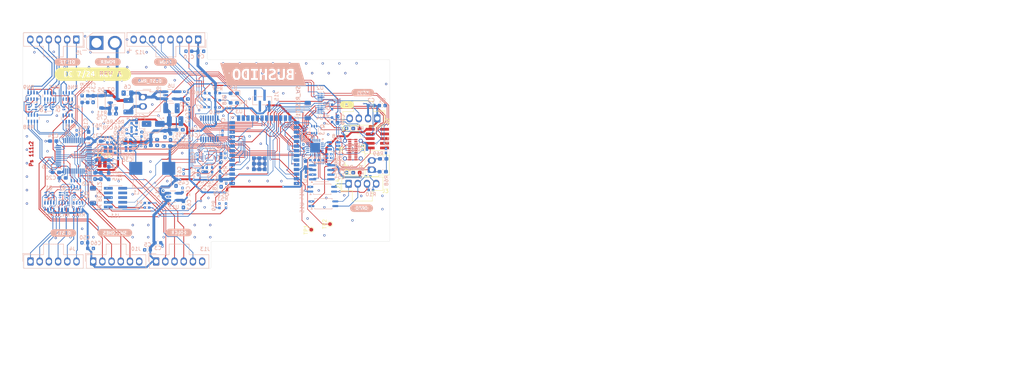
<source format=kicad_pcb>
(kicad_pcb (version 20240108) (generator "pcbnew") (generator_version "8.0")
  (layers (0 "F.Cu" signal) (1 "In1.Cu" signal) (2 "In2.Cu" signal) (31 "B.Cu" signal) (34 "B.Paste" user) (35 "F.Paste" user) (36 "B.SilkS" user "B.Silkscreen") (37 "F.SilkS" user "F.Silkscreen") (38 "B.Mask" user) (39 "F.Mask" user) (44 "Edge.Cuts" user))
  (net 0 "")
  (net 1 "GND")
  (net 2 "~{STM_NRST}")
  (net 3 "Net-(C19-Pad1)")
  (net 4 "Net-(U1-VCAP)")
  (net 5 "Net-(C22-Pad1)")
  (net 6 "+3.3VA")
  (net 7 "ESP_EN")
  (net 8 "VBAT")
  (net 9 "Net-(C36-Pad1)")
  (net 10 "Net-(U5-SW)")
  (net 11 "Net-(C38-Pad1)")
  (net 12 "Net-(U5-FB)")
  (net 13 "Net-(U6-BP)")
  (net 14 "+5V")
  (net 15 "Net-(C55-Pad2)")
  (net 16 "CP2105_VIO")
  (net 17 "VUSB")
  (net 18 "Net-(U9-VPP)")
  (net 19 "Net-(D1-K)")
  (net 20 "Net-(D2-K)")
  (net 21 "SEN8")
  (net 22 "SEN2")
  (net 23 "SEN4")
  (net 24 "COL2")
  (net 25 "COL1")
  (net 26 "SEN6")
  (net 27 "SEN1")
  (net 28 "SEN5")
  (net 29 "SEN3")
  (net 30 "SEN7")
  (net 32 "USB_CONN_D+")
  (net 34 "Net-(J8-CC2)")
  (net 35 "USB_CONN_D-")
  (net 36 "Net-(J8-CC1)")
  (net 37 "+1V8")
  (net 38 "Net-(U12-BP)")
  (net 39 "Net-(U13-VREG)")
  (net 40 "Net-(D5-A)")
  (net 41 "Net-(J12-Pin_3)")
  (net 42 "V_IN")
  (net 43 "ADC_V_IN")
  (net 44 "ESP_U1TXD")
  (net 45 "ESP_U1RXD")
  (net 47 "SEN9")
  (net 48 "SEN9_3V3")
  (net 49 "SEN1_3V3")
  (net 50 "SEN10")
  (net 51 "SEN10_3V3")
  (net 52 "SEN2_3V3")
  (net 53 "SEN11")
  (net 54 "SEN3_3V3")
  (net 55 "SEN11_3V3")
  (net 56 "SEN12")
  (net 57 "SEN4_3V3")
  (net 58 "SEN12_3V3")
  (net 59 "SEN5_3V3")
  (net 60 "SEN6_3V3")
  (net 61 "SEN7_3V3")
  (net 62 "SEN8_3V3")
  (net 63 "Net-(R53-Pad1)")
  (net 64 "STM_SWDCLK")
  (net 65 "STM_SWDIO")
  (net 66 "Net-(D3-A)")
  (net 67 "Net-(D4-A)")
  (net 68 "Net-(R59-Pad1)")
  (net 69 "PG_3V3")
  (net 70 "Net-(U5-EN)")
  (net 71 "Net-(U5-MODE)")
  (net 72 "Net-(U5-BOOT)")
  (net 73 "Net-(R64-Pad1)")
  (net 74 "CAN_H")
  (net 75 "CAN_L")
  (net 76 "Net-(U9-RST)")
  (net 77 "PWM1_OUT")
  (net 78 "LIFT3")
  (net 79 "COL4")
  (net 80 "LIFT2")
  (net 82 "LIFT4")
  (net 83 "STM_USART1_TX")
  (net 84 "BHI_SWDIO")
  (net 85 "STM_ESP_INT")
  (net 87 "STM_BOOT")
  (net 88 "COL3")
  (net 89 "STM_USART1_RX")
  (net 90 "HSE_OSC_IN")
  (net 91 "STM_USART2_RX")
  (net 92 "STM_USART2_TX")
  (net 93 "LIFT1")
  (net 94 "PWM2_OUT")
  (net 95 "HSE_OSC_OUT")
  (net 96 "CAN_SILENT")
  (net 101 "FDCAN1_RX")
  (net 102 "ESP_JTAG_TCK_PROT")
  (net 103 "ESP_JTAG_TDO_PROT")
  (net 104 "FDCAN1_TX")
  (net 106 "ESP_JTAG_TDI_PROT")
  (net 107 "BHI_SWDCLK")
  (net 108 "BHI_RSTQ")
  (net 109 "ESP_JTAG_TMS_PROT")
  (net 111 "OPTO2")
  (net 112 "GND_MOTOR")
  (net 113 "V_MOTOR")
  (net 114 "BHI_CS")
  (net 115 "GPIO0")
  (net 116 "Net-(J14-Pin_3)")
  (net 119 "ESP_UART_DEBUG_TX")
  (net 121 "Net-(R5-Pad2)")
  (net 124 "Net-(U13-HOSTBOOT)")
  (net 126 "Net-(J12-Pin_4)")
  (net 127 "ESP_UART_DEBUG_RX")
  (net 129 "ESP_JTAG_TDI")
  (net 130 "ESP_JTAG_TMS")
  (net 131 "ESP_JTAG_TDO")
  (net 132 "ESP_JTAG_TCK")
  (net 133 "DEBUG_USB-")
  (net 134 "DEBUG_USB+")
  (net 138 "ESP_RTS")
  (net 141 "STM_RTS")
  (net 142 "STM_DTR")
  (net 144 "ESP_DTR")
  (net 146 "Net-(Q1B-C2)")
  (net 147 "Net-(Q2B-C2)")
  (net 148 "Net-(Q3B-C2)")
  (net 149 "Net-(R13-Pad2)")
  (net 150 "Net-(Q4B-C2)")
  (net 151 "Net-(Q5B-C2)")
  (net 152 "Net-(Q6B-C2)")
  (net 153 "Net-(Q1A-C1)")
  (net 154 "STM_SWDCLK_PROT")
  (net 155 "STM_SWDIO_PROT")
  (net 156 "STM_NRESET")
  (net 157 "Net-(Q2A-C1)")
  (net 158 "Net-(Q3A-C1)")
  (net 159 "Net-(Q4A-C1)")
  (net 160 "Net-(Q5A-C1)")
  (net 161 "Net-(Q6A-C1)")
  (net 162 "SIG_KILL")
  (net 163 "SIG_RUN")
  (net 164 "PMW_MISO")
  (net 165 "PMW_CS1")
  (net 166 "PMW_RESET")
  (net 167 "PMW_CS2")
  (net 168 "PMW_MOSI")
  (net 169 "PMW_SCLK")
  (net 170 "RGB_LED")
  (net 171 "BHI_SCLK_3V3")
  (net 172 "BHI_MOSI_3V3")
  (net 173 "BHI_CS_3V3")
  (net 174 "BHI_RSTQ_3V3")
  (net 175 "Net-(D4-K)")
  (net 176 "BHI_HIRQ_3V3")
  (net 177 "Net-(D3-K)")
  (net 178 "BHI_MISO_3V3")
  (net 179 "BHI_MISO")
  (net 180 "BHI_MOSI")
  (net 181 "BHI_SCLK")
  (net 182 "BHI_HIRQ")
  (net 183 "+3V3")
  (net 184 "Net-(J12-Pin_2)")
  (footprint "Connector_Molex:Molex_Nano-Fit_105309-xx04_1x04_P2.50mm_Vertical" (layer "F.Cu") (at 153.375242 91.647055 90)
    (property "Reference" "J14")
    (property "Value" "KILL")
  )
  (footprint "Connector_PinHeader_1.27mm:PinHeader_2x05_P1.27mm_Vertical_SMD" (layer "F.Cu") (at 161.1884 79.375)
    (property "Reference" "J16")
    (property "Value" "Debug_JTAG")
  )
  (footprint "Connector_Wire:SolderWirePad_1x01_SMD_1x2mm" (layer "F.Cu") (at 85.8012 86.2584)
    (property "Reference" "J7")
    (property "Value" "PWM2")
  )
  (footprint "Connector_USB:USB_C_Receptacle_GCT_USB4115-03-C" (layer "F.Cu") (at 154.5267 82.37 90)
    (property "Reference" "J8")
    (property "Value" "USB_C_Receptacle_USB2.0" (hide yes))
  )
  (footprint "MountingHole:MountingHole_3.2mm_M3" (layer "F.Cu") (at 68.5267 103.37)
    (property "Reference" "H3" (hide yes))
    (property "Value" "MountingHole" (hide yes))
  )
  (footprint "MountingHole:MountingHole_3.2mm_M3" (layer "F.Cu") (at 159.5267 103.37)
    (property "Reference" "H4" (hide yes))
    (property "Value" "MountingHole" (hide yes))
  )
  (footprint "TestPoint:TestPoint_Pad_D1.0mm" (layer "F.Cu") (at 148.336 102.616 90)
    (property "Reference" "TP2")
    (property "Value" "STM_RTS")
  )
  (footprint "MountingHole:MountingHole_3.2mm_M3" (layer "F.Cu") (at 68.5267 61.37)
    (property "Reference" "H2" (hide yes))
    (property "Value" "MountingHole" (hide yes))
  )
  (footprint "LED_SMD:LED_0603_1608Metric_Pad1.05x0.95mm_HandSolder" (layer "F.Cu") (at 155.5267 88.62)
    (property "Reference" "D2")
    (property "Value" "GREEN")
  )
  (footprint "LED_SMD:LED_0603_1608Metric_Pad1.05x0.95mm_HandSolder" (layer "F.Cu") (at 155.5267 76.62)
    (property "Reference" "D1")
    (property "Value" "GREEN")
  )
  (footprint "MountingHole:MountingHole_3.2mm_M3" (layer "F.Cu") (at 159.5267 61.37)
    (property "Reference" "H1" (hide yes))
    (property "Value" "MountingHole" (hide yes))
  )
  (footprint "Connector_Molex:Molex_Nano-Fit_105309-xx02_1x02_P2.50mm_Vertical" (layer "F.Cu") (at 159.688507 87.822069 180)
    (property "Reference" "J3")
    (property "Value" "CAN" (hide yes))
  )
  (footprint "Connector_Molex:Molex_Nano-Fit_105309-xx04_1x04_P2.50mm_Vertical" (layer "F.Cu") (at 161.17 73.88 -90)
    (property "Reference" "J2")
    (property "Value" "KILL" (hide yes))
  )
  (footprint "TestPoint:TestPoint_Pad_D1.0mm" (layer "F.Cu") (at 143.256 104.14 90)
    (property "Reference" "TP1")
    (property "Value" "STM_DTR")
  )
  (footprint "Connector_Wire:SolderWirePad_1x01_SMD_1x2mm" (layer "F.Cu") (at 87.2236 86.2584)
    (property "Reference" "J6")
    (property "Value" "PWM1")
  )
  (footprint "kibuzzard-66A557E3" (layer "F.Cu") (at 83.95 61.875)
    (property "Reference" "kibuzzard-66A557E3" (hide yes))
    (property "Value" "G***" (hide yes))
  )
  (footprint "kibuzzard-66A68797" (layer "F.Cu") (at 152.92 70.16)
    (property "Reference" "kibuzzard-66A68797" (hide yes))
    (property "Value" "G***" (hide yes))
  )
  (footprint "Resistor_SMD:R_0402_1005Metric_Pad0.72x0.64mm_HandSolder" (layer "B.Cu") (at 159.4292 93.37)
    (property "Reference" "R10")
    (property "Value" "10k")
  )
  (footprint "Resistor_SMD:R_0402_1005Metric_Pad0.72x0.64mm_HandSolder" (layer "B.Cu") (at 120.0912 97.62 90)
    (property "Reference" "R53")
    (property "Value" "10k")
  )
  (footprint "Capacitor_SMD:C_0603_1608Metric" (layer "B.Cu") (at 162.5267 70.37)
    (property "Reference" "C1")
    (property "Value" "1u")
  )
  (footprint "Package_QFP:LQFP-48_7x7mm_P0.5mm" (layer "B.Cu") (at 78.7767 84.0325 180)
    (property "Reference" "U1")
    (property "Value" "STM32U585CITx")
  )
  (footprint "Capacitor_SMD:C_0603_1608Metric_Pad1.08x0.95mm_HandSolder" (layer "B.Cu") (at 108.8892 68.62)
    (property "Reference" "C52")
    (property "Value" "2.2u")
  )
  (footprint "Capacitor_SMD:C_1210_3225Metric_Pad1.33x2.70mm_HandSolder" (layer "B.Cu") (at 93.590213 70.571933 -90)
    (property "Reference" "C4")
    (property "Value" "1u")
  )
  (footprint "Capacitor_SMD:C_0402_1005Metric_Pad0.74x0.62mm_HandSolder" (layer "B.Cu") (at 119.288 83.37)
    (property "Reference" "C71")
    (property "Value" "100n")
  )
  (footprint "Capacitor_SMD:C_0603_1608Metric_Pad1.08x0.95mm_HandSolder" (layer "B.Cu") (at 107.487868 76.980818)
    (property "Reference" "C41")
    (property "Value" "10n")
  )
  (footprint "hiro_sumo:TL1017AABF160QG" (layer "B.Cu") (at 83.9724 94.8944 90)
    (property "Reference" "SW_RESET2")
    (property "Value" "~")
  )
  (footprint "Resistor_SMD:R_0402_1005Metric_Pad0.72x0.64mm_HandSolder" (layer "B.Cu") (at 93.527138 79.658652)
    (property "Reference" "R62")
    (property "Value" "0R")
  )
  (footprint "Connector_Molex:Molex_Nano-Fit_105309-xx02_1x02_P2.50mm_Vertical" (layer "B.Cu") (at 97.5267 68.12 180)
    (property "Reference" "J9")
    (property "Value" "PNP_POWER" (hide yes))
  )
  (footprint "Capacitor_SMD:C_0402_1005Metric_Pad0.74x0.62mm_HandSolder" (layer "B.Cu") (at 85.2767 83.87)
    (property "Reference" "C17")
    (property "Value" "100n")
  )
  (footprint "Resistor_SMD:R_0603_1608Metric_Pad0.98x0.95mm_HandSolder" (layer "B.Cu") (at 153.7208 76.6064 180)
    (property "Reference" "R3")
    (property "Value" "10k")
  )
  (footprint "Capacitor_SMD:C_0603_1608Metric_Pad1.08x0.95mm_HandSolder" (layer "B.Cu") (at 82.774077 78.405427 90)
    (property "Reference" "C18")
    (property "Value" "100n")
  )
  (footprint "Capacitor_SMD:C_0402_1005Metric_Pad0.74x0.62mm_HandSolder" (layer "B.Cu") (at 93.527138 82.663136)
    (property "Reference" "C36")
    (property "Value" "0.1u")
  )
  (footprint "Capacitor_SMD:C_0603_1608Metric_Pad1.08x0.95mm_HandSolder" (layer "B.Cu") (at 106.5267 91.37 -90)
    (property "Reference" "C45")
    (property "Value" "22u")
  )
  (footprint "Resistor_SMD:R_0402_1005Metric_Pad0.72x0.64mm_HandSolder" (layer "B.Cu") (at 117.788 68.9426 180)
    (property "Reference" "R58")
    (property "Value" "330R")
  )
  (footprint "Capacitor_SMD:C_0603_1608Metric" (layer "B.Cu") (at 101.6 107.696)
    (property "Reference" "C3")
    (property "Value" "1u")
  )
  (footprint "Connector_PinHeader_1.27mm:PinHeader_2x05_P1.27mm_Vertical_SMD" (layer "B.Cu") (at 90.088 95.41)
    (property "Reference" "J11")
    (property "Value" "BHI_JTAG_1V8")
  )
  (footprint "Resistor_SMD:R_0402_1005Metric_Pad0.72x0.64mm_HandSolder" (layer "B.Cu") (at 148.8948 74.2644 -90)
    (property "Reference" "R13")
    (property "Value" "330R")
  )
  (footprint "Capacitor_SMD:C_0402_1005Metric_Pad0.74x0.62mm_HandSolder" (layer "B.Cu") (at 90.0267 82.6875 90)
    (property "Reference" "C22")
    (property "Value" "6.8p")
  )
  (footprint "Package_TO_SOT_SMD:SOT-583-8" (layer "B.Cu") (at 96.287138 80.663136 180)
    (property "Reference" "U5")
    (property "Value" "TPS562212DRLR")
  )
  (footprint "Package_TO_SOT_SMD:SOT-363_SC-70-6" (layer "B.Cu") (at 77.096781 70.786415 180)
    (property "Reference" "Q4")
    (property "Value" "UMH3N")
  )
  (footprint "Capacitor_SMD:C_0402_1005Metric_Pad0.74x0.62mm_HandSolder" (layer "B.Cu") (at 141.1 81.49 90)
    (property "Reference" "C59")
    (property "Value" "4.7u")
  )
  (footprint "Resistor_SMD:R_Array_Concave_4x0603" (layer "B.Cu") (at 72.1267 97.72 -90)
    (property "Reference" "RN1")
    (property "Value" "10k")
  )
  (footprint "Package_TO_SOT_SMD:SOT-363_SC-70-6" (layer "B.Cu") (at 79.905865 94.695155)
    (property "Reference" "Q3")
    (property "Value" "UMH3N")
  )
  (footprint "Capacitor_SMD:C_0402_1005Metric_Pad0.74x0.62mm_HandSolder" (layer "B.Cu") (at 119.288 84.62)
    (property "Reference" "C72")
    (property "Value" "100n")
  )
  (footprint "Capacitor_SMD:C_0402_1005Metric_Pad0.74x0.62mm_HandSolder" (layer "B.Cu") (at 114.87 87.86 -90)
    (property "Reference" "C74")
    (property "Value" "220n")
  )
  (footprint "Resistor_SMD:R_Array_Concave_4x0603" (layer "B.Cu") (at 77.087976 73.851424 90)
    (property "Reference" "RN5")
    (property "Value" "10k")
  )
  (footprint "Capacitor_SMD:C_0603_1608Metric_Pad1.08x0.95mm_HandSolder" (layer "B.Cu") (at 75.713962 90.050588 180)
    (property "Reference" "C20")
    (property "Value" "4.7u")
  )
  (footprint "Connector_Molex:Molex_Nano-Fit_105309-xx06_1x06_P2.50mm_Vertical" (layer "B.Cu") (at 67.002 112.776 -90)
    (property "Reference" "J4")
    (property "Value" "PNP1" (hide yes))
  )
  (footprint "Capacitor_SMD:C_0603_1608Metric_Pad1.08x0.95mm_HandSolder" (layer "B.Cu") (at 86.123566 89.523993 -90)
    (property "Reference" "C15")
    (property "Value" "10u")
  )
  (footprint "Capacitor_SMD:C_0603_1608Metric_Pad1.08x0.95mm_HandSolder" (layer "B.Cu") (at 100.527138 79.663136)
    (property "Reference" "C31")
    (property "Value" "22u")
  )
  (footprint "kibuzzard-66A55897" (layer "B.Cu") (at 88 58.5 180)
    (property "Reference" "kibuzzard-66A55897" (hide yes))
    (property "Value" "G***" (hide yes))
  )
  (footprint "Capacitor_SMD:C_0805_2012Metric_Pad1.18x1.45mm_HandSolder" (layer "B.Cu") (at 93.3403 66.995043 180)
    (property "Reference" "C6")
    (property "Value" "0.1u")
  )
  (footprint "Capacitor_SMD:C_0603_1608Metric_Pad1.08x0.95mm_HandSolder" (layer "B.Cu") (at 100.538695 81.210044)
    (property "Reference" "C32")
    (property "Value" "22u")
  )
  (footprint "Resistor_SMD:R_Array_Concave_4x0603" (layer "B.Cu") (at 79.3267 91.667708 -90)
    (property "Reference" "RN2")
    (property "Value" "10k")
  )
  (footprint "Capacitor_SMD:C_0402_1005Metric_Pad0.74x0.62mm_HandSolder" (layer "B.Cu") (at 94.445446 78.032296 -90)
    (property "Reference" "C38")
    (property "Value" "10p")
  )
  (footprint "Resistor_SMD:R_0402_1005Metric_Pad0.72x0.64mm_HandSolder" (layer "B.Cu") (at 158.6792 89.62)
    (property "Reference" "R12")
    (property "Value" "10k")
  )
  (footprint "Capacitor_SMD:C_0603_1608Metric" (layer "B.Cu") (at 110.0017 55.62 180)
    (property "Reference" "C10")
    (property "Value" "0.1u")
  )
  (footprint "Resistor_SMD:R_0402_1005Metric_Pad0.72x0.64mm_HandSolder" (layer "B.Cu") (at 157.775639 81.341048)
    (property "Reference" "R71")
    (property "Value" "5k1")
  )
  (footprint "Capacitor_SMD:C_0603_1608Metric_Pad1.08x0.95mm_HandSolder" (layer "B.Cu") (at 108.5267 97.2325 -90)
    (property "Reference" "C63")
    (property "Value" "10u")
  )
  (footprint "hiro_sumo:TL1017AABF160QG" (layer "B.Cu") (at 142.2908 71.7296 -90)
    (property "Reference" "SW_RESET1")
    (property "Value" "~")
  )
  (footprint "Connector_Molex:Molex_Nano-Fit_105309-xx06_1x06_P2.50mm_Vertical" (layer "B.Cu") (at 79.462 52.44 90)
    (property "Reference" "J5")
    (property "Value" "PNP2" (hide yes))
  )
  (footprint "Resistor_SMD:R_0402_1005Metric_Pad0.72x0.64mm_HandSolder" (layer "B.Cu") (at 97.151553 78.179651 -90)
    (property "Reference" "R60")
    (property "Value" "100k")
  )
  (footprint "kibuzzard-66A55816" (layer "B.Cu") (at 157.225 66.875 180)
    (property "Reference" "kibuzzard-66A55816" (hide yes))
    (property "Value" "G***" (hide yes))
  )
  (footprint "Capacitor_SMD:C_0603_1608Metric_Pad1.08x0.95mm_HandSolder" (layer "B.Cu") (at 85.23699 80.081055)
    (property "Reference" "C21")
    (property "Value" "100n")
  )
  (footprint "Capacitor_SMD:C_0603_1608Metric" (layer "B.Cu") (at 113.2517 55.62)
    (property "Reference" "C9")
    (property "Value" "1u")
  )
  (footprint "Package_TO_SOT_SMD:SOT-363_SC-70-6" (layer "B.Cu") (at 75.9767 94.72)
    (property "Reference" "Q2")
    (property "Value" "UMH3N")
  )
  (footprint "Capacitor_SMD:C_0603_1608Metric_Pad1.08x0.95mm_HandSolder" (layer "B.Cu") (at 141.663574 86.307245 90)
    (property "Reference" "C53")
    (property "Value" "47u")
  )
  (footprint "kibuzzard-66A5588A" (layer "B.Cu") (at 77.05 58.525 180)
    (property "Reference" "kibuzzard-66A5588A" (hide yes))
    (property "Value" "G***" (hide yes))
  )
  (footprint "Package_TO_SOT_SMD:SOT-23-5" (layer "B.Cu") (at 105.6642 95.17)
    (property "Reference" "U12")
    (property "Value" "SPX3819M5-L-1-8")
  )
  (footprint "Connector_PinHeader_1.27mm:PinHeader_1x04_P1.27mm_Vertical_SMD_Pin1Left" (layer "B.Cu") (at 129.921 69.0768 90)
    (property "Reference" "J15")
    (property "Value" "RGB_LED")
  )
  (footprint "Capacitor_SMD:C_0402_1005Metric_Pad0.74x0.62mm_HandSolder" (layer "B.Cu") (at 98.249849 81.022011 -90)
    (property "Reference" "C33")
    (property "Value" "100n")
  )
  (footprint "Capacitor_SMD:C_0603_1608Metric_Pad1.08x0.95mm_HandSolder" (layer "B.Cu") (at 118.7767 91.595 -90)
    (property "Reference" "C29")
    (property "Value" "22u")
  )
  (footprint "Capacitor_SMD:C_0603_1608Metric_Pad1.08x0.95mm_HandSolder" (layer "B.Cu") (at 73.898876 88.53959 180)
    (property "Reference" "C16")
    (property "Value" "100n")
  )
  (footprint "Capacitor_SMD:C_0402_1005Metric_Pad0.74x0.62mm_HandSolder" (layer "B.Cu") (at 145.81 85.24)
    (property "Reference" "C58")
    (property "Value" "1u")
  )
  (footprint "Resistor_SMD:R_Array_Concave_4x0603" (layer "B.Cu") (at 77.1267 67.77 90)
    (property "Reference" "RN6")
    (property "Value" "10k")
  )
  (footprint "Inductor_SMD:L_Bourns_SRP1038C_10.0x10.0mm" (layer "B.Cu") (at 100.063 87.455299)
    (property "Reference" "L1")
    (property "Value" "2.2uH")
  )
  (footprint "Resistor_SMD:R_0402_1005Metric_Pad0.72x0.64mm_HandSolder" (layer "B.Cu") (at 117.788 67.0052 180)
    (property "Reference" "R57")
    (property "Value" "330R")
  )
  (footprint "Package_TO_SOT_SMD:SOT-23-5" (layer "B.Cu") (at 104.8892 67.57)
    (property "Reference" "U6")
    (property "Value" "MIC5205-5.0YM5")
  )
  (footprint "Resistor_SMD:R_Array_Concave_4x0603" (layer "B.Cu") (at 67.664 73.8252 90)
    (property "Reference" "RN8")
    (property "Value" "10k")
  )
  (footprint "Capacitor_SMD:C_0402_1005Metric_Pad0.74x0.62mm_HandSolder" (layer "B.Cu") (at 113.79 87.85 -90)
    (property "Reference" "C73")
    (property "Value" "100n")
  )
  (footprint "Connector_Molex:Molex_Nano-Fit_105309-xx06_1x06_P2.50mm_Vertical" (layer "B.Cu") (at 84.02 112.776 -90)
    (property "Reference" "J10")
    (property "Value" "COLOR" (hide yes))
  )
  (footprint "Capacitor_SMD:C_0603_1608Metric_Pad1.08x0.95mm_HandSolder" (layer "B.Cu") (at 105.038 78.87 -90)
    (property "Reference" "C46")
    (property "Value" "1n")
  )
  (footprint "Package_TO_SOT_SMD:SOT-363_SC-70-6" (layer "B.Cu") (at 144.04 76.94 90)
    (property "Reference" "Q13")
    (property "Value" "UMH3N")
  )
  (footprint "Resistor_SMD:R_0603_1608Metric_Pad0.98x0.95mm_HandSolder" (layer "B.Cu") (at 153.7208 88.62 180)
    (property "Reference" "R4")
    (property "Value" "5k")
  )
  (footprint "Connector_Molex:Molex_Nano-Fit_105309-xx06_1x06_P2.50mm_Vertical" (layer "B.Cu") (at 101.116 112.776 -90)
    (property "Reference" "J13")
    (property "Value" "LIFT" (hide yes))
  )
  (footprint "hiro_sumo:XDCR_BHI260AP" (layer "B.Cu") (at 115.65 84.475 90)
    (property "Reference" "U13")
    (property "Value" "BHI260AP")
  )
  (footprint "Connector_AMASS:AMASS_XT30U-M_1x02_P5.0mm_Vertical" (layer "B.Cu") (at 84.916 53.34)
    (property "Reference" "J1" (hide yes))
    (property "Value" "BATTERY" (hide yes))
  )
  (footprint "Capacitor_SMD:C_0603_1608Metric_Pad1.08x0.95mm_HandSolder" (layer "B.Cu") (at 89.3572 72.62)
    (property "Reference" "C75")
    (property "Value" "15n")
  )
  (footprint "Package_TO_SOT_SMD:SOT-363_SC-70-6" (layer "B.Cu") (at 72.075 94.72)
    (property "Reference" "Q1")
    (property "Value" "UMH3N")
  )
  (footprint "Package_SO:SOIC-4_4.55x2.6mm_P1.27mm" (layer "B.Cu") (at 146.5267 97.0788)
    (property "Reference" "U15")
    (property "Value" "TLP291")
  )
  (footprint "Package_TO_SOT_SMD:SOT-23" (layer "B.Cu") (at 89.5892 68.62)
    (property "Reference" "Q7")
    (property "Value" "IRLML9303TRPBF")
  )
  (footprint "Crystal:Crystal_SMD_2016-4Pin_2.0x1.6mm" (layer "B.Cu") (at 88.05 82.24 180)
    (property "Reference" "Y1")
    (property "Value" "16 Mhz		" (hide yes))
  )
  (footprint "Resistor_SMD:R_0402_1005Metric" (layer "B.Cu") (at 95.788 75.62 90)
    (property "Reference" "R65")
    (property "Value" "49.9R")
  )
  (footprint "Resistor_SMD:R_0402_1005Metric_Pad0.72x0.64mm_HandSolder" (layer "B.Cu") (at 148.8948 70.7644 -90)
    (property "Reference" "R5")
    (property "Value" "330R")
  )
  (footprint "Resistor_SMD:R_0402_1005Metric_Pad0.72x0.64mm_HandSolder" (layer "B.Cu") (at 116.332 87.86 90)
    (property "Reference" "R6")
    (property "Value" "10k")
  )
  (footprint "Resistor_SMD:R_0402_1005Metric_Pad0.72x0.64mm_HandSolder" (layer "B.Cu") (at 94.445446 75.763597 -90)
    (property "Reference" "R64")
    (property "Value" "0R")
  )
  (footprint "Capacitor_SMD:CP_Elec_4x4.5" (layer "B.Cu") (at 100.3267 75.37 180)
    (property "Reference" "C40")
    (property "Value" "22u")
  )
  (footprint "Capacitor_SMD:C_0603_1608Metric_Pad1.08x0.95mm_HandSolder" (layer "B.Cu") (at 84.5267 89.5075 -90)
    (property "Reference" "C23")
    (property "Value" "100n")
  )
  (footprint "Capacitor_SMD:C_0603_1608Metric_Pad1.08x0.95mm_HandSolder" (layer "B.Cu") (at 103.5267 78.12 -90)
    (property "Reference" "C35")
    (property "Value" "100n")
  )
  (footprint "Connector_Molex:Molex_Nano-Fit_105309-xx08_1x08_P2.50mm_Vertical" (layer "B.Cu") (at 112.5267 52.44 90)
    (property "Reference" "J12")
    (property "Value" "PMW" (hide yes))
  )
  (footprint "Capacitor_SMD:C_0603_1608Metric_Pad1.08x0.95mm_HandSolder" (layer "B.Cu") (at 162.6642 88.37)
    (property "Reference" "R68")
    (property "Value" "68R")
  )
  (footprint "Resistor_SMD:R_0402_1005Metric_Pad0.72x0.64mm_HandSolder" (layer "B.Cu") (at 114.9625 67.03 180)
    (property "Reference" "R8")
    (property "Value" "22R")
  )
  (footprint "Capacitor_SMD:C_0603_1608Metric_Pad1.08x0.95mm_HandSolder" (layer "B.Cu") (at 150.368 74.2188 90)
    (property "Reference" "C39")
    (property "Value" "100n")
  )
  (footprint "Package_TO_SOT_SMD:SOT-363_SC-70-6" (layer "B.Cu") (at 72.0767 70.7772)
    (property "Reference" "Q5")
    (property "Value" "UMH3N")
  )
  (footprint "Resistor_SMD:R_0402_1005Metric_Pad0.72x0.64mm_HandSolder" (layer "B.Cu") (at 79.538 77.7175 90)
    (property "Reference" "R16")
    (property "Value" "10k")
  )
  (footprint "Resistor_SMD:R_0603_1608Metric_Pad0.98x0.95mm_HandSolder" (layer "B.Cu") (at 82.5267 68.62 -90)
    (property "Reference" "R14")
    (property "Value" "56k")
  )
  (footprint "kibuzzard-66A55877" (layer "B.Cu") (at 75.9 105.025 180)
    (property "Reference" "kibuzzard-66A55877" (hide yes))
    (property "Value" "G***" (hide yes))
  )
  (footprint "Inductor_SMD:L_0603_1608Metric_Pad1.05x0.95mm_HandSolder" (layer "B.Cu") (at 88.2396 89.5718 90)
    (property "Reference" "FB1")
    (property "Value" "600R@100Mhz")
  )
  (footprint "Capacitor_SMD:C_0402_1005Metric_Pad0.74x0.62mm_HandSolder" (layer "B.Cu") (at 103.0267 94.12 90)
    (property "Reference" "C12")
    (property "Value" "1u")
  )
  (footprint "Package_TO_SOT_SMD:SOT-23-6" (layer "B.Cu") (at 149.3475 81.34 180)
    (property "Reference" "U8")
    (property "Value" "USBLC6-2SC6")
  )
  (footprint "Resistor_SMD:R_0402_1005Metric_Pad0.72x0.64mm_HandSolder" (layer "B.Cu") (at 118.3197 97.62 90)
    (property "Reference" "R59")
    (property "Value" "10k")
  )
  (footprint "Capacitor_SMD:C_0402_1005Metric_Pad0.74x0.62mm_HandSolder" (layer "B.Cu") (at 119.144982 77.81829 90)
    (property "Reference" "C13")
    (property "Value" "100n")
  )
  (footprint "Capacitor_SMD:C_0603_1608Metric" (layer "B.Cu") (at 159.5017 70.37 180)
    (property "Reference" "C2")
    (property "Value" "0.1u")
  )
  (footprint "Resistor_SMD:R_0603_1608Metric_Pad0.98x0.95mm_HandSolder" (layer "B.Cu") (at 89.3642 71.12 180)
    (property "Reference" "R11")
    (property "Value" "10k")
  )
  (footprint "Capacitor_SMD:C_0603_1608Metric_Pad1.08x0.95mm_HandSolder" (layer "B.Cu") (at 84.0267 68.62 -90)
    (property "Reference" "C34")
    (property "Value" "100n")
  )
  (footprint "Capacitor_SMD:C_1210_3225Metric_Pad1.33x2.70mm_HandSolder" (layer "B.Cu") (at 105.2767 71.12)
    (property "Reference" "C44")
    (property "Value" "1u")
  )
  (footprint "Capacitor_SMD:C_0603_1608Metric" (layer "B.Cu") (at 81.7517 107.696 180)
    (property "Reference" "C50")
    (property "Value" "1u")
  )
  (footprint "Capacitor_SMD:C_1210_3225Metric_Pad1.33x2.70mm_HandSolder" (layer "B.Cu") (at 106.2767 74.62)
    (property "Reference" "C42")
    (property "Value" "1u")
  )
  (footprint "Resistor_SMD:R_0402_1005Metric_Pad0.72x0.64mm_HandSolder" (layer "B.Cu") (at 118.4656 88.8879 90)
    (property "Reference" "R56")
    (property "Value" "10k/1%")
  )
  (footprint "Capacitor_SMD:C_0402_1005Metric_Pad0.74x0.62mm_HandSolder" (layer "B.Cu") (at 141.7767 89.12 -90)
    (property "Reference" "C54")
    (property "Value" "100n")
  )
  (footprint "LED_SMD:LED_0603_1608Metric_Pad1.05x0.95mm_HandSolder" (layer "B.Cu") (at 122.2134 69.6468 180)
    (property "Reference" "D4")
    (property "Value" "GREEN")
  )
  (footprint "Package_SO:SOIC-4_4.55x2.6mm_P1.27mm" (layer "B.Cu") (at 146.22 93.13)
    (property "Reference" "U14")
    (property "Value" "TLP291")
  )
  (footprint "Resistor_SMD:R_0402_1005Metric_Pad0.72x0.64mm_HandSolder" (layer "B.Cu") (at 143.58 85.23)
    (property "Reference" "R72")
    (property "Value" "5k1")
  )
  (footprint "Resistor_SMD:R_0402_1005Metric_Pad0.72x0.64mm_HandSolder" (layer "B.Cu") (at 98.6355 98.12)
    (property "Reference" "R2")
    (property "Value" "0R")
  )
  (footprint "Resistor_SMD:R_Array_Concave_4x0603" (layer "B.Cu") (at 79.94 97.71527 -90)
    (property "Reference" "RN4")
    (property "Value" "10k")
  )
  (footprint "kibuzzard-66A558D5" (layer "B.Cu") (at 99.325 63.825 180)
    (property "Reference" "kibuzzard-66A558D5" (hide yes))
    (property "Value" "G***" (hide yes))
  )
  (footprint "Resistor_SMD:R_0402_1005Metric_Pad0.72x0.64mm_HandSolder" (layer "B.Cu") (at 98.6355 96.87 180)
    (property "Reference" "R1")
    (property "Value" "0R")
  )
  (footprint "Capacitor_SMD:C_0402_1005Metric_Pad0.74x0.62mm_HandSolder" (layer "B.Cu") (at 163.5267 82.6875 -90)
    (property "Reference" "C55")
    (property "Value" "4.7n")
  )
  (footprint "LED_SMD:LED_0603_1608Metric_Pad1.05x0.95mm_HandSolder" (layer "B.Cu") (at 122.2134 67.0568 180)
    (property "Reference" "D3")
    (property "Value" "RED")
  )
  (footprint "Resistor_SMD:R_0402_1005Metric_Pad0.72x0.64mm_HandSolder" (layer "B.Cu") (at 157.7767 82.37)
    (property "Reference" "R70")
    (property "Value" "5k1")
  )
  (footprint "Resistor_SMD:R_0402_1005Metric" (layer "B.Cu") (at 95.79253 77.598087 90)
    (property "Reference" "R66")
    (property "Value" "45.3k")
  )
  (footprint "Capacitor_SMD:C_0402_1005Metric_Pad0.74x0.62mm_HandSolder" (layer "B.Cu") (at 88.4428 80.4164)
    (property "Reference" "C19")
    (property "Value" "6.8p")
  )
  (footprint "Capacitor_SMD:C_0402_1005Metric_Pad0.74x0.62mm_HandSolder" (layer "B.Cu") (at 148.103832 84.62)
    (property "Reference" "C56")
    (property "Value" "1u")
  )
  (footprint "Package_DFN_QFN:QFN-24-1EP_4x4mm_P0.5mm_EP2.7x2.7mm" (layer "B.Cu") (at 144.2767 81.8325 180)
    (property "Reference" "U9")
    (property "Value" "CP2105-F01-GM" (hide yes))
  )
  (footprint "Capacitor_SMD:C_0402_1005Metric_Pad0.74x0.62mm_HandSolder" (layer "B.Cu") (at 118.4656 86.5545 90)
    (property "Reference" "C28")
    (property "Value" "1u")
  )
  (footprint "kibuzzard-66A5585D" (layer "B.Cu") (at 89.9 104.975 180)
    (property "Reference" "kibuzzard-66A5585D" (hide yes))
    (property "Value" "G***" (hide yes))
  )
  (footprint "Capacitor_SMD:C_0603_1608Metric_Pad1.08x0.95mm_HandSolder" (layer "B.Cu") (at 73.176185 80.041294 180)
    (property "Reference" "C24")
    (property "Value" "100n")
  )
  (footprint "Capacitor_SMD:C_0603_1608Metric_Pad1.08x0.95mm_HandSolder" (layer "B.Cu") (at 162.7767 84.87 180)
    (property "Reference" "R69")
    (property "Value" "68R")
  )
  (footprint "Package_DFN_QFN:Diodes_UDFN-10_1.0x2.5mm_P0.5mm" (layer "B.Cu") (at 145.6392 68.12 180)
    (property "Reference" "U2")
    (property "Value" "ESD224DQA")
  )
  (footprint "Diode_SMD:D_SOD-123" (layer "B.Cu") (at 86.2767 69.37 -90)
    (property "Reference" "D5")
    (property "Value" "10V")
  )
  (footprint "Capacitor_SMD:C_0402_1005Metric_Pad0.74x0.62mm_HandSolder" (layer "B.Cu") (at 112.38 84.39 90)
    (property "Reference" "C68")
    (property "Value" "100n")
  )
  (footprint "Capacitor_SMD:C_0603_1608Metric" (layer "B.Cu") (at 83.312 109.22)
    (property "Reference" "C60")
    (property "Value" "0.1u")
  )
  (footprint "Capacitor_SMD:C_0402_1005Metric_Pad0.74x0.62mm_HandSolder" (layer "B.Cu") (at 108.2767 93.37 90)
    (property "Reference" "C62")
    (property "Value" "100n")
  )
  (footprint "Capacitor_SMD:C_0402_1005Metric_Pad0.74x0.62mm_HandSolder" (layer "B.Cu") (at 108.585 88.37 -90)
    (property "Reference" "C67")
    (property "Value" "100n")
  )
  (footprint "Resistor_SMD:R_0402_1005Metric_Pad0.72x0.64mm_HandSolder" (layer "B.Cu") (at 93.527138 80.665486)
    (property "Reference" "R61")
    (property "Value" "100k")
  )
  (footprint "RF_Module:ESP32-S3-WROOM-2" (layer "B.Cu") (at 130.507601 86.30123)
    (property "Reference" "U3")
    (property "Value" "ESP32-S3-WROOM-2")
  )
  (footprint "Capacitor_SMD:C_0603_1608Metric_Pad1.08x0.95mm_HandSolder" (layer "B.Cu") (at 88.2767 86.12 90)
    (property "Reference" "C25")
    (property "Value" "10u")
  )
  (footprint "Package_SO:TSSOP-16_4.4x5mm_P0.65mm" (layer "B.Cu") (at 115.574348 76.685577 90)
    (property "Reference" "U10")
    (property "Value" "TXB0106PW")
  )
  (footprint "Package_SO:SOIC-8_3.9x4.9mm_P1.27mm" (layer "B.Cu") (at 146.11 88.53)
    (property "Reference" "U7")
    (property "Value" "TJA1051T-3")
  )
  (footprint "Resistor_SMD:R_Array_Concave_4x0603" (layer "B.Cu") (at 72.0767 67.77 90)
    (property "Reference" "RN7")
    (property "Value" "10k")
  )
  (footprint "Resistor_SMD:R_0402_1005Metric_Pad0.72x0.64mm_HandSolder" (layer "B.Cu") (at 93.527138 81.663136)
    (property "Reference" "R63")
    (property "Value" "0R")
  )
  (footprint "Package_TO_SOT_SMD:SOT-363_SC-70-6" (layer "B.Cu") (at 67.564 70.786415 180)
    (property "Reference" "Q6")
    (property "Value" "UMH3N")
  )
  (footprint "kibuzzard-66A5583A" (layer "B.Cu") (at 107.3 104.9 180)
    (property "Reference" "kibuzzard-66A5583A" (hide yes))
    (property "Value" "G***" (hide yes))
  )
  (footprint "Resistor_SMD:R_Array_Concave_4x0603" (layer "B.Cu") (at 75.9767 97.72 -90)
    (property "Reference" "RN3")
    (property "Value" "10k")
  )
  (footprint "Capacitor_SMD:C_0402_1005Metric_Pad0.74x0.62mm_HandSolder" (layer "B.Cu") (at 148.0942 83.62)
    (property "Reference" "C57")
    (property "Value" "100n")
  )
  (footprint "Capacitor_SMD:C_0402_1005Metric_Pad0.74x0.62mm_HandSolder" (layer "B.Cu") (at 108.2092 66.62)
    (property "Reference" "C51")
    (property "Value" "470p")
  )
  (footprint "Resistor_SMD:R_0402_1005Metric" (layer "B.Cu") (at 93.131841 77.456418 -90)
    (property "Reference" "R67")
    (property "Value" "10k")
  )
  (footprint "Package_DFN_QFN:Diodes_UDFN-10_1.0x2.5mm_P0.5mm" (layer "B.Cu") (at 145.621174 71.398683 180)
    (property "Reference" "U4")
    (property "Value" "ESD224DQA")
  )
  (footprint "kibuzzard-66A558AF" (layer "B.Cu") (at 103.65 58.525 180)
    (property "Reference" "kibuzzard-66A558AF" (hide yes))
    (property "Value" "G***" (hide yes))
  )
  (footprint "Capacitor_SMD:C_0402_1005Metric_Pad0.74x0.62mm_HandSolder" (layer "B.Cu") (at 120.136863 90.997967 -90)
    (property "Reference" "C30")
    (property "Value" "100n")
  )
  (footprint "Capacitor_SMD:C_0402_1005Metric_Pad0.74x0.62mm_HandSolder" (layer "B.Cu") (at 117.788 70.87)
    (property "Reference" "C14")
    (property "Value" "100n")
  )
  (footprint "kibuzzard-66A55516" (layer "B.Cu") (at 130.175 61.9 180)
    (property "Reference" "kibuzzard-66A55516" (hide yes))
    (property "Value" "G***" (hide yes))
  )
  (footprint "Resistor_SMD:R_0402_1005Metric_Pad0.72x0.64mm_HandSolder" (layer "B.Cu") (at 114.8925 68.74 180)
    (property "Reference" "R9")
    (property "Value" "22R")
  )
  (footprint "Resistor_SMD:R_Array_Concave_4x0603" (layer "B.Cu") (at 67.564 67.77 90)
    (property "Reference" "RN9")
    (property "Value" "10k")
  )
  (footprint "Resistor_SMD:R_0402_1005Metric_Pad0.72x0.64mm_HandSolder" (layer "B.Cu") (at 114.8725 70.82 180)
    (property "Reference" "R7")
    (property "Value" "22R")
  )
  (footprint "Resistor_SMD:R_0603_1608Metric_Pad0.98x0.95mm_HandSolder" (layer "B.Cu") (at 81.0267 68.62 90)
    (property "Reference" "R15")
    (property "Value" "10k")
  )
  (footprint "Capacitor_SMD:C_0603_1608Metric_Pad1.08x0.95mm_HandSolder" (layer "B.Cu") (at 104.038 81.37 180)
    (property "Reference" "C47")
    (property "Value" "22u")
  )
  (footprint "kibuzzard-66A55828" (layer "B.Cu") (at 156.9 98.275 180)
    (property "Reference" "kibuzzard-66A55828" (hide yes))
    (property "Value" "G***" (hide yes))
  )
  (footprint "Capacitor_SMD:C_0603_1608Metric_Pad1.08x0.95mm_HandSolder" (layer "B.Cu") (at 85.754175 85.170323)
    (property "Reference" "C26")
    (property "Value" "100n")
  )
  (footprint "Capacitor_SMD:C_0603_1608Metric" (layer "B.Cu") (at 98.7767 109.62 180)
    (property "Reference" "C5")
    (property "Value" "0.1u")
  )
  (footprint "Capacitor_SMD:C_0402_1005Metric_Pad0.74x0.62mm_HandSolder" (layer "B.Cu") (at 112.5 88.65 -90)
    (property "Reference" "C64")
    (property "Value" "1u")
  )
  (gr_line (start 117.84 87.68) (end 117.856 93.472) (stroke (width 0.1)) (layer "B.SilkS"))
  (gr_line (start 147.07 85.34) (end 146.958627 85.338232) (stroke (width 0.1)) (layer "B.SilkS"))
  (gr_line (start 96.52 76.708) (end 97.755705 76.712094) (stroke (width 0.1)) (layer "B.SilkS"))
  (gr_line (start 109.29 77.72) (end 105.9 77.73) (stroke (width 0.1)) (layer "B.SilkS"))
  (gr_line (start 119.04 87.69) (end 117.84 87.68) (stroke (width 0.1)) (layer "B.SilkS"))
  (gr_line (start 97.7 82.1) (end 97.7 79.82) (stroke (width 0.1)) (layer "B.SilkS"))
  (gr_line (start 118.04 83.99) (end 118.04 85.3) (stroke (width 0.1)) (layer "B.SilkS"))
  (gr_line (start 93.76 76.37) (end 92.57 76.39) (stroke (width 0.1)) (layer "B.SilkS"))
  (gr_line (start 104.09 76.31) (end 109.29 76.31) (stroke (width 0.1)) (layer "B.SilkS"))
  (gr_line (start 140.89 90.36) (end 140.9 84.55) (stroke (width 0.1)) (layer "B.SilkS"))
  (gr_line (start 120.49 83.99) (end 120.49 85.4) (stroke (width 0.1)) (layer "B.SilkS"))
  (gr_line (start 113.16 89.14) (end 113.156873 86.588147) (stroke (width 0.1)) (layer "B.SilkS"))
  (gr_line (start 142.4 85.81) (end 142.39 90.36) (stroke (width 0.1)) (layer "B.SilkS"))
  (gr_line (start 105.91 82.11) (end 112.9 82.08) (stroke (width 0.1)) (layer "B.SilkS"))
  (gr_line (start 93.77 74.69) (end 96.52 74.68) (stroke (width 0.1)) (layer "B.SilkS"))
  (gr_line (start 104.09 76.31) (end 102.844433 76.315189) (stroke (width 0.1)) (layer "B.SilkS"))
  (gr_line (start 151.61 85.344) (end 147.07 85.344) (stroke (width 0.1)) (layer "B.SilkS"))
  (gr_line (start 99.31 77.89) (end 101.61 77.89) (stroke (width 0.1)) (layer "B.SilkS"))
  (gr_line (start 120.49 85.4) (end 119.05 85.4) (stroke (width 0.1)) (layer "B.SilkS"))
  (gr_line (start 117.856 93.472) (end 117.348 93.472) (stroke (width 0.1)) (layer "B.SilkS"))
  (gr_line (start 97.749267 76.708063) (end 97.77 79.12) (stroke (width 0.1)) (layer "B.SilkS"))
  (gr_line (start 146.96 85.8) (end 142.4 85.81) (stroke (width 0.1)) (layer "B.SilkS"))
  (gr_line (start 96.52 74.68) (end 96.52 76.708) (stroke (width 0.1)) (layer "B.SilkS"))
  (gr_line (start 113.156873 86.588147) (end 117.839448 86.597703) (stroke (width 0.1)) (layer "B.SilkS"))
  (gr_line (start 140.9 84.55) (end 146.88 84.55) (stroke (width 0.1)) (layer "B.SilkS"))
  (gr_line (start 119.05 85.4) (end 119.04 87.69) (stroke (width 0.1)) (layer "B.SilkS"))
  (gr_line (start 149.34 85.34) (end 149.32 86.13) (stroke (width 0.1)) (layer "B.SilkS"))
  (gr_line (start 146.958627 85.338232) (end 146.95157 84.552425) (stroke (width 0.1)) (layer "B.SilkS"))
  (gr_line (start 118.04 83.99) (end 120.49 83.99) (stroke (width 0.1)) (layer "B.SilkS"))
  (gr_line (start 96.55 78.88) (end 95.026 78.88) (stroke (width 0.1)) (layer "B.SilkS"))
  (gr_line (start 92.54 78.57) (end 88.75 78.56) (stroke (width 0.1)) (layer "B.SilkS"))
  (gr_line (start 117.845 89.15) (end 113.26 89.17) (stroke (width 0.1)) (layer "B.SilkS"))
  (gr_line (start 146.88 84.55) (end 146.95157 84.552425) (stroke (width 0.1)) (layer "B.SilkS"))
  (gr_line (start 146.958627 85.338232) (end 146.96 85.8) (stroke (width 0.1)) (layer "B.SilkS"))
  (gr_line (start 93.825 78.75) (end 92.560705 78.762151) (stroke (width 0.1)) (layer "B.SilkS"))
  (gr_line (start 105.91 82.11) (end 97.7 82.1) (stroke (width 0.1)) (layer "B.SilkS"))
  (gr_line (start 101.61 77.89) (end 102.8 76.69) (stroke (width 0.1)) (layer "B.SilkS"))
  (gr_line (start 97.7 79.82) (end 98.47 79.82) (stroke (width 0.1)) (layer "B.SilkS"))
  (gr_line (start 102.8 76.69) (end 102.79324 76.313141) (stroke (width 0.1)) (layer "B.SilkS"))
  (gr_line (start 92.57 76.39) (end 92.560705 78.762151) (stroke (width 0.1)) (layer "B.SilkS"))
  (gr_line (start 109.29 76.31) (end 109.29 77.72) (stroke (width 0.1)) (layer "B.SilkS"))
  (gr_line (start 93.77 74.69) (end 93.76 76.37) (stroke (width 0.1)) (layer "B.SilkS"))
  (gr_line (start 142.39 90.36) (end 140.89 90.36) (stroke (width 0.1)) (layer "B.SilkS"))
  (gr_line (start 105.9 77.73) (end 105.91 82.11) (stroke (width 0.1)) (layer "B.SilkS"))
  (gr_arc (start 114.713117 50.501798) (mid 114.931592 50.588358) (end 115.024871 50.80405) (stroke (width 0.05)) (layer "Edge.Cuts"))
  (gr_arc (start 164.2667 57.87) (mid 164.478832 57.957868) (end 164.5667 58.17) (stroke (width 0.05)) (layer "Edge.Cuts"))
  (gr_line (start 116.0267 107.67) (end 116.0267 114.362868) (stroke (width 0.05)) (layer "Edge.Cuts"))
  (gr_line (start 65.23713 50.501798) (end 114.713117 50.501798) (stroke (width 0.05)) (layer "Edge.Cuts"))
  (gr_arc (start 164.5667 107.07) (mid 164.478832 107.282132) (end 164.2667 107.37) (stroke (width 0.05)) (layer "Edge.Cuts"))
  (gr_line (start 64.936132 114.362857) (end 64.93713 50.802121) (stroke (width 0.05)) (layer "Edge.Cuts"))
  (gr_arc (start 115.3267 57.87) (mid 115.114568 57.782132) (end 115.0267 57.57) (stroke (width 0.05)) (layer "Edge.Cuts"))
  (gr_line (start 164.2667 107.37) (end 116.3267 107.37) (stroke (width 0.05)) (layer "Edge.Cuts"))
  (gr_arc (start 64.93713 50.802121) (mid 65.025 50.59) (end 65.23713 50.502121) (stroke (width 0.05)) (layer "Edge.Cuts"))
  (gr_line (start 115.3267 57.87) (end 164.2667 57.87) (stroke (width 0.05)) (layer "Edge.Cuts"))
  (gr_line (start 115.025 50.812132) (end 115.0267 57.57) (stroke (width 0.05)) (layer "Edge.Cuts"))
  (gr_line (start 164.5667 58.17) (end 164.5667 107.07) (stroke (width 0.05)) (layer "Edge.Cuts"))
  (gr_arc (start 65.236132 114.662857) (mid 65.023979 114.575) (end 64.936132 114.362857) (stroke (width 0.05)) (layer "Edge.Cuts"))
  (gr_arc (start 116.0267 107.67) (mid 116.114568 107.457868) (end 116.3267 107.37) (stroke (width 0.05)) (layer "Edge.Cuts"))
  (gr_arc (start 116.0267 114.362868) (mid 115.938832 114.575) (end 115.7267 114.662868) (stroke (width 0.05)) (layer "Edge.Cuts"))
  (gr_line (start 115.7267 114.662857) (end 65.236132 114.662857) (stroke (width 0.05)) (layer "Edge.Cuts"))
  (gr_text "Ps 111:2" (at 67.8 87.1 90) (layer "F.Cu") (effects (font (size 1 1) (thickness 0.25) (bold yes)) (justify left bottom)))
  (segment (start 154.54 85.14) (end 154.56 85.12) (width 0.1524) (layer "F.Cu") (net 1))
  (segment (start 156.6767 84.77) (end 156.3267 85.12) (width 0.1524) (layer "F.Cu") (net 1))
  (segment (start 153.6917 85.12) (end 152.7267 85.12) (width 0.1524) (layer "F.Cu") (net 1))
  (segment (start 157.39 80.51) (end 157.33 80.45) (width 0.508) (layer "F.Cu") (net 1))
  (segment (start 154.52 85.12) (end 154.54 85.14) (width 0.1524) (layer "F.Cu") (net 1))
  (segment (start 153.84 85.12) (end 153.88 85.16) (width 0.1524) (layer "F.Cu") (net 1))
  (segment (start 152.3767 79.97) (end 152.7267 79.62) (width 0.1524) (layer "F.Cu") (net 1))
  (segment (start 157.39 80.48) (end 157.39 80.51) (width 0.508) (layer "F.Cu") (net 1))
  (segment (start 152.7267 79.62) (end 153.6917 79.62) (width 0.1524) (layer "F.Cu") (net 1))
  (segment (start 153.6917 85.12) (end 153.84 85.12) (width 0.1524) (layer "F.Cu") (net 1))
  (segment (start 153.6917 79.62) (end 155.3617 79.62) (width 0.1524) (layer "F.Cu") (net 1))
  (segment (start 153.92 85.12) (end 154.52 85.12) (width 0.1524) (layer "F.Cu") (net 1))
  (segment (start 151.660024 77.709976) (end 151.660024 77.83) (width 0.508) (layer "F.Cu") (net 1))
  (segment (start 163.1384 81.9024) (end 163.309095 81.9024) (width 0.2032) (layer "F.Cu") (net 1))
  (segment (start 157.36 80.48) (end 157.39 80.48) (width 0.508) (layer "F.Cu") (net 1))
  (segment (start 156.6767 79.97) (end 156.85 79.97) (width 0.508) (layer "F.Cu") (net 1))
  (segment (start 156.85 79.97) (end 157.36 80.48) (width 0.508) (layer "F.Cu") (net 1))
  (segment (start 152.7267 85.12) (end 152.3767 84.77) (width 0.1524) (layer "F.Cu") (net 1))
  (segment (start 156.3267 85.12) (end 155.3617 85.12) (width 0.1524) (layer "F.Cu") (net 1))
  (segment (start 152.72 76.65) (end 151.660024 77.709976) (width 0.508) (layer "F.Cu") (net 1))
  (segment (start 153.88 85.16) (end 153.92 85.12) (width 0.1524) (layer "F.Cu") (net 1))
  (segment (start 163.309095 81.9024) (end 163.52669 82.119995) (width 0.2032) (layer "F.Cu") (net 1))
  (segment (start 154.56 85.12) (end 155.3617 85.12) (width 0.1524) (layer "F.Cu") (net 1))
  (via (at 112.49 89.22) (size 0.61) (drill 0.3) (layers "F.Cu" "B.Cu") (net 1))
  (via (at 72.535599 96.012) (size 0.6) (drill 0.3) (layers "F.Cu" "B.Cu") (net 1))
  (via (at 98.0017 109.62) (size 0.61) (drill 0.3) (layers "F.Cu" "B.Cu") (net 1))
  (via (at 111.6076 102.87) (size 0.61) (drill 0.3) (layers "F.Cu" "B.Cu") (net 1))
  (via (at 78.82 97.01) (size 0.4572) (drill 0.254) (layers "F.Cu" "B.Cu") (net 1))
  (via (at 121.92 73.66) (size 0.61) (drill 0.3) (layers "F.Cu" "B.Cu") (net 1))
  (via (at 141.859 58.928) (size 0.61) (drill 0.3) (layers "F.Cu" "B.Cu") (net 1))
  (via (at 93.131841 76.946418) (size 0.61) (drill 0.3) (layers "F.Cu" "B.Cu") (net 1))
  (via (at 133.096 66.548) (size 0.61) (drill 0.3) (layers "F.Cu" "B.Cu") (net 1))
  (via (at 155.5496 58.8772) (size 0.61) (drill 0.3) (layers "F.Cu" "B.Cu") (net 1))
  (via (at 114.3 98.044) (size 0.61) (drill 0.3) (layers "F.Cu" "B.Cu") (net 1))
  (via (at 109.8 68.58) (size 0.61) (drill 0.3) (layers "F.Cu" "B.Cu") (net 1))
  (via (at 157.39 80.48) (size 0.4064) (drill 0.2032) (layers "F.Cu" "B.Cu") (net 1))
  (via (at 85.344 76.708) (size 0.61) (drill 0.3) (layers "F.Cu" "B.Cu") (net 1))
  (via (at 87.022351 79.912327) (size 0.61) (drill 0.3) (layers "F.Cu" "B.Cu") (net 1))
  (via (at 98.9584 106.172) (size 0.61) (drill 0.3) (layers "F.Cu" "B.Cu") (net 1))
  (via (at 126.45 90.925) (size 0.61) (drill 0.3) (layers "F.Cu" "B.Cu") (net 1))
  (via (at 120.1 91.41) (size 0.61) (drill 0.3) (layers "F.Cu" "B.Cu") (net 1))
  (via (at 74.94 95.37) (size 0.4572) (drill 0.254) (layers "F.Cu" "B.Cu") (net 1))
  (via (at 100.076 70.104) (size 0.61) (drill 0.3) (layers "F.Cu" "B.Cu") (net 1))
  (via (at 145.288 93.472) (size 0.61) (drill 0.3) (layers "F.Cu" "B.Cu") (net 1))
  (via (at 120.9421 61.5696) (size 0.61) (drill 0.3) (layers "F.Cu" "B.Cu") (net 1))
  (via (at 108.350375 76.980811) (size 0.61) (drill 0.3) (layers "F.Cu" "B.Cu") (net 1))
  (via (at 88.94 80.32) (size 0.61) (drill 0.3) (layers "F.Cu" "B.Cu") (net 1))
  (via (at 66.04 82.3976) (size 0.61) (drill 0.3) (layers "F.Cu" "B.Cu") (net 1))
  (via (at 73.861115 106.373115) (size 0.61) (drill 0.3) (layers "F.Cu" "B.Cu") (net 1))
  (via (at 129.9591 61.5696) (size 0.61) (drill 0.3) (layers "F.Cu" "B.Cu") (net 1))
  (via (at 118.275635 70.949865) (size 0.61) (drill 0.3) (layers "F.Cu" "B.Cu") (net 1))
  (via (at 108.2767 92.8025) (size 0.61) (drill 0.3) (layers "F.Cu" "B.Cu") (net 1))
  (via (at 96.6032 63.5) (size 0.61) (drill 0.3) (layers "F.Cu" "B.Cu") (net 1))
  (via (at 156.825 94.95) (size 0.61) (drill 0.3) (layers "F.Cu" "B.Cu") (net 1))
  (via (at 128.04 67.77) (size 0.4572) (drill 0.254) (layers "F.Cu" "B.Cu") (net 1))
  (via (at 135.636 67.056) (size 0.61) (drill 0.3) (layers "F.Cu" "B.Cu") (net 1))
  (via (at 104.96 79.69) (size 0.61) (drill 0.3) (layers "F.Cu" "B.Cu") (net 1))
  (via (at 78.955865 95.345155) (size 0.4572) (drill 0.254) (layers "F.Cu" "B.Cu") (net 1))
  (via (at 115.05 82.4582) (size 0.25) (drill 0.15) (layers "F.Cu" "B.Cu") (net 1))
  (via (at 162.56 94.925) (size 0.61) (drill 0.3) (layers "F.Cu" "B.Cu") (net 1))
  (via (at 129.54 80.772) (size 0.61) (drill 0.3) (layers "F.Cu" "B.Cu") (net 1))
  (via (at 163.52669 82.119995) (size 0.4572) (drill 0.254) (layers "F.Cu" "B.Cu") (net 1))
  (via (at 99.568 88.392) (size 0.61) (drill 0.3) (layers "F.Cu" "B.Cu") (net 1))
  (via (at 152.72 76.65) (size 0.61) (drill 0.3) (layers "F.Cu" "B.Cu") (net 1))
  (via (at 71.628 74.676) (size 0.61) (drill 0.3) (layers "F.Cu" "B.Cu") (net 1))
  (via (at 143.63 89.21) (size 0.61) (drill 0.3) (layers "F.Cu" "B.Cu") (net 1))
  (via (at 154.54 85.14) (size 0.4064) (drill 0.2032) (layers "F.Cu" "B.Cu") (net 1))
  (via (at 148.74 84.62) (size 0.4572) (drill 0.254) (layers "F.Cu" "B.Cu") (net 1))
  (via (at 115.824 106.172) (size 0.61) (drill 0.3) (layers "F.Cu" "B.Cu") (net 1))
  (via (at 109.26 55.62) (size 0.61) (drill 0.3) (layers "F.Cu" "B.Cu") (net 1))
  (via (at 114.39 84.07) (size 0.25) (drill 0.15) (layers "F.Cu" "B.Cu") (net 1))
  (via (at 163.576 64.516) (size 0.61) (drill 0.3) (layers "F.Cu" "B.Cu") (net 1))
  (via (at 126.492 78.74) (size 0.61) (drill 0.3) (layers "F.Cu" "B.Cu") (net 1))
  (via (at 106.9 71.1) (size 0.61) (drill 0.3) (layers "F.Cu" "B.Cu") (net 1))
  (via (at 88.0746 59.944) (size 0.61) (drill 0.3) (layers "F.Cu" "B.Cu") (net 1))
  (via (at 162.575 98.552) (size 0.61) (drill 0.3) (layers "F.Cu" "B.Cu") (net 1))
  (via (at 101.46 81.19) (size 0.61) (drill 0.3) (layers "F.Cu" "B.Cu") (net 1))
  (via (at 94.75 94.5) (size 0.61) (drill 0.3) (layers "F.Cu" "B.Cu") (net 1))
  (via (at 83.82 72.136) (size 0.61) (drill 0.3) (layers "F.Cu" "B.Cu") (net 1))
  (via (at 80.34 97.08) (size 0.4572) (drill 0.254) (layers "F.Cu" "B.Cu") (net 1))
  (via (at 147.828 78.232) (size 0.61) (drill 0.3) (layers "F.Cu" "B.Cu") (net 1))
  (via (at 117.5 85) (size 0.25) (drill 0.15) (layers "F.Cu" "B.Cu") (net 1))
  (via (at 146.59 68.13) (size 0.4064) (drill 0.2032) (layers "F.Cu" "B.Cu") (net 1))
  (via (at 115.316 95.504) (size 0.61) (drill 0.3) (layers "F.Cu" "B.Cu") (net 1))
  (via (at 77.8764 106.172) (size 0.61) (drill 0.3) (layers "F.Cu" "B.Cu") (net 1))
  (via (at 66.548 71.374) (size 0.25) (drill 0.15) (layers "F.Cu" "B.Cu") (net 1))
  (via (at 135.128 90.932) (size 0.61) (drill 0.3) (layers "F.Cu" "B.Cu") (net 1))
  (via (at 150.876 58.928) (size 0.61) (drill 0.3) (layers "F.Cu" "B.Cu") (net 1))
  (via (at 113.79 88.2575) (size 0.61) (drill 0.3) (layers "F.Cu" "B.Cu") (net 1))
  (via (at 71.030133 96.383949) (size 0.4064) (drill 0.2032) (layers "F.Cu" "B.Cu") (net 1))
  (via (at 72.056153 94.573325) (size 0.4572) (drill 0.254) (layers "F.Cu" "B.Cu") (net 1))
  (via (at 83.312 55.88) (size 0.61) (drill 0.3) (layers "F.Cu" "B.Cu") (net 1))
  (via (at 106.51 92.26) (size 0.4572) (drill 0.254) (layers "F.Cu" "B.Cu") (net 1))
  (via (at 103.2 67.5) (size 0.4572) (drill 0.254) (layers "F.Cu" "B.Cu") (net 1))
  (via (at 119.888 68.072) (size 0.61) (drill 0.3) (layers "F.Cu" "B.Cu") (net 1))
  (via (at 76.71 68.75) (size 0.4064) (drill 0.2032) (layers "F.Cu" "B.Cu") (net 1))
  (via (at 106.172 63.5) (size 0.61) (drill 0.3) (layers "F.Cu" "B.Cu") (net 1))
  (via (at 76.926704 94.070008) (size 0.4064) (drill 0.2032) (layers "F.Cu" "B.Cu") (net 1))
  (via (at 114.03 55.69) (size 0.61) (drill 0.3) (layers "F.Cu" "B.Cu") (net 1))
  (via (at 157.48 69.85) (size 0.4064) (drill 0.2032) (layers "F.Cu" "B.Cu") (net 1))
  (via (at 98.24 81.64) (size 0.61) (drill 0.3) (layers "F.Cu" "B.Cu") (net 1))
  (via (at 86.868 75.184) (size 0.61) (drill 0.3) (layers "F.Cu" "B.Cu") (net 1))
  (via (at 156.85 98.5) (size 0.61) (drill 0.3) (layers "F.Cu" "B.Cu") (net 1))
  (via (at 66.04 86.0552) (size 0.61) (drill 0.3) (layers "F.Cu" "B.Cu") (net 1))
  (via (at 147.9931 61.5696) (size 0.61) (drill 0.3) (layers "F.Cu" "B.Cu") (net 1))
  (via (at 163.211945 70.484655) (size 0.4064) (drill 0.2032) (layers "F.Cu" "B.Cu") (net 1))
  (via (at 66.04 89.7128) (size 0.61) (drill 0.3) (layers "F.Cu" "B.Cu") (net 1))
  (via (at 128.3335 58.928) (size 0.61) (drill 0.3) (layers "F.Cu" "B.Cu") (net 1))
  (via (at 132.842 58.928) (size 0.61) (drill 0.3) (layers "F.Cu" "B.Cu") (net 1))
  (via (at 152.69 88.51) (size 0.61) (drill 0.3) (layers "F.Cu" "B.Cu") (net 1))
  (via (at 68.072 55.88) (size 0.61) (drill 0.3) (layers "F.Cu" "B.Cu") (net 1))
  (via (at 94.7836 102.875) (size 0.61) (drill 0.3) (layers "F.Cu" "B.Cu") (net 1))
  (via (at 98.552 55.88) (size 0.61) (drill 0.3) (layers "F.Cu" "B.Cu") (net 1))
  (via (at 80.9767 107.695994) (size 0.61) (drill 0.3) (layers "F.Cu" "B.Cu") (net 1))
  (via (at 82.9392 84.7825) (size 0.25) (drill 0.15) (layers "F.Cu" "B.Cu") (net 1))
  (via (at 94.742 106.172) (size 0.61) (drill 0.3) (layers "F.Cu" "B.Cu") (net 1))
  (via (at 101.75 73.152) (size 0.61) (drill 0.3) (layers "F.Cu" "B.Cu") (net 1))
  (via (at 91.8188 63.5) (size 0.61) (drill 0.3) (layers "F.Cu" "B.Cu") (net 1))
  (via (at 81.81 51.54) (size 0.61) (drill 0.3) (layers "F.Cu" "B.Cu") (net 1))
  (via (at 71.12 80.06) (size 0.61) (drill 0.3) (layers "F.Cu" "B.Cu") (net 1))
  (via (at 146.62 71.398683) (size 0.4572) (drill 0.254) (layers "F.Cu" "B.Cu") (net 1))
  (via (at 146.1739 85.06) (size 0.4572) (drill 0.254) (layers "F.Cu" "B.Cu") (net 1))
  (via (at 146.812 98.044) (size 0.61) (drill 0.3) (layers "F.Cu" "B.Cu") (net 1))
  (via (at 82.774077 76.2) (size 0.61) (drill 0.3) (layers "F.Cu" "B.Cu") (net 1))
  (via (at 87.0344 63.5) (size 0.61) (drill 0.3) (layers "F.Cu" "B.Cu") (net 1))
  (via (at 102.97 81.44) (size 0.61) (drill 0.3) (layers "F.Cu" "B.Cu") (net 1))
  (via (at 117.66 84.36) (size 0.25) (drill 0.15) (layers "F.Cu" "B.Cu") (net 1))
  (via (at 134.4676 61.5696) (size 0.61) (drill 0.3) (layers "F.Cu" "B.Cu") (net 1))
  (via (at 74.168 73.152) (size 0.61) (drill 0.3) (layers "F.Cu" "B.Cu") (net 1))
  (via (at 66.04 78.74) (size 0.61) (drill 0.3) (layers "F.Cu" "B.Cu") (net 1))
  (via (at 93.218 52.4256) (size 0.61) (drill 0.3) (layers "F.Cu" "B.Cu") (net 1))
  (via (at 99 102.875) (size 0.61) (drill 0.3) (layers "F.Cu" "B.Cu") (net 1))
  (via (at 143.2767 96.4438) (size 0.6) (drill 0.3) (layers "F.Cu" "B.Cu") (net 1))
  (via (at 154.432 101.6) (size 0.61) (drill 0.3) (layers "F.Cu" "B.Cu") (net 1))
  (via (at 108.51 98.07) (size 0.61) (drill 0.3) (layers "F.Cu" "B.Cu") (net 1))
  (via (at 78.302022 69.479296) (size 0.61) (drill 0.3) (layers "F.Cu" "B.Cu") (net 1))
  (via (at 139.27 91.58) (size 0.61) (drill 0.3) (layers "F.Cu" "B.Cu") (net 1))
  (via (at 111.6076 106.172) (size 0.61) (drill 0.3) (layers "F.Cu" "B.Cu") (net 1))
  (via (at 125.4506 61.5696) (size 0.61) (drill 0.3) (layers "F.Cu" "B.Cu") (net 1))
  (via (at 87.77 92.84) (size 0.4572) (drill 0.254) (layers "F.Cu" "B.Cu") (net 1))
  (via (at 142.24 101.092) (size 0.61) (drill 0.3) (layers "F.Cu" "B.Cu") (net 1))
  (via (at 103.16 93.5) (size 0.4572) (drill 0.254) (layers "F.Cu" "B.Cu") (net 1))
  (via (at 102.8409 108.712) (size 0.61) (drill 0.3) (layers "F.Cu" "B.Cu") (net 1))
  (via (at 73.31049 55.791585) (size 0.61) (drill 0.3) (layers "F.Cu" "B.Cu") (net 1))
  (via (at 111.75 76) (size 0.61) (drill 0.3) (layers "F.Cu" "B.Cu") (net 1))
  (via (at 101.3876 63.5) (size 0.61) (drill 0.3) (layers "F.Cu" "B.Cu") (net 1))
  (via (at 138.9761 61.5696) (size 0.61) (drill 0.3) (layers "F.Cu" "B.Cu") (net 1))
  (via (at 98.5267 75.37) (size 0.61) (drill 0.3) (layers "F.Cu" "B.Cu") (net 1))
  (via (at 118.33 97) (size 0.4064) (drill 0.2032) (layers "F.Cu" "B.Cu") (net 1))
  (via (at 119.38 73.152) (size 0.61) (drill 0.3) (layers "F.Cu" "B.Cu") (net 1))
  (via (at 73.66 81.788) (size 0.4064) (drill 0.2032) (layers "F.Cu" "B.Cu") (net 1))
  (via (at 90.34 72.69) (size 0.61) (drill 0.3) (layers "F.Cu" "B.Cu") (net 1))
  (via (at 82.25 63.5) (size 0.61) (drill 0.3) (layers "F.Cu" "B.Cu") (net 1))
  (via (at 119.8355 83.23) (size 0.61) (drill 0.3) (layers "F.Cu" "B.Cu") (net 1))
  (via (at 152.5016 61.5696) (size 0.61) (drill 0.3) (layers "F.Cu" "B.Cu") (net 1))
  (via (at 119.855499 84.619999) (size 0.61) (drill 0.3) (layers "F.Cu" "B.Cu") (net 1))
  (via (at 119.3165 58.928) (size 0.61) (drill 0.3) (layers "F.Cu" "B.Cu") (net 1))
  (via (at 118.878615 85.64883) (size 0.61) (drill 0.3) (layers "F.Cu" "B.Cu") (net 1))
  (via (at 146.812 105.664) (size 0.61) (drill 0.3) (layers "F.Cu" "B.Cu") (net 1))
  (via (at 92.22 66.92) (size 0.61) (drill 0.3) (layers "F.Cu" "B.Cu") (net 1))
  (via (at 84.074 106.172) (size 0.61) (drill 0.3) (layers "F.Cu" "B.Cu") (net 1))
  (via (at 104.53 95.18) (size 0.4572) (drill 0.254) (layers "F.Cu" "B.Cu") (net 1))
  (via (at 74.815741 90.919259) (size 0.61) (drill 0.3) (layers "F.Cu" "B.Cu") (net 1))
  (via (at 84.836 94.996) (size 0.61) (drill 0.3) (layers "F.Cu" "B.Cu") (net 1))
  (via (at 123.825 58.928) (size 0.61) (drill 0.3) (layers "F.Cu" "B.Cu") (net 1))
  (via (at 120.12 96.98) (size 0.4064) (drill 0.2032) (layers "F.Cu" "B.Cu") (net 1))
  (via (at 113.23 73.51) (size 0.61) (drill 0.3) (layers "F.Cu" "B.Cu") (net 1))
  (via (at 71.7296 69.7992) (size 0.25) (drill 0.15) (layers "F.Cu" "B.Cu") (net 1))
  (via (at 108.585002 88.9375) (size 0.61) (drill 0.3) (layers "F.Cu" "B.Cu") (net 1))
  (via (at 67.056 68.58) (size 0.25) (drill 0.15) (layers "F.Cu" "B.Cu") (net 1))
  (via (at 84.5267 90.37) (size 0.61) (drill 0.3) (layers "F.Cu" "B.Cu") (net 1))
  (via (at 85.96 90.31) (size 0.4572) (drill 0.254) (layers "F.Cu" "B.Cu") (net 1))
  (via (at 97.14 81.49) (size 0.4064) (drill 0.2032) (layers "F.Cu" "B.Cu") (net 1))
  (via (at 89.408 85.0152) (size 0.61) (drill 0.3) (layers "F.Cu" "B.Cu") (net 1))
  (via (at 80.99 67.47) (size 0.61) (drill 0.3) (layers "F.Cu" "B.Cu") (net 1))
  (via (at 152.2 94.775) (size 0.61) (drill 0.3) (layers "F.Cu" "B.Cu") (net 1))
  (via (at 131.4 90.9) (size 0.61) (drill 0.3) (layers "F.Cu" "B.Cu") (net 1))
  (via (at 104.14 90.932) (size 0.61) (drill 0.3) (layers "F.Cu" "B.Cu") (net 1))
  (via (at 101.39 79.53) (size 0.61) (drill 0.3) (layers "F.Cu" "B.Cu") (net 1))
  (via (at 119.144982 77.517634) (size 0.4572) (drill 0.254) (layers "F.Cu" "B.Cu") (net 1))
  (via (at 97.32 77.6) (size 0.61) (drill 0.3) (layers "F.Cu" "B.Cu") (net 1))
  (via (at 139.7 66.548) (size 0.61) (drill 0.3) (layers "F.Cu" "B.Cu") (net 1))
  (via (at 82.8888 59.944) (size 0.61) (drill 0.3) (layers "F.Cu" "B.Cu") (net 1))
  (via (at 115.824 102.87) (size 0.61) (drill 0.3) (layers "F.Cu" "B.Cu") (net 1))
  (via (at 148.6617 83.62) (size 0.4572) (drill 0.254) (layers "F.Cu" "B.Cu") (net 1))
  (via (at 146.812 75.184) (size 0.61) (drill 0.3) (layers "F.Cu" "B.Cu") (net 1))
  (via (at 141.447994 84.990768) (size 0.6) (drill 0.3) (layers "F.Cu" "B.Cu") (net 1))
  (via (at 99.568 85.598) (size 0.61) (drill 0.3) (layers "F.Cu" "B.Cu") (net 1))
  (via (at 88.0872 57.2008) (size 0.61) (drill 0.3) (layers "F.Cu" "B.Cu") (net 1))
  (via (at 151.660024 77.83) (size 0.61) (drill 0.3) (layers "F.Cu" "B.Cu") (net 1))
  (via (at 137.3505 58.928) (size 0.61) (drill 0.3) (layers "F.Cu" "B.Cu") (net 1))
  (via (at 107.58 74.48) (size 0.61) (drill 0.3) (layers "F.Cu" "B.Cu") (net 1))
  (via (at 83.99 69.53) (size 0.61) (drill 0.3) (layers "F.Cu" "B.Cu") (net 1))
  (via (at 147.32 95.504) (size 0.61) (drill 0.3) (layers "F.Cu" "B.Cu") (net 1))
  (via (at 143.4846 61.5696) (size 0.61) (drill 0.3) (layers "F.Cu" "B.Cu") (net 1))
  (via (at 114.808 58.928) (size 0.61) (drill 0.3) (layers "F.Cu" "B.Cu") (net 1))
  (via (at 81.2038 93.740033) (size 0.4572) (drill 0.254) (layers "F.Cu" "B.Cu") (net 1))
  (via (at 112.38 83.6934) (size 0.4572) (drill 0.254) (layers "F.Cu" "B.Cu") (net 1))
  (via (at 150.485 81.34) (size 0.4572) (drill 0.254) (layers "F.Cu" "B.Cu") (net 1))
  (via (at 81.026 103.886) (size 0.61) (drill 0.3) (layers "F.Cu" "B.Cu") (net 1))
  (via (at 125.984 87.376) (size 0.61) (drill 0.3) (layers "F.Cu" "B.Cu") (net 1))
  (via (at 92.72 71.9) (size 0.61) (drill 0.3) (layers "F.Cu" "B.Cu") (net 1))
  (via (at 93.2604 59.944) (size 0.61) (drill 0.3) (layers "F.Cu" "B.Cu") (net 1))
  (via (at 103.1748 106.172) (size 0.61) (drill 0.3) (layers "F.Cu" "B.Cu") (net 1))
  (via (at 71.175 72.275) (size 0.25) (drill 0.15) (layers "F.Cu" "B.Cu") (net 1))
  (via (at 126.492 68.58) (size 0.61) (drill 0.3) (layers "F.Cu" "B.Cu") (net 1))
  (via (at 88.96 95.46) (size 0.4572) (drill 0.254) (layers "F.Cu" "B.Cu") (net 1))
  (via (at 146.2392 81.0825) (size 0.25) (drill 0.15) (layers "F.Cu" "B.Cu") (net 1))
  (via (at 146.3675 58.928) (size 0.61) (drill 0.3) (layers "F.Cu" "B.Cu") (net 1))
  (via (at 71.628 82.804) (size 0.61) (drill 0.3) (layers "F.Cu" "B.Cu") (net 1))
  (via (at 76.276 59.944) (size 0.61) (drill 0.3) (layers "F.Cu" "B.Cu") (net 1))
  (via (at 98.4462 59.944) (size 0.61) (drill 0.3) (layers "F.Cu" "B.Cu") (net 1))
  (via (at 122.08 91.57623) (size 0.61) (drill 0.3) (layers "F.Cu" "B.Cu") (net 1))
  (via (at 72.303478 88.304753) (size 0.61) (drill 0.3) (layers "F.Cu" "B.Cu") (net 1))
  (via (at 87.56 96.69) (size 0.4572) (drill 0.254) (layers "F.Cu" "B.Cu") (net 1))
  (via (at 103.5 79.06) (size 0.61) (drill 0.3) (layers "F.Cu" "B.Cu") (net 1))
  (via (at 69.342 68.58) (size 0.25) (drill 0.15) (layers "F.Cu" "B.Cu") (net 1))
  (via (at 118.7767 92.4575) (size 0.61) (drill 0.3) (layers "F.Cu" "B.Cu") (net 1))
  (via (at 142.969996 92.495) (size 0.6) (drill 0.3) (layers "F.Cu" "B.Cu") (net 1))
  (via (at 108.81 66.53) (size 0.4572) (drill 0.254) (layers "F.Cu" "B.Cu") (net 1))
  (via (at 92.92963 79.374799) (size 0.61) (drill 0.3) (layers "F.Cu" "B.Cu") (net 1))
  (via (at 74.8053 96.87) (size 0.4572) (drill 0.254) (layers "F.Cu" "B.Cu") (net 1))
  (via (at 141.1 80.922498) (size 0.4572) (drill 0.254) (layers "F.Cu" "B.Cu") (net 1))
  (via (at 66.04 93.3704) (size 0.61) (drill 0.3) (layers "F.Cu" "B.Cu") (net 1))
  (via (at 90.932 90.932) (size 0.61) (drill 0.3) (layers "F.Cu" "B.Cu") (net 1))
  (via (at 66.04 97.028) (size 0.61) (drill 0.3) (layers "F.Cu" "B.Cu") (net 1))
  (via (at 79.56 77.12) (size 0.4064) (drill 0.2032) (layers "F.Cu" "B.Cu") (net 1))
  (via (at 108.204 83.312) (size 0.61) (drill 0.3) (layers "F.Cu" "B.Cu") (net 1))
  (via (at 112.776 71.628) (size 0.61) (drill 0.3) (layers "F.Cu" "B.Cu") (net 1))
  (via (at 93.472 55.88) (size 0.61) (drill 0.3) (layers "F.Cu" "B.Cu") (net 1))
  (via (at 75.85 71.44) (size 0.4064) (drill 0.2032) (layers "F.Cu" "B.Cu") (net 1))
  (via (at 73.526304 69.995313) (size 0.25) (drill 0.15) (layers "F.Cu" "B.Cu") (net 1))
  (via (at 84.056908 109.32634) (size 0.61) (drill 0.3) (layers "F.Cu" "B.Cu") (net 1))
  (via (at 150.635192 73.4) (size 0.4572) (drill 0.254) (layers "F.Cu" "B.Cu") (net 1))
  (via (at 103.632 59.944) (size 0.61) (drill 0.3) (layers "F.Cu" "B.Cu") (net 1))
  (segment (start 75.1005 96.1438) (end 76.0529 96.1438) (width 0.1524) (layer "B.Cu") (net 1))
  (segment (start 118.878615 85.805385) (end 118.878615 85.64883) (width 0.762) (layer "B.Cu") (net 1))
  (segment (start 78.302022 69.458793) (end 78.302022 69.479296) (width 0.2) (layer "B.Cu") (net 1))
  (segment (start 74.851462 90.883538) (end 74.815741 90.919259) (width 0.254) (layer "B.Cu") (net 1))
  (segment (start 75.69335 89.2087) (end 76.24925 89.2087) (width 0.1524) (layer "B.Cu") (net 1))
  (segment (start 90.0267 81.4328) (end 89.0103 80.4164) (width 0.508) (layer "B.Cu") (net 1))
  (segment (start 88.2767 85.2575) (end 88.189523 85.170323) (width 0.508) (layer "B.Cu") (net 1))
  (segment (start 85.96 90.31) (end 85.883507 90.386493) (width 0.508) (layer "B.Cu") (net 1))
  (segment (start 72.5267 96.020899) (end 72.535599 96.012) (width 0.2) (layer "B.Cu") (net 1))
  (segment (start 72.559478 94.07) (end 72.056153 94.573325) (width 0.254) (layer "B.Cu") (net 1))
  (segment (start 73.0267 70.1272) (end 73.394417 70.1272) (width 0.2) (layer "B.Cu") (net 1))
  (segment (start 82.774077 76.447333) (end 82.774077 76.2) (width 0.2032) (layer "B.Cu") (net 1))
  (segment (start 119.339982 77.517634) (end 119.144982 77.517634) (width 0.1016) (layer "B.Cu") (net 1))
  (segment (start 157.48 69.85) (end 158.2067 69.85) (width 0.254) (layer "B.Cu") (net 1))
  (segment (start 158.67 73.88) (end 158.67 70.4267) (width 0.508) (layer "B.Cu") (net 1))
  (segment (start 104.96 79.69) (end 104.9955 79.69) (width 0.762) (layer "B.Cu") (net 1))
  (segment (start 104.5267 95.17) (end 104.53 95.18) (width 0.508) (layer "B.Cu") (net 1))
  (segment (start 73.2767 68.62) (end 73.2767 69.8772) (width 0.2032) (layer "B.Cu") (net 1))
  (segment (start 76.3767 96.4676) (end 76.3767 96.87) (width 0.1524) (layer "B.Cu") (net 1))
  (segment (start 71.44426 95.37) (end 72.056153 94.758107) (width 0.3048) (layer "B.Cu") (net 1))
  (segment (start 142.207951 89.256249) (end 141.7767 89.6875) (width 0.2032) (layer "B.Cu") (net 1))
  (segment (start 89.011952 80.32) (end 88.94 80.32) (width 0.508) (layer "B.Cu") (net 1))
  (segment (start 108.350368 76.980818) (end 108.350375 76.980811) (width 0.762) (layer "B.Cu") (net 1))
  (segment (start 117.485 84.695) (end 117.485 84.295) (width 0.1524) (layer "B.Cu") (net 1))
  (segment (start 88.2767 85.2575) (end 89.1657 85.2575) (width 0.508) (layer "B.Cu") (net 1))
  (segment (start 86.616675 84.642475) (end 85.8442 83.87) (width 0.508) (layer "B.Cu") (net 1))
  (segment (start 88.189523 85.170323) (end 86.616675 85.170323) (width 0.508) (layer "B.Cu") (net 1))
  (segment (start 101.439956 81.210044) (end 101.401195 81.210044) (width 0.762) (layer "B.Cu") (net 1))
  (segment (start 117.66 84.36) (end 117.485 84.295) (width 0.1524) (layer "B.Cu") (net 1))
  (segment (start 115.05 82.91) (end 115.05 82.4582) (width 0.2032) (layer "B.Cu") (net 1))
  (segment (start 152.3767 79.97) (end 152.3767 78.546676) (width 0.508) (layer "B.Cu") (net 1))
  (segment (start 74.851462 90.050588) (end 75.69335 89.2087) (width 0.1524) (layer "B.Cu") (net 1))
  (segment (start 81.0267 67.7075) (end 80.99 67.7442) (width 0.1524) (layer "B.Cu") (net 1))
  (segment (start 143.63 89.21) (end 143.59 89.21) (width 0.2032) (layer "B.Cu") (net 1))
  (segment (start 98.249849 81.589511) (end 98.24 81.579662) (width 0.762) (layer "B.Cu") (net 1))
  (segment (start 121.846371 91.56123) (end 122.065 91.56123) (width 0.762) (layer "B.Cu") (net 1))
  (segment (start 97.151553 77.582151) (end 97.302151 77.582151) (width 0.762) (layer "B.Cu") (net 1))
  (segment (start 80.855865 94.045155) (end 81.160987 93.740033) (width 0.1524) (layer "B.Cu") (net 1))
  (segment (start 76.708 68.748) (end 76.71 68.75) (width 0.4) (layer "B.Cu") (net 1))
  (segment (start 74.8053 96.87) (end 74.7767 96.87) (width 0.1524) (layer "B.Cu") (net 1))
  (segment (start 70.9267 96.487382) (end 71.030133 96.383949) (width 0.1524) (layer "B.Cu") (net 1))
  (segment (start 90.34 72.69) (end 90.2767 72.6267) (width 0.508) (layer "B.Cu") (net 1))
  (segment (start 113.79 88.4175) (end 114.86 88.4175) (width 0.762) (layer "B.Cu") (net 1))
  (segment (start 71.1267 71.4272) (end 71.1267 72.2267) (width 0.2032) (layer "B.Cu") (net 1))
  (segment (start 70.9267 96.87) (end 70.9267 96.487382) (width 0.1524) (layer "B.Cu") (net 1))
  (segment (start 78.82 97.01) (end 78.74 96.93) (width 0.1524) (layer "B.Cu") (net 1))
  (segment (start 114.86 88.4175) (end 114.87 88.4275) (width 0.762) (layer "B.Cu") (net 1))
  (segment (start 82.774077 76.2) (end 82.774077 77.542927) (width 0.254) (layer "B.Cu") (net 1))
  (segment (start 158.373139 81.341048) (end 158.373139 81.021049) (width 0.508) (layer "B.Cu") (net 1))
  (segment (start 157.83209 80.48) (end 157.39 80.48) (width 0.508) (layer "B.Cu") (net 1))
  (segment (start 117.485 85.095) (end 117.485 84.695) (width 0.1524) (layer "B.Cu") (net 1))
  (segment (start 80.34 96.86527) (end 80.34 97.08) (width 0.1524) (layer "B.Cu") (net 1))
  (segment (start 142.207951 89.256249) (end 143.543751 89.256249) (width 0.2032) (layer "B.Cu") (net 1))
  (segment (start 74.8053 96.439) (end 75.1005 96.1438) (width 0.1524) (layer "B.Cu") (net 1))
  (segment (start 145.9892 68.12) (end 146.58 68.12) (width 0.1524) (layer "B.Cu") (net 1))
  (segment (start 150.591492 73.3563) (end 150.635192 73.4) (width 0.2032) (layer "B.Cu") (net 1))
  (segment (start 158.2067 69.85) (end 158.7267 70.37) (width 0.254) (layer "B.Cu") (net 1))
  (segment (start 122.065 91.56123) (end 122.08 91.57623) (width 0.762) (layer "B.Cu") (net 1))
  (segment (start 89.0103 80.318348) (end 89.011952 80.32) (width 0.508) (layer "B.Cu") (net 1))
  (segment (start 81.160987 93.740033) (end 81.2038 93.740033) (width 0.1524) (layer "B.Cu") (net 1))
  (segment (start 78.302022 69.479296) (end 78.281519 69.479296) (width 0.2) (layer "B.Cu") (net 1))
  (segment (start 78.281519 69.479296) (end 78.317702 69.443113) (width 0.2) (layer "B.Cu") (net 1))
  (segment (start 90.2197 72.62) (end 90.34 72.69) (width 0.508) (layer "B.Cu") (net 1))
  (segment (start 86.09949 80.081055) (end 86.853623 80.081055) (width 0.508) (layer "B.Cu") (net 1))
  (segment (start 145.971174 71.398683) (end 145.208674 71.398683) (width 0.2032) (layer "B.Cu") (net 1))
  (segment (start 163.5267 82.12) (end 163.526695 82.12) (width 0.2032) (layer "B.Cu") (net 1))
  (segment (start 97.5267 70.62) (end 95.104646 70.62) (width 0.762) (layer "B.Cu") (net 1))
  (segment (start 69.302 68.62) (end 69.342 68.58) (width 0.2032) (layer "B.Cu") (net 1))
  (segment (start 74.8053 96.87) (end 74.7767 96.8414) (width 0.1524) (layer "B.Cu") (net 1))
  (segment (start 78.302022 69.479296) (end 78.302022 69.881174) (width 0.2) (layer "B.Cu") (net 1))
  (segment (start 103.0267 93.5525) (end 103.0792 93.5) (width 0.508) (layer "B.Cu") (net 1))
  (segment (start 90.2767 72.6267) (end 90.2767 71.12) (width 0.508) (layer "B.Cu") (net 1))
  (segment (start 78.302022 69.881174) (end 78.046781 70.136415) (width 0.2) (layer "B.Cu") (net 1))
  (segment (start 73.2767 69.8772) (end 73.0267 70.1272) (width 0.2032) (layer "B.Cu") (net 1))
  (segment (start 84.543193 90.386493) (end 84.5267 90.37) (width 0.508) (layer "B.Cu") (net 1))
  (segment (start 142.97 92.495) (end 142.969996 92.495) (width 0.508) (layer "B.Cu") (net 1))
  (segment (start 85.883507 90.386493) (end 84.543193 90.386493) (width 0.508) (layer "B.Cu") (net 1))
  (segment (start 78.3267 68.62) (end 78.3267 69.454618) (width 0.3048) (layer "B.Cu") (net 1))
  (segment (start 73.394417 70.1272) (end 73.526304 69.995313) (width 0.2) (layer "B.Cu") (net 1))
  (segment (start 121.757601 91.56123) (end 122.065 91.56123) (width 0.762) (layer "B.Cu") (net 1))
  (segment (start 86.036493 90.386493) (end 85.96 90.31) (width 0.508) (layer "B.Cu") (net 1))
  (segment (start 103.5267 79.0333) (end 103.5 79.06) (width 0.762) (layer "B.Cu") (net 1))
  (segment (start 104.9955 79.69) (end 105.038 79.7325) (width 0.762) (layer "B.Cu") (net 1))
  (segment (start 119.34 77.517616) (end 119.339982 77.517634) (width 0.1016) (layer "B.Cu") (net 1))
  (segment (start 98.24 81.579662) (end 98.24 81.64) (width 0.762) (layer "B.Cu") (net 1))
  (segment (start 76.5267 88.93125) (end 76.5267 88.195) (width 0.1524) (layer "B.Cu") (net 1))
  (segment (start 74.6087 81.788) (end 74.6142 81.7825) (width 0.2032) (layer "B.Cu") (net 1))
  (segment (start 86.853623 80.081055) (end 87.022351 79.912327) (width 0.508) (layer "B.Cu") (net 1))
  (segment (start 73.0267 94.07) (end 72.559478 94.07) (width 0.254) (layer "B.Cu") (net 1))
  (segment (start 102.8409 108.1619) (end 102.375 107.696) (width 0.508) (layer "B.Cu") (net 1))
  (segment (start 68.764 69.886415) (end 68.764 68.62) (width 0.2032) (layer "B.Cu") (net 1))
  (segment (start 71.1267 95.37) (end 71.44426 95.37) (width 0.3048) (layer "B.Cu") (net 1))
  (segment (start 158.3742 81.342109) (end 158.373139 81.341048) (width 0.508) (layer "B.Cu") (net 1))
  (segment (start 81.0267 79.87) (end 81.0267 78.19471) (width 0.2032) (layer "B.Cu") (net 1))
  (segment (start 101.39 79.662774) (end 101.389638 79.663136) (width 0.762) (layer "B.Cu") (net 1))
  (segment (start 158.3742 82.37) (end 158.3742 81.342109) (width 0.508) (layer "B.Cu") (net 1))
  (segment (start 95.104646 70.62) (end 93.590213 72.134433) (width 0.762) (layer "B.Cu") (net 1))
  (segment (start 74.8053 96.87) (end 74.8053 96.439) (width 0.1524) (layer "B.Cu") (net 1))
  (segment (start 103.0792 93.5) (end 103.16 93.5) (width 0.508) (layer "B.Cu") (net 1))
  (segment (start 72.313685 80.041294) (end 71.138706 80.041294) (width 0.254) (layer "B.Cu") (net 1))
  (segment (start 150.368 73.3563) (end 150.591492 73.3563) (width 0.2032) (layer "B.Cu") (net 1))
  (segment (start 145.2267 68.12) (end 145.9892 68.12) (width 0.2032) (layer "B.Cu") (net 1))
  (segment (start 143.635 89.165) (end 143.63 89.17) (width 0.2032) (layer "B.Cu") (net 1))
  (segment (start 72.538315 88.53959) (end 72.303478 88.304753) (width 0.3048) (layer "B.Cu") (net 1))
  (segment (start 163.526695 82.12) (end 163.52669 82.119995) (width 0.2032) (layer "B.Cu") (net 1))
  (segment (start 72.5267 96.87) (end 72.5267 96.020899) (width 0.4) (layer "B.Cu") (net 1))
  (segment (start 101.46 81.19) (end 101.439956 81.210044) (width 0.762) (layer "B.Cu") (net 1))
  (segment (start 81.0267 78.19471) (end 82.774077 76.447333) (width 0.2032) (layer "B.Cu") (net 1))
  (segment (start 76.926704 94.070004) (end 76.926704 94.070008) (width 0.1524) (layer "B.Cu") (net 1))
  (segment (start 76.0529 96.1438) (end 76.3767 96.4676) (width 0.1524) (layer "B.Cu") (net 1))
  (segment (start 78.3267 69.434115) (end 78.302022 69.458793) (width 0.2) (layer "B.Cu") (net 1))
  (segment (start 118.697 85.987) (end 118.878615 85.805385) (width 0.762) (layer "B.Cu") (net 1))
  (segment (start 76.24925 89.2087) (end 76.5267 88.93125) (width 0.1524) (layer "B.Cu") (net 1))
  (segment (start 71.6767 69.7463) (end 71.7296 69.7992) (width 0.2032) (layer "B.Cu") (net 1))
  (segment (start 89.1657 85.2575) (end 89.408 85.0152) (width 0.508) (layer "B.Cu") (net 1))
  (segment (start 73.036376 88.53959) (end 72.538315 88.53959) (width 0.3048) (layer "B.Cu") (net 1))
  (segment (start 74.851462 90.050588) (end 74.851462 90.883538) (width 0.254) (layer "B.Cu") (net 1))
  (segment (start 106.5267 92.2325) (end 106.51 92.26) (width 0.762) (layer "B.Cu") (net 1))
  (segment (start 158.373139 81.021049) (end 157.83209 80.48) (width 0.508) (layer "B.Cu") (net 1))
  (segment (start 97.302151 77.582151) (end 97.32 77.6) (width 0.762) (layer "B.Cu") (net 1))
  (segment (start 78.3267 69.454618) (end 78.302022 69.479296) (width 0.2) (layer "B.Cu") (net 1))
  (segment (start 73.66 81.788) (end 74.6087 81.788) (width 0.2032) (layer "B.Cu") (net 1))
  (segment (start 68.514 70.136415) (end 68.764 69.886415) (width 0.2032) (layer "B.Cu") (net 1))
  (segment (start 71.1267 72.2267) (end 71.175 72.275) (width 0.2032) (layer "B.Cu") (net 1))
  (segment (start 71.138706 80.041294) (end 71.12 80.06) (width 0.254) (layer "B.Cu") (net 1))
  (segment (start 145.971174 71.398683) (end 146.62 71.398683) (width 0.2032) (layer "B.Cu") (net 1))
  (segment (start 119.144982 77.25079) (end 119.144982 77.517634) (width 0.2032) (layer "B.Cu") (net 1))
  (segment (start 86.123566 90.386493) (end 86.036493 90.386493) (width 0.508) (layer "B.Cu") (net 1))
  (segment (start 143.59 89.21) (end 143.543751 89.256249) (width 0.2032) (layer "B.Cu") (net 1))
  (segment (start 103.5267 78.9825) (end 103.5267 79.0333) (width 0.762) (layer "B.Cu") (net 1))
  (segment (start 74.94 95.37) (end 75.0267 95.37) (width 0.1524) (layer "B.Cu") (net 1))
  (segment (start 80.99 67.7442) (end 80.99 67.47) (width 0.1524) (layer "B.Cu") (net 1))
  (segment (start 86.616675 85.170323) (end 86.616675 84.642475) (width 0.508) (layer "B.Cu") (net 1))
  (segment (start 102.8409 108.712) (end 102.8409 108.1619) (width 0.508) (layer "B.Cu") (net 1))
  (segment (start 71.6767 68.62) (end 71.6767 69.7463) (width 0.2032) (layer "B.Cu") (net 1))
  (segment (start 78.74 96.93) (end 78.74 96.86527) (width 0.1524) (layer "B.Cu") (net 1))
  (segment (start 89.0103 80.4164) (end 89.0103 80.318348) (width 0.508) (layer "B.Cu") (net 1))
  (segment (start 76.9267 94.07) (end 76.926704 94.070004) (width 0.1524) (layer "B.Cu") (net 1))
  (segment (start 72.056153 94.758107) (end 72.056153 94.573325) (width 0.3048) (layer "B.Cu") (net 1))
  (segment (start 68.764 68.62) (end 69.302 68.62) (width 0.2032) (layer "B.Cu") (net 1))
  (segment (start 152.3767 78.546676) (end 151.660024 77.83) (width 0.508) (layer "B.Cu") (net 1))
  (segment (start 90.0267 82.12) (end 90.0267 81.4328) (width 0.508) (layer "B.Cu") (net 1))
  (segment (start 143.63 89.17) (end 143.63 89.21) (width 0.2032) (layer "B.Cu") (net 1))
  (segment (start 112.38 83.8225) (end 112.38 83.6934) (width 0.2032) (layer "B.Cu") (net 1))
  (segment (start 146.58 68.12) (end 146.59 68.13) (width 0.2032) (layer "B.Cu") (net 1))
  (segment (start 158.67 70.4267) (end 158.7267 70.37) (width 0.508) (layer "B.Cu") (net 1))
  (segment (start 95.52 81.87) (end 96.41 80.98) (width 0.1524) (layer "F.Cu") (net 2))
  (segment (start 99.262622 80.2748) (end 110.491449 80.2748) (width 0.1524) (layer "F.Cu") (net 2))
  (segment (start 111.76 68.595635) (end 111.76 70.104) (width 0.1524) (layer "F.Cu") (net 2))
  (segment (start 98.557422 80.98) (end 99.262622 80.2748) (width 0.1524) (layer "F.Cu") (net 2))
  (segment (start 110.491449 80.2748) (end 110.773772 79.992477) (width 0.1524) (layer "F.Cu") (net 2))
  (segment (start 116.105635 64.25) (end 111.76 68.595635) (width 0.1524) (layer "F.Cu") (net 2))
  (segment (start 83.620154 86.568128) (end 83.620154 84.579653) (width 0.1524) (layer "F.Cu") (net 2))
  (segment (start 86.37 81.87) (end 95.52 81.87) (width 0.1524) (layer "F.Cu") (net 2))
  (segment (start 84.06 87.007974) (end 83.620154 86.568128) (width 0.1524) (layer "F.Cu") (net 2))
  (segment (start 84.06 87.37) (end 84.06 87.007974) (width 0.1524) (layer "F.Cu") (net 2))
  (segment (start 118.16 64.25) (end 116.105635 64.25) (width 0.1524) (layer "F.Cu") (net 2))
  (segment (start 83.6 88.16) (end 82.991283 87.551283) (width 0.1524) (layer "F.Cu") (net 2))
  (segment (start 82.991283 87.551283) (end 82.991283 87.287) (width 0.1524) (layer "F.Cu") (net 2))
  (segment (start 142.44 64.489785) (end 142.497785 64.432) (width 0.1524) (layer "F.Cu") (net 2))
  (segment (start 142.44 66.65) (end 142.44 64.489785) (width 0.1524) (layer "F.Cu") (net 2))
  (segment (start 86.25 81.99) (end 86.37 81.87) (width 0.1524) (layer "F.Cu") (net 2))
  (segment (start 83.620154 84.579653) (end 83.921212 84.278595) (width 0.1524) (layer "F.Cu") (net 2))
  (segment (start 96.41 80.98) (end 98.557422 80.98) (width 0.1524) (layer "F.Cu") (net 2))
  (via (at 142.44 66.65) (size 0.25) (drill 0.15) (layers "F.Cu" "B.Cu") (net 2))
  (via (at 142.497785 64.432) (size 0.25) (drill 0.15) (layers "F.Cu" "B.Cu") (net 2))
  (via (at 82.991283 87.287) (size 0.25) (drill 0.15) (layers "F.Cu" "B.Cu") (net 2))
  (via (at 110.773772 79.992477) (size 0.25) (drill 0.15) (layers "F.Cu" "B.Cu") (net 2))
  (via (at 83.6 88.16) (size 0.25) (drill 0.15) (layers "F.Cu" "B.Cu") (net 2))
  (via (at 84.06 87.37) (size 0.25) (drill 0.15) (layers "F.Cu" "B.Cu") (net 2))
  (via (at 86.25 81.99) (size 0.25) (drill 0.15) (layers "F.Cu" "B.Cu") (net 2))
  (via (at 111.76 70.104) (size 0.25) (drill 0.15) (layers "F.Cu" "B.Cu") (net 2))
  (via (at 83.921212 84.278595) (size 0.25) (drill 0.15) (layers "F.Cu" "B.Cu") (net 2))
  (via (at 118.16 64.25) (size 0.25) (drill 0.15) (layers "F.Cu" "B.Cu") (net 2))
  (segment (start 84.7092 83.87) (end 84.793751 83.87) (width 0.1524) (layer "B.Cu") (net 2))
  (segment (start 110.773772 79.992477) (end 111 79.766249) (width 0.1524) (layer "B.Cu") (net 2))
  (segment (start 83.9724 92.244401) (end 83.6 91.872001) (width 0.1524) (layer "B.Cu") (net 2))
  (segment (start 144.7817 66.65) (end 142.44 66.65) (width 0.1524) (layer "B.Cu") (net 2))
  (segment (start 118.16 64.25) (end 118.18 64.23) (width 0.1524) (layer "B.Cu") (net 2))
  (segment (start 84.7092 83.87) (end 84.300605 84.278595) (width 0.1524) (layer "B.Cu") (net 2))
  (segment (start 145.2517 67.12) (end 144.7817 66.65) (width 0.1524) (layer "B.Cu") (net 2))
  (segment (start 86.25 82.413751) (end 86.25 81.99) (width 0.1524) (layer "B.Cu") (net 2))
  (segment (start 83.9724 92.8944) (end 83.9724 92.244401) (width 0.1524) (layer "B.Cu") (net 2))
  (segment (start 82.9392 84.2825) (end 83.917307 84.2825) (width 0.1524) (layer "B.Cu") (net 2))
  (segment (start 83.044083 87.3398) (end 82.991283 87.287) (width 0.1524) (layer "B.Cu") (net 2))
  (segment (start 84.0298 87.3398) (end 83.044083 87.3398) (width 0.1524) (layer "B.Cu") (net 2))
  (segment (start 118.18 64.23) (end 142.295785 64.23) (width 0.1524) (layer "B.Cu") (net 2))
  (segment (start 84.06 87.37) (end 84.0298 87.3398) (width 0.1524) (layer "B.Cu") (net 2))
  (segment (start 111 70.864) (end 111.76 70.104) (width 0.1524) (layer "B.Cu") (net 2))
  (segment (start 142.295785 64.23) (end 142.497785 64.432) (width 0.1524) (layer "B.Cu") (net 2))
  (segment (start 111 79.766249) (end 111 70.864) (width 0.1524) (layer "B.Cu") (net 2))
  (segment (start 84.793751 83.87) (end 86.25 82.413751) (width 0.1524) (layer "B.Cu") (net 2))
  (segment (start 84.300605 84.278595) (end 83.921212 84.278595) (width 0.1524) (layer "B.Cu") (net 2))
  (segment (start 83.917307 84.2825) (end 83.921212 84.278595) (width 0.1524) (layer "B.Cu") (net 2))
  (segment (start 83.6 91.872001) (end 83.6 88.16) (width 0.1524) (layer "B.Cu") (net 2))
  (segment (start 87.8753 80.8153) (end 87.8753 80.4164) (width 0.1524) (layer "B.Cu") (net 3))
  (segment (start 88.75 81.69) (end 87.8753 80.8153) (width 0.1524) (layer "B.Cu") (net 3))
  (segment (start 77.0267 89.60035) (end 77.0267 88.195) (width 0.1524) (layer "B.Cu") (net 4))
  (segment (start 76.576462 90.050588) (end 77.0267 89.60035) (width 0.1524) (layer "B.Cu") (net 4))
  (segment (start 87.600783 83.0952) (end 90.0949 83.0952) (width 0.1524) (layer "F.Cu") (net 5))
  (segment (start 87.537983 83.0324) (end 87.600783 83.0952) (width 0.1524) (layer "F.Cu") (net 5))
  (segment (start 90.0949 83.0952) (end 90.1577 83.0324) (width 0.1524) (layer "F.Cu") (net 5))
  (via (at 87.537983 83.0324) (size 0.25) (drill 0.15) (layers "F.Cu" "B.Cu") (net 5))
  (via (at 90.1577 83.0324) (size 0.25) (drill 0.15) (layers "F.Cu" "B.Cu") (net 5))
  (segment (start 90.0267 83.255) (end 90.1577 83.124) (width 0.1524) (layer "B.Cu") (net 5))
  (segment (start 90.1577 83.124) (end 90.1577 83.0324) (width 0.1524) (layer "B.Cu") (net 5))
  (segment (start 87.35 82.79) (end 87.35 82.844417) (width 0.1524) (layer "B.Cu") (net 5))
  (segment (start 87.35 82.844417) (end 87.537983 83.0324) (width 0.1524) (layer "B.Cu") (net 5))
  (segment (start 89.36995 86.617742) (end 87.550008 84.7978) (width 0.2032) (layer "F.Cu") (net 6))
  (segment (start 85.12774 84.5028) (end 84.401764 85.228776) (width 0.2032) (layer "F.Cu") (net 6))
  (segment (start 87.550008 84.7978) (end 86.76966 84.7978) (width 0.2032) (layer "F.Cu") (net 6))
  (segment (start 84.401764 85.228776) (end 84.401764 85.303874) (width 0.2032) (layer "F.Cu") (net 6))
  (segment (start 89.36995 87.10769) (end 89.36995 86.617742) (width 0.2032) (layer "F.Cu") (net 6))
  (segment (start 86.47466 84.5028) (end 85.12774 84.5028) (width 0.2032) (layer "F.Cu") (net 6))
  (segment (start 86.76966 84.7978) (end 86.47466 84.5028) (width 0.2032) (layer "F.Cu") (net 6))
  (via (at 84.401764 85.303874) (size 0.4572) (drill 0.254) (layers "F.Cu" "B.Cu") (net 6))
  (via (at 89.36995 87.10769) (size 0.4064) (drill 0.2032) (layers "F.Cu" "B.Cu") (net 6))
  (segment (start 84.779498 85.2825) (end 84.891675 85.170323) (width 0.254) (layer "B.Cu") (net 6))
  (segment (start 83.747292 85.2825) (end 83.793292 85.3285) (width 0.254) (layer "B.Cu") (net 6))
  (segment (start 83.793292 85.3285) (end 84.234448 85.3285) (width 0.254) (layer "B.Cu") (net 6))
  (segment (start 84.758124 85.303874) (end 84.401764 85.303874) (width 0.254) (layer "B.Cu") (net 6))
  (segment (start 84.891675 85.170323) (end 84.758124 85.303874) (width 0.254) (layer "B.Cu") (net 6))
  (segment (start 89.36995 87.10769) (end 88.40189 87.10769) (width 0.2032) (layer "B.Cu") (net 6))
  (segment (start 84.234448 85.3285) (end 84.280448 85.2825) (width 0.254) (layer "B.Cu") (net 6))
  (segment (start 84.280448 85.2825) (end 84.779498 85.2825) (width 0.254) (layer "B.Cu") (net 6))
  (segment (start 88.2396 88.6968) (end 88.2396 87.0196) (width 0.2032) (layer "B.Cu") (net 6))
  (segment (start 88.2396 87.0196) (end 88.2767 86.9825) (width 0.2032) (layer "B.Cu") (net 6))
  (segment (start 88.40189 87.10769) (end 88.2767 86.9825) (width 0.2032) (layer "B.Cu") (net 6))
  (segment (start 82.9392 85.2825) (end 83.747292 85.2825) (width 0.254) (layer "B.Cu") (net 6))
  (segment (start 161.838741 76.8224) (end 161.8 76.861141) (width 0.1524) (layer "F.Cu") (net 7))
  (segment (start 163.1384 76.8224) (end 161.838741 76.8224) (width 0.1524) (layer "F.Cu") (net 7))
  (segment (start 151.511202 76.9636) (end 151.774017 76.700785) (width 0.1524) (layer "F.Cu") (net 7))
  (segment (start 146.2636 76.9636) (end 151.511202 76.9636) (width 0.1524) (layer "F.Cu") (net 7))
  (segment (start 145.84 76.54) (end 146.2636 76.9636) (width 0.1524) (layer "F.Cu") (net 7))
  (via (at 161.8 76.861141) (size 0.25) (drill 0.15) (layers "F.Cu" "B.Cu") (net 7))
  (via (at 151.774017 76.700785) (size 0.25) (drill 0.15) (layers "F.Cu" "B.Cu") (net 7))
  (via (at 145.84 76.54) (size 0.25) (drill 0.15) (layers "F.Cu" "B.Cu") (net 7))
  (segment (start 151.774017 76.420121) (end 152.338938 75.8552) (width 0.1524) (layer "B.Cu") (net 7))
  (segment (start 121.757601 89.02123) (end 119.19643 89.02123) (width 0.2032) (layer "B.Cu") (net 7))
  (segment (start 138.2268 74.676) (end 138.07537 74.82743) (width 0.1524) (layer "B.Cu") (net 7))
  (segment (start 142.2908 73.7296) (end 143.140799 73.7296) (width 0.1524) (layer "B.Cu") (net 7))
  (segment (start 138.826831 73.7296) (end 138.2268 74.329631) (width 0.1524) (layer "B.Cu") (net 7))
  (segment (start 144.69 75.278801) (end 144.69 75.99) (width 0.1524) (layer "B.Cu") (net 7))
  (segment (start 132.87 88.085342) (end 131.599771 89.355571) (width 0.1524) (layer "B.Cu") (net 7))
  (segment (start 119.19643 89.02123) (end 118.4656 88.2904) (width 0.2032) (layer "B.Cu") (net 7))
  (segment (start 122.091942 89.355571) (end 121.757601 89.02123) (width 0.1524) (layer "B.Cu") (net 7))
  (segment (start 152.338938 75.8552) (end 155.551568 75.8552) (width 0.1524) (layer "B.Cu") (net 7))
  (segment (start 161.661141 77) (end 161.8 76.861141) (width 0.1524) (layer "B.Cu") (net 7))
  (segment (start 159.99 78.58) (end 161.57 77) (width 0.1524) (layer "B.Cu") (net 7))
  (segment (start 137.867169 74.82743) (end 132.87 79.824599) (width 0.1524) (layer "B.Cu") (net 7))
  (segment (start 143.140799 73.7296) (end 144.69 75.278801) (width 0.1524) (layer "B.Cu") (net 7))
  (segment (start 118.4656 88.2904) (end 118.4656 87.122) (width 0.2032) (layer "B.Cu") (net 7))
  (segment (start 132.87 79.824599) (end 132.87 88.085342) (width 0.1524) (layer "B.Cu") (net 7))
  (segment (start 145.29 75.99) (end 145.84 76.54) (width 0.1524) (layer "B.Cu") (net 7))
  (segment (start 151.774017 76.700785) (end 151.774017 76.420121) (width 0.1524) (layer "B.Cu") (net 7))
  (segment (start 158.276368 78.58) (end 159.99 78.58) (width 0.1524) (layer "B.Cu") (net 7))
  (segment (start 138.2268 74.329631) (end 138.2268 74.676) (width 0.1524) (layer "B.Cu") (net 7))
  (segment (start 138.07537 74.82743) (end 137.867169 74.82743) (width 0.1524) (layer "B.Cu") (net 7))
  (segment (start 142.2908 73.7296) (end 138.826831 73.7296) (width 0.1524) (layer "B.Cu") (net 7))
  (segment (start 161.57 77) (end 161.661141 77) (width 0.1524) (layer "B.Cu") (net 7))
  (segment (start 131.599771 89.355571) (end 122.091942 89.355571) (width 0.1524) (layer "B.Cu") (net 7))
  (segment (start 155.551568 75.8552) (end 158.276368 78.58) (width 0.1524) (layer "B.Cu") (net 7))
  (segment (start 144.69 75.99) (end 145.29 75.99) (width 0.1524) (layer "B.Cu") (net 7))
  (segment (start 150.4966 68.680415) (end 149.980999 68.164814) (width 0.254) (layer "F.Cu") (net 8))
  (segment (start 156.4017 76.62) (end 156.4017 75.915069) (width 0.2032) (layer "F.Cu") (net 8))
  (segment (start 108.5 68.25) (end 108.5 71.725368) (width 0.3048) (layer "F.Cu") (net 8))
  (segment (start 119.53 64.88) (end 119.52 64.89) (width 0.254) (layer "F.Cu") (net 8))
  (segment (start 109.125 67.625) (end 108.5 68.25) (width 0.3048) (layer "F.Cu") (net 8))
  (segment (start 90.759433 69.009433) (end 88.259988 66.509988) (width 0.762) (layer "F.Cu") (net 8))
  (segment (start 88.259988 66.509988) (end 87.223588 66.509988) (width 0.762) (layer "F.Cu") (net 8))
  (segment (start 116.49 64.89) (end 119.5 64.89) (width 0.3048) (layer "F.Cu") (net 8))
  (segment (start 150.24 75.16) (end 150.025592 74.945592) (width 0.254) (layer "F.Cu") (net 8))
  (segment (start 150.4966 70.05) (end 150.4966 68.680415) (width 0.254) (layer "F.Cu") (net 8))
  (segment (start 93.590213 69.009433) (end 90.759433 69.009433) (width 0.762) (layer "F.Cu") (net 8))
  (segment (start 156.4017 75.915069) (end 156.101245 75.614614) (width 0.2032) (layer "F.Cu") (net 8))
  (segment (start 119.5 64.89) (end 119.53 64.88) (width 0.254) (layer "F.Cu") (net 8))
  (segment (start 108.5 71.725368) (end 106.625368 73.6) (width 0.3048) (layer "F.Cu") (net 8))
  (segment (start 99.0092 79.5988) (end 98.293195 80.314805) (width 0.762) (layer "F.Cu") (net 8))
  (segment (start 150.025592 74.945592) (end 150.025592 72.415592) (width 0.254) (layer "F.Cu") (net 8))
  (segment (start 98.293195 80.314805) (end 91.878338 80.314805) (width 0.762) (layer "F.Cu") (net 8))
  (segment (start 119.52 64.89) (end 119.51 64.89) (width 0.254) (layer "F.Cu") (net 8))
  (via (at 119.53 64.88) (size 0.25) (drill 0.15) (layers "F.Cu" "B.Cu") (net 8))
  (via (at 150.24 75.16) (size 0.4064) (drill 0.2032) (layers "F.Cu" "B.Cu") (net 8))
  (via (at 109.125 67.625) (size 0.4064) (drill 0.2032) (layers "F.Cu" "B.Cu") (net 8))
  (via (at 99.0092 79.5988) (size 0.6) (drill 0.3) (layers "F.Cu" "B.Cu") (net 8))
  (via (at 87.223588 66.509988) (size 0.6) (drill 0.3) (layers "F.Cu" "B.Cu") (net 8))
  (via (at 150.025592 72.415592) (size 0.4064) (drill 0.2032) (layers "F.Cu" "B.Cu") (net 8))
  (via (at 91.878338 80.314805) (size 0.6) (drill 0.3) (layers "F.Cu" "B.Cu") (net 8))
  (via (at 116.49 64.89) (size 0.25) (drill 0.15) (layers "F.Cu" "B.Cu") (net 8))
  (via (at 156.101245 75.614614) (size 0.4572) (drill 0.254) (layers "F.Cu" "B.Cu") (net 8))
  (via (at 106.625368 73.6) (size 0.4064) (drill 0.2032) (layers "F.Cu" "B.Cu") (net 8))
  (via (at 150.4966 70.05) (size 0.4064) (drill 0.2032) (layers "F.Cu" "B.Cu") (net 8))
  (via (at 149.980999 68.164814) (size 0.4064) (drill 0.2032) (layers "F.Cu" "B.Cu") (net 8))
  (via (at 93.590213 69.009433) (size 0.6) (drill 0.3) (layers "F.Cu" "B.Cu") (net 8))
  (segment (start 99.664638 79.663136) (end 99.073536 79.663136) (width 0.762) (layer "B.Cu") (net 8))
  (segment (start 99.664638 78.198962) (end 99.664638 79.663136) (width 0.762) (layer "B.Cu") (net 8))
  (segment (start 104.7142 72.12) (end 104.7142 74.62) (width 0.762) (layer "B.Cu") (net 8))
  (segment (start 92.929638 80.665486) (end 92.229019 80.665486) (width 0.762) (layer "B.Cu") (net 8))
  (segment (start 97.027138 80.413136) (end 98.208474 80.413136) (width 0.254) (layer "B.Cu") (net 8))
  (segment (start 94.3778 68.221846) (end 94.3778 66.995043) (width 0.762) (layer "B.Cu") (net 8))
  (segment (start 104.7142 77.6837) (end 105.038 78.0075) (width 0.762) (layer "B.Cu") (net 8))
  (segment (start 97.5617 68.085) (end 99.8728 68.085) (width 0.762) (layer "B.Cu") (net 8))
  (segment (start 88.6517 67.67) (end 86.9696 67.67) (width 0.508) (layer "B.Cu") (net 8))
  (segment (start 100.6061 77.2575) (end 99.664638 78.198962) (width 0.762) (layer "B.Cu") (net 8))
  (segment (start 99.0092 79.69516) (end 99.0092 79.5988) (width 0.762) (layer "B.Cu") (net 8))
  (segment (start 103.7142 71.12) (end 104.7142 72.12) (width 0.762) (layer "B.Cu") (net 8))
  (segment (start 109.125 67.625) (end 109.75 67) (width 0.3048) (layer "B.Cu") (net 8))
  (segment (start 109.75 67) (end 109.75 66.25) (width 0.3048) (layer "B.Cu") (net 8))
  (segment (start 104.7142 77.0764) (end 104.7142 77.6837) (width 0.762) (layer "B.Cu") (net 8))
  (segment (start 98.249849 80.454511) (end 99.0092 79.69516) (width 0.762) (layer "B.Cu") (net 8))
  (segment (start 99.8728 68.085) (end 100.9396 68.085) (width 0.762) (layer "B.Cu") (net 8))
  (segment (start 104.0605 77.2575) (end 103.5267 77.2575) (width 0.762) (layer "B.Cu") (net 8))
  (segment (start 99.073536 79.663136) (end 99.0092 79.5988) (width 0.762) (layer "B.Cu") (net 8))
  (segment (start 103.5267 77.2575) (end 100.6061 77.2575) (width 0.762) (layer "B.Cu") (net 8))
  (segment (start 106.625368 76.980818) (end 104.809782 76.980818) (width 0.762) (layer "B.Cu") (net 8))
  (segment (start 93.590213 69.009433) (end 94.3778 68.221846) (width 0.762) (layer "B.Cu") (net 8))
  (segment (start 146.754185 64.938) (end 149.980999 68.164814) (width 0.3048) (layer "B.Cu") (net 8))
  (segment (start 111.5 64.5) (end 116.1 64.5) (width 0.3048) (layer "B.Cu") (net 8))
  (segment (start 84.0642 67.72) (end 84.0267 67.7575) (width 0.762) (layer "B.Cu") (net 8))
  (segment (start 87.223588 66.509988) (end 87.376 66.6624) (width 0.762) (layer "B.Cu") (net 8))
  (segment (start 153.038389 75.372415) (end 155.859046 75.372415) (width 0.2032) (layer "B.Cu") (net 8))
  (segment (start 100.9396 68.085) (end 101.3746 68.52) (width 0.762) (layer "B.Cu") (net 8))
  (segment (start 103.7517 66.62) (end 101.3378 66.62) (width 0.762) (layer "B.Cu") (net 8))
  (segment (start 87.376 67.67) (end 87.376 66.6624) (width 0.762) (layer "B.Cu") (net 8))
  (segment (start 109.75 66.25) (end 111.5 64.5) (width 0.3048) (layer "B.Cu") (net 8))
  (segment (start 104.7142 77.0764) (end 104.2416 77.0764) (width 0.762) (layer "B.Cu") (net 8))
  (segment (start 96.401743 66.995043) (end 97.5267 68.12) (width 0.762) (layer "B.Cu") (net 8))
  (segment (start 92.229019 80.665486) (end 91.878338 80.314805) (width 0.762) (layer "B.Cu") (net 8))
  (segment (start 150.368 75.0813) (end 150.617602 74.831698) (width 0.2032) (layer "B.Cu") (net 8))
  (segment (start 103.9642 75.37) (end 104.7142 74.62) (width 0.508) (layer "B.Cu") (net 8))
  (segment (start 103.7142 71.12) (end 103.7142 68.5575) (width 0.762) (layer "B.Cu") (net 8))
  (segment (start 103.7142 68.5575) (end 103.7517 68.52) (width 0.762) (layer "B.Cu") (net 8))
  (segment (start 87.376 67.67) (end 86.9696 67.67) (width 0.762) (layer "B.Cu") (net 8))
  (segment (start 86.9696 67.67) (end 86.3267 67.67) (width 0.762) (layer "B.Cu") (net 8))
  (segment (start 106.625368 76.980818) (end 106.625368 73.6) (width 0.3048) (layer "B.Cu") (net 8))
  (segment (start 116.1 64.5) (end 116.49 64.89) (width 0.3048) (layer "B.Cu") (net 8))
  (segment (start 119.53 64.88) (end 119.588 64.938) (width 0.254) (layer "B.Cu") (net 8))
  (segment (start 104.2416 77.0764) (end 104.0605 77.2575) (width 0.762) (layer "B.Cu") (net 8))
  (segment (start 104.809782 76.980818) (end 104.7142 77.0764) (width 0.762) (layer "B.Cu") (net 8))
  (segment (start 150.617602 74.831698) (end 152.497672 74.831698) (width 0.2032) (layer "B.Cu") (net 8))
  (segment (start 101.3378 66.62) (end 99.8728 68.085) (width 0.762) (layer "B.Cu") (net 8))
  (segment (start 82.5767 67.7575) (end 82.5267 67.7075) (width 0.762) (layer "B.Cu") (net 8))
  (segment (start 86.2767 67.72) (end 84.0642 67.72) (width 0.762) (layer "B.Cu") (net 8))
  (segment (start 94.3778 66.995043) (end 96.401743 66.995043) (width 0.762) (layer "B.Cu") (net 8))
  (segment (start 152.497672 74.831698) (end 153.038389 75.372415) (width 0.2032) (layer "B.Cu") (net 8))
  (segment (start 150.4966 71.944584) (end 150.4966 70.05) (width 0.254) (layer "B.Cu") (net 8))
  (segment (start 97.5267 68.12) (end 97.5617 68.085) (width 0.762) (layer "B.Cu") (net 8))
  (segment (start 98.208474 80.413136) (end 98.249849 80.454511) (width 0.254) (layer "B.Cu") (net 8))
  (segment (start 99.664638 79.663136) (end 99.664638 81.198487) (width 0.762) (layer "B.Cu") (net 8))
  (segment (start 102.1267 75.37) (end 103.9642 75.37) (width 0.508) (layer "B.Cu") (net 8))
  (segment (start 119.588 64.938) (end 146.754185 64.938) (width 0.3048) (layer "B.Cu") (net 8))
  (segment (start 84.0267 67.7575) (end 82.5767 67.7575) (width 0.762) (layer "B.Cu") (net 8))
  (segment (start 155.859046 75.372415) (end 156.101245 75.614614) (width 0.2032) (layer "B.Cu") (net 8))
  (segment (start 99.664638 81.198487) (end 99.676195 81.210044) (width 0.762) (layer "B.Cu") (net 8))
  (segment (start 104.7142 74.62) (end 104.7142 77.0764) (width 0.762) (layer "B.Cu") (net 8))
  (segment (start 86.3267 67.67) (end 86.2767 67.72) (width 0.762) (layer "B.Cu") (net 8))
  (segment (start 101.3746 68.52) (end 103.7517 68.52) (width 0.762) (layer "B.Cu") (net 8))
  (segment (start 150.025592 72.415592) (end 150.4966 71.944584) (width 0.254) (layer "B.Cu") (net 8))
  (segment (start 92.959638 82.663136) (end 92.959638 81.693136) (width 0.254) (layer "B.Cu") (net 9))
  (segment (start 92.959638 81.693136) (end 92.929638 81.663136) (width 0.254) (layer "B.Cu") (net 9))
  (segment (start 96.607592 80.913136) (end 97.027138 80.913136) (width 0.254) (layer "B.Cu") (net 10))
  (segment (start 95.588 83.034452) (end 95.216684 82.663136) (width 0.254) (layer "B.Cu") (net 10))
  (segment (start 95.588 87.455299) (end 95.588 83.034452) (width 0.254) (layer "B.Cu") (net 10))
  (segment (start 94.094638 82.663136) (end 95.216684 82.663136) (width 0.254) (layer "B.Cu") (net 10))
  (segment (start 96.365138 81.15559) (end 96.607592 80.913136) (width 0.254) (layer "B.Cu") (net 10))
  (segment (start 96.365138 81.514682) (end 96.365138 81.15559) (width 0.254) (layer "B.Cu") (net 10))
  (segment (start 95.216684 82.663136) (end 96.365138 81.514682) (width 0.254) (layer "B.Cu") (net 10))
  (segment (start 94.445446 77.464796) (end 94.445446 76.361097) (width 0.508) (layer "B.Cu") (net 11))
  (segment (start 95.547138 79.913136) (end 95.547138 79.701488) (width 0.254) (layer "B.Cu") (net 12))
  (segment (start 95.547138 79.701488) (end 94.445446 78.599796) (width 0.254) (layer "B.Cu") (net 12))
  (segment (start 94.937155 78.108087) (end 94.445446 78.599796) (width 0.254) (layer "B.Cu") (net 12))
  (segment (start 93.812068 77.966418) (end 94.445446 78.599796) (width 0.254) (layer "B.Cu") (net 12))
  (segment (start 93.131841 77.966418) (end 93.812068 77.966418) (width 0.254) (layer "B.Cu") (net 12))
  (segment (start 95.79253 78.108087) (end 94.937155 78.108087) (width 0.254) (layer "B.Cu") (net 12))
  (segment (start 106.0267 66.62) (end 107.6417 66.62) (width 0.762) (layer "B.Cu") (net 13))
  (segment (start 120.360737 93.429263) (end 119.81 93.98) (width 0.508) (layer "F.Cu") (net 14))
  (segment (start 120.993621 92.456) (end 120.360737 93.088884) (width 0.508) (layer "F.Cu") (net 14))
  (segment (start 120.360737 93.088884) (end 120.360737 93.429263) (width 0.508) (layer "F.Cu") (net 14))
  (segment (start 135.636 92.456) (end 120.993621 92.456) (width 0.508) (layer "F.Cu") (net 14))
  (via (at 119.81 93.98) (size 0.6) (drill 0.3) (layers "F.Cu" "B.Cu") (net 14))
  (via (at 135.636 92.456) (size 0.6) (drill 0.3) (layers "F.Cu" "B.Cu") (net 14))
  (segment (start 142.065103 87.571274) (end 141.663574 87.169745) (width 0.508) (layer "B.Cu") (net 14))
  (segment (start 143.635 87.895) (end 143.311274 87.571274) (width 0.508) (layer "B.Cu") (net 14))
  (segment (start 135.636 92.456) (end 135.64523 92.46523) (width 0.508) (layer "B.Cu") (net 14))
  (segment (start 140.461601 88.371718) (end 141.663574 87.169745) (width 0.508) (layer "B.Cu") (net 14))
  (segment (start 135.64523 92.46523) (end 140.19877 92.46523) (width 0.508) (layer "B.Cu") (net 14))
  (segment (start 106.1267 68.62) (end 106.0267 68.52) (width 0.762) (layer "B.Cu") (net 14))
  (segment (start 140.461601 92.202399) (end 140.461601 88.371718) (width 0.508) (layer "B.Cu") (net 14))
  (segment (start 110.17 90.46) (end 113.69 93.98) (width 0.508) (layer "B.Cu") (net 14))
  (segment (start 113.69 93.98) (end 119.81 93.98) (width 0.508) (layer "B.Cu") (net 14))
  (segment (start 108.0267 68.62) (end 106.1267 68.62) (width 0.762) (layer "B.Cu") (net 14))
  (segment (start 141.7767 87.859677) (end 142.065103 87.571274) (width 0.508) (layer "B.Cu") (net 14))
  (segment (start 143.311274 87.571274) (end 142.065103 87.571274) (width 0.508) (layer "B.Cu") (net 14))
  (segment (start 141.7767 88.5525) (end 141.7767 87.859677) (width 0.508) (layer "B.Cu") (net 14))
  (segment (start 110.17 70.7633) (end 110.17 90.46) (width 0.508) (layer "B.Cu") (net 14))
  (segment (start 140.19877 92.46523) (end 140.461601 92.202399) (width 0.508) (layer "B.Cu") (net 14))
  (segment (start 108.0267 68.62) (end 110.17 70.7633) (width 0.508) (layer "B.Cu") (net 14))
  (segment (start 163.6392 88.2575) (end 163.5267 88.37) (width 0.2032) (layer "B.Cu") (net 15))
  (segment (start 163.6392 84.87) (end 163.6392 83.3675) (width 0.2032) (layer "B.Cu") (net 15))
  (segment (start 163.6392 84.87) (end 163.6392 88.2575) (width 0.2032) (layer "B.Cu") (net 15))
  (segment (start 163.6392 83.3675) (end 163.5267 83.255) (width 0.2032) (layer "B.Cu") (net 15))
  (segment (start 146.72 84.54) (end 146.71 84.53) (width 0.127) (layer "F.Cu") (net 16))
  (segment (start 146.53 86.21) (end 146.72 86.02) (width 0.127) (layer "F.Cu") (net 16))
  (segment (start 146.72 86.02) (end 146.72 84.54) (width 0.127) (layer "F.Cu") (net 16))
  (via (at 146.53 86.21) (size 0.25) (drill 0.15) (layers "F.Cu" "B.Cu") (net 16))
  (via (at 146.71 84.53) (size 0.25) (drill 0.15) (layers "F.Cu" "B.Cu") (net 16))
  (segment (start 144.635434 86.0615) (end 144.763934 86.19) (width 0.127) (layer "B.Cu") (net 16))
  (segment (start 143.814 86.0615) (end 144.635434 86.0615) (width 0.127) (layer "B.Cu") (net 16))
  (segment (start 144.763934 86.19) (end 146.53 86.21) (width 0.127) (layer "B.Cu") (net 16))
  (segment (start 147.536332 83.629632) (end 147.5267 83.62) (width 0.1524) (layer "B.Cu") (net 16))
  (segment (start 146.7767 83.62) (end 146.2392 83.0825) (width 0.1524) (layer "B.Cu") (net 16))
  (segment (start 146.71 84.53) (end 146.71 83.6867) (width 0.127) (layer "B.Cu") (net 16))
  (segment (start 146.71 83.6867) (end 146.7767 83.62) (width 0.127) (layer "B.Cu") (net 16))
  (segment (start 147.536332 84.62) (end 147.536332 83.629632) (width 0.1524) (layer "B.Cu") (net 16))
  (segment (start 146.2392 82.5825) (end 146.2392 83.0825) (width 0.1524) (layer "B.Cu") (net 16))
  (segment (start 147.5267 83.62) (end 146.7767 83.62) (width 0.1524) (layer "B.Cu") (net 16))
  (segment (start 142.9825 85.23) (end 143.814 86.0615) (width 0.127) (layer "B.Cu") (net 16))
  (segment (start 152.638368 81.12) (end 151.6888 82.069568) (width 0.1524) (layer "F.Cu") (net 17))
  (segment (start 153.6917 81.12) (end 155.3617 81.12) (width 0.1524) (layer "F.Cu") (net 17))
  (segment (start 153.6441 83.6676) (end 153.6917 83.62) (width 0.1524) (layer "F.Cu") (net 17))
  (segment (start 151.6888 83.312) (end 152.0444 83.6676) (width 0.1524) (layer "F.Cu") (net 17))
  (segment (start 152.0444 83.6676) (end 153.6441 83.6676) (width 0.1524) (layer "F.Cu") (net 17))
  (segment (start 153.6917 81.12) (end 152.638368 81.12) (width 0.1524) (layer "F.Cu") (net 17))
  (segment (start 151.6888 82.069568) (end 151.6888 83.312) (width 0.1524) (layer "F.Cu") (net 17))
  (segment (start 153.6917 83.62) (end 155.3617 83.62) (width 0.1524) (layer "F.Cu") (net 17))
  (via (at 152.0444 83.6676) (size 0.25) (drill 0.15) (layers "F.Cu" "B.Cu") (net 17))
  (segment (start 145.413856 85.24) (end 145.2425 85.24) (width 0.127) (layer "B.Cu") (net 17))
  (segment (start 149.315032 84.957906) (end 148.842938 85.43) (width 0.1524) (layer "B.Cu") (net 17))
  (segment (start 149.315032 81.945833) (end 149.315032 84.957906) (width 0.1524) (layer "B.Cu") (net 17))
  (segment (start 145.987356 85.8135) (end 145.413856 85.24) (width 0.127) (layer "B.Cu") (net 17))
  (segment (start 146.767644 85.8135) (end 145.987356 85.8135) (width 0.127) (layer "B.Cu") (net 17))
  (segment (start 149.363 81.993801) (end 149.363 82.600694) (width 0.1524) (layer "B.Cu") (net 17))
  (segment (start 150.429906 83.6676) (end 152.0444 83.6676) (width 0.2032) (layer "B.Cu") (net 17))
  (segment (start 147.23 85.43) (end 147.151144 85.43) (width 0.127) (layer "B.Cu") (net 17))
  (segment (start 145.2425 85.24) (end 145.202991 85.200491) (width 0.1524) (layer "B.Cu") (net 17))
  (segment (start 145.2425 85.039691) (end 145.0817 85.200491) (width 0.1524) (layer "B.Cu") (net 17))
  (segment (start 149.363 82.600694) (end 150.429906 83.6676) (width 0.2032) (layer "B.Cu") (net 17))
  (segment (start 148.689199 81.32) (end 149.315032 81.945833) (width 0.1524) (layer "B.Cu") (net 17))
  (segment (start 145.2425 85.24) (end 145.2425 84.432435) (width 0.127) (layer "B.Cu") (net 17))
  (segment (start 148.0267 81.32) (end 148.689199 81.32) (width 0.1524) (layer "B.Cu") (net 17))
  (segment (start 145.0267 83.795) (end 145.5267 83.795) (width 0.1524) (layer "B.Cu") (net 17))
  (segment (start 148.689199 81.32) (end 149.363 81.993801) (width 0.1524) (layer "B.Cu") (net 17))
  (segment (start 145.2425 84.432435) (end 145.0267 84.216635) (width 0.127) (layer "B.Cu") (net 17))
  (segment (start 145.0267 84.216635) (end 145.0267 83.795) (width 0.127) (layer "B.Cu") (net 17))
  (segment (start 148.842938 85.43) (end 147.23 85.43) (width 0.1524) (layer "B.Cu") (net 17))
  (segment (start 145.202991 85.200491) (end 145.0817 85.200491) (width 0.1524) (layer "B.Cu") (net 17))
  (segment (start 147.151144 85.43) (end 146.767644 85.8135) (width 0.127) (layer "B.Cu") (net 17))
  (segment (start 141.1 82.0575) (end 141.575 81.5825) (width 0.2032) (layer "B.Cu") (net 18))
  (segment (start 141.575 81.5825) (end 142.3142 81.5825) (width 0.2032) (layer "B.Cu") (net 18))
  (via (at 154.631544 76.663952) (size 0.4572) (drill 0.254) (layers "F.Cu" "B.Cu") (net 19))
  (via (at 154.626389 88.664921) (size 0.4572) (drill 0.254) (layers "F.Cu" "B.Cu") (net 20))
  (segment (start 75.2856 64.6561) (end 76 63.9417) (width 0.254) (layer "B.Cu") (net 21))
  (segment (start 76 63.9417) (end 76.7267 64.6684) (width 0.254) (layer "B.Cu") (net 21))
  (segment (start 76.7267 64.6684) (end 76.7267 66.92) (width 0.254) (layer "B.Cu") (net 21))
  (segment (start 76 63.9417) (end 76.962 62.9797) (width 0.254) (layer "B.Cu") (net 21))
  (segment (start 75.786415 70.786415) (end 75.2856 70.2856) (width 0.254) (layer "B.Cu") (net 21))
  (segment (start 75.2856 70.2856) (end 75.2856 66.1095) (width 0.254) (layer "B.Cu") (net 21))
  (segment (start 76.962 62.9797) (end 76.962 52.44) (width 0.254) (layer "B.Cu") (net 21))
  (segment (start 76.146781 70.786415) (end 75.786415 70.786415) (width 0.254) (layer "B.Cu") (net 21))
  (segment (start 75.2856 66.1095) (end 75.2856 64.6561) (width 0.254) (layer "B.Cu") (net 21))
  (segment (start 74.007937 99.354219) (end 74.007937 100.615666) (width 0.254) (layer "F.Cu") (net 22))
  (segment (start 72.500175 97.846457) (end 74.007937 99.354219) (width 0.254) (layer "F.Cu") (net 22))
  (via (at 72.500175 97.846457) (size 0.61) (drill 0.3) (layers "F.Cu" "B.Cu") (net 22))
  (via (at 74.007937 100.615666) (size 0.61) (drill 0.3) (layers "F.Cu" "B.Cu") (net 22))
  (segment (start 72.500175 97.846457) (end 72.500175 97.740025) (width 0.1524) (layer "B.Cu") (net 22))
  (segment (start 72.596632 97.75) (end 72.500175 97.846457) (width 0.1524) (layer "B.Cu") (net 22))
  (segment (start 74 97.25) (end 73.5 97.75) (width 0.1524) (layer "B.Cu") (net 22))
  (segment (start 73.025 94.72) (end 73.349999 94.72) (width 0.1524) (layer "B.Cu") (net 22))
  (segment (start 73.349999 94.72) (end 74 95.370001) (width 0.1524) (layer "B.Cu") (net 22))
  (segment (start 74 95.370001) (end 74 97.25) (width 0.1524) (layer "B.Cu") (net 22))
  (segment (start 69.502 108.823) (end 69.502 112.776) (width 0.2032) (layer "B.Cu") (net 22))
  (segment (start 74.007937 104.317063) (end 69.502 108.823) (width 0.2032) (layer "B.Cu") (net 22))
  (segment (start 73.5 97.75) (end 72.596632 97.75) (width 0.1524) (layer "B.Cu") (net 22))
  (segment (start 74.007937 100.615666) (end 74.007937 104.317063) (width 0.2032) (layer "B.Cu") (net 22))
  (segment (start 72.576175 98.367727) (end 72.576175 97.922457) (width 0.254) (layer "B.Cu") (net 22))
  (segment (start 76.708 100.584) (end 76.708 98.214063) (width 0.254) (layer "F.Cu") (net 23))
  (segment (start 76.708 98.214063) (end 76.461123 97.967186) (width 0.254) (layer "F.Cu") (net 23))
  (via (at 76.461123 97.967186) (size 0.61) (drill 0.3) (layers "F.Cu" "B.Cu") (net 23))
  (via (at 76.708 100.584) (size 0.61) (drill 0.3) (layers "F.Cu" "B.Cu") (net 23))
  (segment (start 76.708 105.664) (end 74.502 107.87) (width 0.2032) (layer "B.Cu") (net 23))
  (segment (start 76.421875 98.413476) (end 76.421875 97.968206) (width 0.254) (layer "B.Cu") (net 23))
  (segment (start 76.9267 94.72) (end 77.251699 94.72) (width 0.1524) (layer "B.Cu") (net 23))
  (segment (start 76.832109 97.5962) (end 76.461123 97.967186) (width 0.1524) (layer "B.Cu") (net 23))
  (segment (start 77.6529 95.121201) (end 77.6529 97.5962) (width 0.1524) (layer "B.Cu") (net 23))
  (segment (start 74.502 107.87) (end 74.502 112.776) (width 0.2032) (layer "B.Cu") (net 23))
  (segment (start 77.6529 97.5962) (end 76.832109 97.5962) (width 0.1524) (layer "B.Cu") (net 23))
  (segment (start 76.708 100.584) (end 76.708 105.664) (width 0.254) (layer "B.Cu") (net 23))
  (segment (start 77.251699 94.72) (end 77.6529 95.121201) (width 0.1524) (layer "B.Cu") (net 23))
  (segment (start 71.07 84.43) (end 72.746 84.43) (width 0.2032) (layer "F.Cu") (net 24))
  (segment (start 89.02 108.02) (end 82.749924 101.749924) (width 0.2032) (layer "F.Cu") (net 24))
  (segment (start 72.746 84.43) (end 72.893 84.577) (width 0.2032) (layer "F.Cu") (net 24))
  (segment (start 89.02 112.776) (end 89.02 108.02) (width 0.2032) (layer "F.Cu") (net 24))
  (segment (start 69.342 98.552) (end 69.342 86.158) (width 0.2032) (layer "F.Cu") (net 24))
  (segment (start 82.749924 101.749924) (end 72.539924 101.749924) (width 0.2032) (layer "F.Cu") (net 24))
  (segment (start 72.539924 101.749924) (end 69.342 98.552) (width 0.2032) (layer "F.Cu") (net 24))
  (segment (start 69.342 86.158) (end 71.07 84.43) (width 0.2032) (layer "F.Cu") (net 24))
  (via (at 72.893 84.577) (size 0.61) (drill 0.3) (layers "F.Cu" "B.Cu") (net 24))
  (segment (start 72.893 84.869392) (end 72.893 84.577) (width 0.254) (layer "B.Cu") (net 24))
  (segment (start 73.806108 85.7825) (end 72.893 84.869392) (width 0.254) (layer "B.Cu") (net 24))
  (segment (start 74.6142 85.7825) (end 73.806108 85.7825) (width 0.254) (layer "B.Cu") (net 24))
  (segment (start 71 86.10721) (end 71 92.23) (width 0.2032) (layer "F.Cu") (net 25))
  (segment (start 86.52 106.42) (end 85.4 105.3) (width 0.2032) (layer "F.Cu") (net 25))
  (segment (start 83.2508 101.2508) (end 85.25 103.25) (width 0.2032) (layer "F.Cu") (net 25))
  (segment (start 69.7452 98.279315) (end 72.716685 101.2508) (width 0.2032) (layer "F.Cu") (net 25))
  (segment (start 69.7452 93.4848) (end 69.7452 98.279315) (width 0.2032) (layer "F.Cu") (net 25))
  (segment (start 72.04453 85.06268) (end 71 86.10721) (width 0.2032) (layer "F.Cu") (net 25))
  (segment (start 71 92.23) (end 69.7452 93.4848) (width 0.2032) (layer "F.Cu") (net 25))
  (segment (start 86.52 112.776) (end 86.52 106.42) (width 0.2032) (layer "F.Cu") (net 25))
  (segment (start 72.716685 101.2508) (end 83.2508 101.2508) (width 0.2032) (layer "F.Cu") (net 25))
  (via (at 85.25 103.25) (size 0.25) (drill 0.15) (layers "F.Cu" "B.Cu") (net 25))
  (via (at 72.04453 85.06268) (size 0.61) (drill 0.3) (layers "F.Cu" "B.Cu") (net 25))
  (via (at 85.4 105.3) (size 0.25) (drill 0.15) (layers "F.Cu" "B.Cu") (net 25))
  (segment (start 74.6142 86.2825) (end 73.26435 86.2825) (width 0.254) (layer "B.Cu") (net 25))
  (segment (start 85.4 103.4) (end 85.25 103.25) (width 0.2032) (layer "B.Cu") (net 25))
  (segment (start 85.4 105.3) (end 85.4 103.4) (width 0.2032) (layer "B.Cu") (net 25))
  (segment (start 73.26435 86.2825) (end 72.04453 85.06268) (width 0.254) (layer "B.Cu") (net 25))
  (segment (start 82.26179 95.817052) (end 82.272725 95.817052) (width 0.1524) (layer "F.Cu") (net 26))
  (segment (start 81.125601 94.680863) (end 82.26179 95.817052) (width 0.1524) (layer "F.Cu") (net 26))
  (segment (start 79.756 98.552) (end 80.264 98.044) (width 0.254) (layer "F.Cu") (net 26))
  (segment (start 79.756 100.584) (end 79.756 98.552) (width 0.254) (layer "F.Cu") (net 26))
  (via (at 79.756 100.584) (size 0.61) (drill 0.3) (layers "F.Cu" "B.Cu") (net 26))
  (via (at 80.264 98.044) (size 0.61) (drill 0.3) (layers "F.Cu" "B.Cu") (net 26))
  (via (at 81.125601 94.680863) (size 0.25) (drill 0.15) (layers "F.Cu" "B.Cu") (net 26))
  (via (at 82.272725 95.817052) (size 0.25) (drill 0.15) (layers "F.Cu" "B.Cu") (net 26))
  (segment (start 81.919888 97.25) (end 81.919888 96.169889) (width 0.1524) (layer "B.Cu") (net 26))
  (segment (start 81.919888 96.169889) (end 82.272725 95.817052) (width 0.1524) (layer "B.Cu") (net 26))
  (segment (start 80.558 97.75) (end 81.419888 97.75) (width 0.1524) (layer "B.Cu") (net 26))
  (segment (start 81.111309 94.695155) (end 81.125601 94.680863) (width 0.1524) (layer "B.Cu") (net 26))
  (segment (start 80.34 98.12) (end 80.264 98.044) (width 0.254) (layer "B.Cu") (net 26))
  (segment (start 80.264 98.044) (end 80.558 97.75) (width 0.1524) (layer "B.Cu") (net 26))
  (segment (start 80.855865 94.695155) (end 81.111309 94.695155) (width 0.1524) (layer "B.Cu") (net 26))
  (segment (start 79.502 109.902) (end 79.502 112.776) (width 0.2032) (layer "B.Cu") (net 26))
  (segment (start 80.34 98.56527) (end 80.34 98.12) (width 0.254) (layer "B.Cu") (net 26))
  (segment (start 79.756 100.584) (end 79.73 100.61) (width 0.254) (layer "B.Cu") (net 26))
  (segment (start 80.646067 94.695155) (end 81.111309 94.695155) (width 0.1524) (layer "B.Cu") (net 26))
  (segment (start 79.73 100.61) (end 79.73 109.674) (width 0.254) (layer "B.Cu") (net 26))
  (segment (start 79.73 109.674) (end 79.502 109.902) (width 0.2032) (layer "B.Cu") (net 26))
  (segment (start 81.419888 97.75) (end 81.919888 97.25) (width 0.1524) (layer "B.Cu") (net 26))
  (segment (start 73.072931 100.6442) (end 73.072931 100.452849) (width 0.254) (layer "F.Cu") (net 27))
  (segment (start 73.072931 100.452849) (end 70.851482 98.2314) (width 0.254) (layer "F.Cu") (net 27))
  (via (at 70.851482 98.2314) (size 0.61) (drill 0.3) (layers "F.Cu" "B.Cu") (net 27))
  (via (at 73.072931 100.6442) (size 0.61) (drill 0.3) (layers "F.Cu" "B.Cu") (net 27))
  (segment (start 70.25 97.894069) (end 70.25 95.25) (width 0.1524) (layer "B.Cu") (net 27))
  (segment (start 70.587331 98.2314) (end 70.25 97.894069) (width 0.1524) (layer "B.Cu") (net 27))
  (segment (start 70.25 95.25) (end 70.78 94.72) (width 0.1524) (layer "B.Cu") (net 27))
  (segment (start 73.072931 100.6442) (end 73.072931 104.352069) (width 0.2032) (layer "B.Cu") (net 27))
  (segment (start 70.851482 98.2314) (end 70.587331 98.2314) (width 0.1524) (layer "B.Cu") (net 27))
  (segment (start 70.78 94.72) (end 71.1267 94.72) (width 0.1524) (layer "B.Cu") (net 27))
  (segment (start 67.002 110.423) (end 67.002 112.776) (width 0.2032) (layer "B.Cu") (net 27))
  (segment (start 70.927482 98.490544) (end 70.927482 98.045274) (width 0.254) (layer "B.Cu") (net 27))
  (segment (start 73.072931 104.352069) (end 67.002 110.423) (width 0.2032) (layer "B.Cu") (net 27))
  (segment (start 78.74 98.18179) (end 78.627377 98.069167) (width 0.254) (layer "F.Cu") (net 28))
  (segment (start 78.74 100.584) (end 78.74 98.18179) (width 0.254) (layer "F.Cu") (net 28))
  (via (at 78.627377 98.069167) (size 0.61) (drill 0.3) (layers "F.Cu" "B.Cu") (net 28))
  (via (at 78.74 100.584) (size 0.61) (drill 0.3) (layers "F.Cu" "B.Cu") (net 28))
  (segment (start 78.627377 98.069167) (end 78.2638 97.70559) (width 0.1524) (layer "B.Cu") (net 28))
  (segment (start 77.002 108.418) (end 77.002 112.776) (width 0.2032) (layer "B.Cu") (net 28))
  (segment (start 78.74 100.584) (end 78.74 106.68) (width 0.254) (layer "B.Cu") (net 28))
  (segment (start 78.2638 95.062221) (end 78.630866 94.695155) (width 0.1524) (layer "B.Cu") (net 28))
  (segment (start 78.74 106.68) (end 77.002 108.418) (width 0.2032) (layer "B.Cu") (net 28))
  (segment (start 78.2638 97.70559) (end 78.2638 95.062221) (width 0.1524) (layer "B.Cu") (net 28))
  (segment (start 78.703377 98.590437) (end 78.703377 98.145167) (width 0.254) (layer "B.Cu") (net 28))
  (segment (start 78.630866 94.695155) (end 78.955865 94.695155) (width 0.1524) (layer "B.Cu") (net 28))
  (segment (start 74.7 97.81793) (end 75.7921 96.72583) (width 0.1524) (layer "F.Cu") (net 29))
  (segment (start 74.676 100.379788) (end 74.87097 100.574758) (width 0.254) (layer "F.Cu") (net 29))
  (segment (start 74.7 97.79) (end 74.7 97.81793) (width 0.1524) (layer "F.Cu") (net 29))
  (segment (start 75.7921 96.72583) (end 75.7921 94.724406) (width 0.1524) (layer "F.Cu") (net 29))
  (segment (start 74.676 97.84193) (end 74.676 100.379788) (width 0.254) (layer "F.Cu") (net 29))
  (via (at 74.7 97.79) (size 0.25) (drill 0.15) (layers "F.Cu" "B.Cu") (net 29))
  (via (at 75.7921 94.724406) (size 0.4064) (drill 0.2032) (layers "F.Cu" "B.Cu") (net 29))
  (via (at 74.87097 100.574758) (size 0.61) (drill 0.3) (layers "F.Cu" "B.Cu") (net 29))
  (segment (start 75.787694 94.72) (end 75.7921 94.724406) (width 0.1524) (layer "B.Cu") (net 29))
  (segment (start 72.002 107.298) (end 72.002 112.776) (width 0.2032) (layer "B.Cu") (net 29))
  (segment (start 74.7767 97.8667) (end 74.7 97.79) (width 0.127) (layer "B.Cu") (net 29))
  (segment (start 74.87097 100.574758) (end 74.87097 104.42903) (width 0.2032) (layer "B.Cu") (net 29))
  (segment (start 74.87097 104.42903) (end 72.002 107.298) (width 0.2032) (layer "B.Cu") (net 29))
  (segment (start 75.0267 94.72) (end 75.787694 94.72) (width 0.1524) (layer "B.Cu") (net 29))
  (segment (start 74.7767 98.57) (end 74.7767 97.8667) (width 0.127) (layer "B.Cu") (net 29))
  (segment (start 78.3267 66.92) (end 79.248 67.8413) (width 0.1524) (layer "B.Cu") (net 30))
  (segment (start 79.462 65.7847) (end 79.462 52.44) (width 0.254) (layer "B.Cu") (net 30))
  (segment (start 78.3267 66.92) (end 79.462 65.7847) (width 0.254) (layer "B.Cu") (net 30))
  (segment (start 78.37178 70.786415) (end 78.046781 70.786415) (width 0.1524) (layer "B.Cu") (net 30))
  (segment (start 79.248 69.910195) (end 78.37178 70.786415) (width 0.1524) (layer "B.Cu") (net 30))
  (segment (start 79.248 67.8413) (end 79.248 69.910195) (width 0.1524) (layer "B.Cu") (net 30))
  (segment (start 153.6917 82.62) (end 154.2691 82.62) (width 0.1524) (layer "F.Cu") (net 32))
  (segment (start 153.6917 82.62) (end 152.724 82.62) (width 0.1524) (layer "F.Cu") (net 32))
  (segment (start 152.724 82.62) (end 152.654 82.55) (width 0.1524) (layer "F.Cu") (net 32))
  (segment (start 154.2691 82.62) (end 154.7691 82.12) (width 0.1524) (layer "F.Cu") (net 32))
  (segment (start 154.7691 82.12) (end 155.3617 82.12) (width 0.1524) (layer "F.Cu") (net 32))
  (via (at 152.654 82.55) (size 0.25) (drill 0.15) (layers "F.Cu" "B.Cu") (net 32))
  (segment (start 152.654 82.55) (end 152.654 81.4324) (width 0.1524) (layer "B.Cu") (net 32))
  (segment (start 151.5916 80.37) (end 150.3017 80.37) (width 0.1524) (layer "B.Cu") (net 32))
  (segment (start 152.654 81.4324) (end 151.5916 80.37) (width 0.1524) (layer "B.Cu") (net 32))
  (segment (start 156.899125 81.62) (end 157.178077 81.341048) (width 0.127) (layer "F.Cu") (net 34))
  (segment (start 155.3617 81.62) (end 156.899125 81.62) (width 0.127) (layer "F.Cu") (net 34))
  (via (at 157.178077 81.341048) (size 0.25) (drill 0.15) (layers "F.Cu" "B.Cu") (net 34))
  (segment (start 157.178139 81.341048) (end 157.178077 81.341048) (width 0.127) (layer "B.Cu") (net 34))
  (segment (start 153.6917 82.12) (end 154.270732 82.12) (width 0.1524) (layer "F.Cu") (net 35))
  (segment (start 153.6917 82.12) (end 152.2452 82.12) (width 0.1524) (layer "F.Cu") (net 35))
  (segment (start 154.4828 81.907932) (end 154.4828 81.7372) (width 0.1524) (layer "F.Cu") (net 35))
  (segment (start 154.767468 82.62) (end 154.507734 82.879734) (width 0.1524) (layer "F.Cu") (net 35))
  (segment (start 154.270732 82.12) (end 154.4828 81.907932) (width 0.1524) (layer "F.Cu") (net 35))
  (segment (start 155.3617 82.62) (end 154.767468 82.62) (width 0.1524) (layer "F.Cu") (net 35))
  (segment (start 154.5844 82.9564) (end 154.507734 82.879734) (width 0.1524) (layer "F.Cu") (net 35))
  (segment (start 152.2452 82.12) (end 152.0952 82.27) (width 0.1524) (layer "F.Cu") (net 35))
  (via (at 154.4828 81.7372) (size 0.25) (drill 0.15) (layers "F.Cu" "B.Cu") (net 35))
  (via (at 154.5844 82.9564) (size 0.25) (drill 0.15) (layers "F.Cu" "B.Cu") (net 35))
  (via (at 152.0952 82.27) (size 0.25) (drill 0.15) (layers "F.Cu" "B.Cu") (net 35))
  (segment (start 154.4828 81.7372) (end 154.4828 82.8548) (width 0.1524) (layer "B.Cu") (net 35))
  (segment (start 150.3017 82.27) (end 152.0952 82.27) (width 0.1524) (layer "B.Cu") (net 35))
  (segment (start 154.4828 82.8548) (end 154.5844 82.9564) (width 0.1524) (layer "B.Cu") (net 35))
  (segment (start 152.908 83.2104) (end 152.9984 83.12) (width 0.127) (layer "F.Cu") (net 36))
  (segment (start 152.9984 83.12) (end 153.6917 83.12) (width 0.127) (layer "F.Cu") (net 36))
  (via (at 152.908 83.2104) (size 0.25) (drill 0.15) (layers "F.Cu" "B.Cu") (net 36))
  (segment (start 157.1792 82.37) (end 156.2003 83.3489) (width 0.127) (layer "B.Cu") (net 36))
  (segment (start 153.0465 83.3489) (end 152.908 83.2104) (width 0.127) (layer "B.Cu") (net 36))
  (segment (start 156.2003 83.3489) (end 153.0465 83.3489) (width 0.127) (layer "B.Cu") (net 36))
  (segment (start 104.806 97.694) (end 104.806 97.596) (width 0.2032) (layer "F.Cu") (net 37))
  (segment (start 116.46 86.46) (end 117.35 85.57) (width 0.1524) (layer "F.Cu") (net 37))
  (segment (start 103.69 96.48) (end 102.95 96.48) (width 0.2032) (layer "F.Cu") (net 37))
  (segment (start 114.62 86.46) (end 116.46 86.46) (width 0.1524) (layer "F.Cu") (net 37))
  (segment (start 117.2 85.42) (end 117.35 85.57) (width 0.1524) (layer "F.Cu") (net 37))
  (segment (start 104.806 97.596) (end 103.69 96.48) (width 0.2032) (layer "F.Cu") (net 37))
  (segment (start 110.2 87.73) (end 108.585 87.73) (width 0.254) (layer "F.Cu") (net 37))
  (segment (start 109.5 95.25) (end 109.5 94.5) (width 0.3048) (layer "F.Cu") (net 37))
  (segment (start 89.120005 99.070005) (end 99.869995 99.070005) (width 0.2032) (layer "F.Cu") (net 37))
  (segment (start 88.04 97.99) (end 89.120005 99.070005) (width 0.2032) (layer "F.Cu") (net 37))
  (segment (start 110.85 87.08) (end 110.2 87.73) (width 0.254) (layer "F.Cu") (net 37))
  (segment (start 117.2 84.43) (end 117.2 85.42) (width 0.1524) (layer "F.Cu") (net 37))
  (segment (start 113.027855 90.972145) (end 113.027855 89.8488) (width 0.3048) (layer "F.Cu") (net 37))
  (segment (start 99.869995 99.070005) (end 99.87 99.07) (width 0.2032) (layer "F.Cu") (net 37))
  (segment (start 116.82 84.05) (end 117.2 84.43) (width 0.1524) (layer "F.Cu") (net 37))
  (segment (start 109.5 94.5) (end 113.027855 90.972145) (width 0.3048) (layer "F.Cu") (net 37))
  (via (at 88.04 97.99) (size 0.4572) (drill 0.254) (layers "F.Cu" "B.Cu") (net 37))
  (via (at 104.806 97.694) (size 0.4064) (drill 0.2032) (layers "F.Cu" "B.Cu") (net 37))
  (via (at 113.027855 89.8488) (size 0.4064) (drill 0.2032) (layers "F.Cu" "B.Cu") (net 37))
  (via (at 116.82 84.05) (size 0.25) (drill 0.15) (layers "F.Cu" "B.Cu") (net 37))
  (via (at 117.35 85.57) (size 0.25) (drill 0.15) (layers "F.Cu" "B.Cu") (net 37))
  (via (at 108.585 87.73) (size 0.4572) (drill 0.254) (layers "F.Cu" "B.Cu") (net 37))
  (via (at 99.87 99.07) (size 0.4572) (drill 0.254) (layers "F.Cu" "B.Cu") (net 37))
  (via (at 109.5 95.25) (size 0.4064) (drill 0.2032) (layers "F.Cu" "B.Cu") (net 37))
  (via (at 114.62 86.46) (size 0.25) (drill 0.15) (layers "F.Cu" "B.Cu") (net 37))
  (via (at 102.95 96.48) (size 0.4064) (drill 0.2032) (layers "F.Cu" "B.Cu") (net 37))
  (via (at 110.85 87.08) (size 0.25) (drill 0.15) (layers "F.Cu" "B.Cu") (net 37))
  (segment (start 112.38 85.63) (end 112.38 84.9575) (width 0.1524) (layer "B.Cu") (net 37))
  (segment (start 117.624136 78.38579) (end 119.144982 78.38579) (width 0.2032) (layer "B.Cu") (net 37))
  (segment (start 113.79 87.2825) (end 113.79 87.04) (width 0.1524) (layer "B.Cu") (net 37))
  (segment (start 114.590894 86.46) (end 113.79 87.260894) (width 0.1524) (layer "B.Cu") (net 37))
  (segment (start 113.24625 87.33625) (end 111.10625 87.33625) (width 0.1524) (layer "B.Cu") (net 37))
  (segment (start 113.0862 89.6362) (end 113.0862 88.6687) (width 0.2032) (layer "B.Cu") (net 37))
  (segment (start 113.24625 87.33625) (end 113.3 87.2825) (width 0.1524) (layer "B.Cu") (net 37))
  (segment (start 114.62 86.430894) (end 114.62 86.46) (width 0.1524) (layer "B.Cu") (net 37))
  (segment (start 111.10625 87.33625) (end 110.85 87.08) (width 0.1524) (layer "B.Cu") (net 37))
  (segment (start 112.38 84.9575) (end 112.38 84.768184) (width 0.1016) (layer "B.Cu") (net 37))
  (segment (start 113.79 87.2825) (end 113.79 87.1225) (width 0.1524) (layer "B.Cu") (net 37))
  (segment (start 113.27 79.55) (end 113.27 78.73) (width 0.127) (layer "B.Cu") (net 37))
  (segment (start 113.79 87.04) (end 112.38 85.63) (width 0.1524) (layer "B.Cu") (net 37))
  (segment (start 110.85 87.08) (end 110.796599 87.026599) (width 0.1524) (layer "B.Cu") (net 37))
  (segment (start 113.3 87.2825) (end 113.79 87.2825) (width 0.1524) (layer "B.Cu") (net 37))
  (segment (start 116.38877 78) (end 117.199348 78.810578) (width 0.127) (layer "B.Cu") (net 37))
  (segment (start 110.796599 80.893401) (end 112.141923 79.548077) (width 0.1524) (layer "B.Cu") (net 37))
  (segment (start 117.8455 85.495) (end 117.485 85.495) (width 0.1524) (layer "B.Cu") (net 37))
  (segment (start 114 78) (end 116.38877 78) (width 0.127) (layer "B.Cu") (net 37))
  (segment (start 116.332 89.222999) (end 115.706199 89.8488) (width 0.1524) (layer "B.Cu") (net 37))
  (segment (start 107.03 96.12) (end 108.2767 96.12) (width 0.762) (layer "B.Cu") (net 37))
  (segment (start 110.796599 87.026599) (end 110.796599 80.893401) (width 0.1524) (layer "B.Cu") (net 37))
  (segment (start 102.95 96.64) (end 100.52 99.07) (width 0.2032) (layer "B.Cu") (net 37))
  (segment (start 100.52 99.07) (end 99.87 99.07) (width 0.2032) (layer "B.Cu") (net 37))
  (segment (start 118.7205 84.62) (end 117.8455 85.495) (width 0.1524) (layer "B.Cu") (net 37))
  (segment (start 109.5 95.25) (end 109.5 95.3967) (width 0.4) (layer "B.Cu") (net 37))
  (segment (start 113.299348 79.548077) (end 113.27 79.55) (width 0.127) (layer "B.Cu") (net 37))
  (segment (start 117.199348 79.548077) (end 117.199348 78.810578) (width 0.2032) (layer "B.Cu") (net 37))
  (segment (start 113.79 87.260894) (end 113.79 87.2825) (width 0.1524) (layer "B.Cu") (net 37))
  (segment (start 106.98 96.17) (end 107.03 96.12) (width 0.762) (layer "B.Cu") (net 37))
  (segment (start 113.0862 88.6687) (end 112.5 88.0825) (width 0.2032) (layer "B.Cu") (net 37))
  (segment (start 108.2767 96.12) (end 108.5267 96.37) (width 0.762) (layer "B.Cu") (net 37))
  (segment (start 112.889106 84.295) (end 112.38 84.804106) (width 0.1524) (layer "B.Cu") (net 37))
  (segment (start 112.38 84.804106) (end 112.38 84.9575) (width 0.1524) (layer "B.Cu") (net 37))
  (segment (start 113.27 78.73) (end 114 78) (width 0.127) (layer "B.Cu") (net 37))
  (segment (start 117.199348 78.810578) (end 117.624136 78.38579) (width 0.2032) (layer "B.Cu") (net 37))
  (segment (start 109.5 95.3967) (end 108.5267 96.37) (width 0.4) (layer "B.Cu") (net 37))
  (segment (start 112.5 88.0825) (end 113.24625 87.33625) (width 0.1524) (layer "B.Cu") (net 37))
  (segment (start 106.33 96.17) (end 106.98 96.17) (width 0.2032) (layer "B.Cu") (net 37))
  (segment (start 115.706199 89.8488) (end 113.027855 89.8488) (width 0.1524) (layer "B.Cu") (net 37))
  (segment (start 114.65 86.08) (end 114.65 86.400894) (width 0.1524) (layer "B.Cu") (net 37))
  (segment (start 118.7205 84.62) (end 118.7205 83.37) (width 0.762) (layer "B.Cu") (net 37))
  (segment (start 106.8017 96.12) (end 106.93 96.12) (width 0.762) (layer "B.Cu") (net 37))
  (segment (start 114.62 86.46) (end 114.590894 86.46) (width 0.1524) (layer "B.Cu") (net 37))
  (segment (start 114.65 86.400894) (end 114.62 86.430894) (width 0.1524) (layer "B.Cu") (net 37))
  (segment (start 102.95 96.48) (end 102.95 96.64) (width 0.2032) (layer "B.Cu") (net 37))
  (segment (start 112.141923 79.548077) (end 113.299348 79.548077) (width 0.1524) (layer "B.Cu") (net 37))
  (segment (start 113.815 84.295) (end 112.889106 84.295) (width 0.1524) (layer "B.Cu") (net 37))
  (segment (start 106.93 96.12) (end 106.98 96.17) (width 0.762) (layer "B.Cu") (net 37))
  (segment (start 104.806 97.694) (end 106.33 96.17) (width 0.2032) (layer "B.Cu") (net 37))
  (segment (start 116.332 88.4575) (end 116.332 89.222999) (width 0.1524) (layer "B.Cu") (net 37))
  (segment (start 107.9942 94.22) (end 108.2767 93.9375) (width 0.762) (layer "B.Cu") (net 38))
  (segment (start 106.8017 94.22) (end 107.9942 94.22) (width 0.762) (layer "B.Cu") (net 38))
  (segment (start 115.05 87.1125) (end 114.87 87.2925) (width 0.1524) (layer "B.Cu") (net 39))
  (segment (start 115.05 86.08) (end 115.05 87.1125) (width 0.1524) (layer "B.Cu") (net 39))
  (segment (start 114.87 87.2925) (end 114.87 87.1625) (width 0.1016) (layer "B.Cu") (net 39))
  (segment (start 114.87 87.1625) (end 115.024502 87.007998) (width 0.1016) (layer "B.Cu") (net 39))
  (segment (start 86.3767 71.12) (end 86.2767 71.02) (width 0.762) (layer "B.Cu") (net 40))
  (segment (start 88.6517 70.92) (end 88.4517 71.12) (width 0.762) (layer "B.Cu") (net 40))
  (segment (start 88.6517 69.57) (end 88.6517 70.92) (width 0.762) (layer "B.Cu") (net 40))
  (segment (start 88.4517 71.12) (end 88.4517 72.577) (width 0.762) (layer "B.Cu") (net 40))
  (segment (start 88.4517 71.12) (end 86.3767 71.12) (width 0.762) (layer "B.Cu") (net 40))
  (segment (start 88.4517 72.577) (end 88.4947 72.62) (width 0.762) (layer "B.Cu") (net 40))
  (segment (start 113.941537 63.5) (end 113.941537 65.277982) (width 0.2032) (layer "F.Cu") (net 41))
  (via (at 113.941537 63.5) (size 0.25) (drill 0.15) (layers "F.Cu" "B.Cu") (net 41))
  (via (at 113.941537 65.277982) (size 0.25) (drill 0.15) (layers "F.Cu" "B.Cu") (net 41))
  (segment (start 113.941537 63.5) (end 113.941674 63.499863) (width 0.2032) (layer "B.Cu") (net 41))
  (segment (start 113.941674 63.499863) (end 113.941674 62.691674) (width 0.2032) (layer "B.Cu") (net 41))
  (segment (start 107.5267 56.2767) (end 107.5267 52.44) (width 0.2032) (layer "B.Cu") (net 41))
  (segment (start 114.365 65.701445) (end 113.941537 65.277982) (width 0.2032) (layer "B.Cu") (net 41))
  (segment (start 114.365 67.03) (end 114.365 65.701445) (width 0.2032) (layer "B.Cu") (net 41))
  (segment (start 113.941674 62.691674) (end 107.5267 56.2767) (width 0.2032) (layer "B.Cu") (net 41))
  (segment (start 90.5267 68.62) (end 90.5267 54.37) (width 0.762) (layer "B.Cu") (net 42))
  (segment (start 90.5267 54.37) (end 89.5267 53.37) (width 0.762) (layer "B.Cu") (net 42))
  (segment (start 81.026 70.7644) (end 81.026 81.36704) (width 0.1524) (layer "F.Cu") (net 43))
  (segment (start 79.47304 82.92) (end 78.9694 82.92) (width 0.1524) (layer "F.Cu") (net 43))
  (segment (start 81.026 81.36704) (end 79.47304 82.92) (width 0.1524) (layer "F.Cu") (net 43))
  (via (at 81.026 70.7644) (size 0.25) (drill 0.15) (layers "F.Cu" "B.Cu") (net 43))
  (via (at 78.9694 82.92) (size 0.25) (drill 0.15) (layers "F.Cu" "B.Cu") (net 43))
  (segment (start 79.5267 86.7767) (end 79.0322 86.2822) (width 0.1524) (layer "B.Cu") (net 43))
  (segment (start 81.026 70.7644) (end 81.026 69.5332) (width 0.1524) (layer "B.Cu") (net 43))
  (segment (start 81.0267 69.5325) (end 82.5267 69.5325) (width 0.1524) (layer "B.Cu") (net 43))
  (segment (start 79.0322 86.2822) (end 79.0322 82.9828) (width 0.1524) (layer "B.Cu") (net 43))
  (segment (start 79.5267 88.195) (end 79.5267 86.7767) (width 0.1524) (layer "B.Cu") (net 43))
  (segment (start 81.026 69.5332) (end 81.0267 69.5325) (width 0.1524) (layer "B.Cu") (net 43))
  (segment (start 79.0322 82.9828) (end 78.9694 82.92) (width 0.1524) (layer "B.Cu") (net 43))
  (segment (start 123.891384 79.357) (end 123.11748 80.130904) (width 0.2032) (layer "F.Cu") (net 44))
  (segment (start 103 99) (end 103 98.87) (width 0.2032) (layer "F.Cu") (net 44))
  (segment (start 123.038 85.75) (end 113.284 95.504) (width 0.2032) (layer "F.Cu") (net 44))
  (segment (start 103 98.87) (end 101 96.87) (width 0.2032) (layer "F.Cu") (net 44))
  (segment (start 113.284 95.504) (end 113.284 96.308) (width 0.2032) (layer "F.Cu") (net 44))
  (segment (start 124.519366 79.357) (end 123.891384 79.357) (width 0.2032) (layer "F.Cu") (net 44))
  (segment (start 123.75 85.75) (end 123.038 85.75) (width 0.2032) (layer "F.Cu") (net 44))
  (via (at 123.11748 80.130904) (size 0.4064) (drill 0.2032) (layers "F.Cu" "B.Cu") (net 44))
  (via (at 124.519366 79.357) (size 0.4572) (drill 0.254) (layers "F.Cu" "B.Cu") (net 44))
  (via (at 103 99) (size 0.4572) (drill 0.254) (layers "F.Cu" "B.Cu") (net 44))
  (via (at 113.284 96.308) (size 0.6) (drill 0.3) (layers "F.Cu" "B.Cu") (net 44))
  (via (at 101 96.87) (size 0.4572) (drill 0.254) (layers "F.Cu" "B.Cu") (net 44))
  (via (at 123.75 85.75) (size 0.4572) (drill 0.254) (layers "F.Cu" "B.Cu") (net 44))
  (segment (start 123.75 85.75) (end 123.75 84.25) (width 0.2032) (layer "B.Cu") (net 44))
  (segment (start 112.4314 96.3186) (end 113.2734 96.3186) (width 0.2032) (layer "B.Cu") (net 44))
  (segment (start 109.8159 98.9341) (end 112.4314 96.3186) (width 0.2032) (layer "B.Cu") (net 44))
  (segment (start 121.757601 80.13123) (end 123.117154 80.13123) (width 0.2032) (layer "B.Cu") (net 44))
  (segment (start 123.75 84.25) (end 124.769692 83.230308) (width 0.2032) (layer "B.Cu") (net 44))
  (segment (start 124.769692 79.607326) (end 124.519366 79.357) (width 0.2032) (layer "B.Cu") (net 44))
  (segment (start 113.2734 96.3186) (end 113.284 96.308) (width 0.2032) (layer "B.Cu") (net 44))
  (segment (start 101 96.87) (end 99.233 96.87) (width 0.2032) (layer "B.Cu") (net 44))
  (segment (start 103.0659 98.9341) (end 109.8159 98.9341) (width 0.2032) (layer "B.Cu") (net 44))
  (segment (start 123.117154 80.13123) (end 123.11748 80.130904) (width 0.2032) (layer "B.Cu") (net 44))
  (segment (start 103 99) (end 103.0659 98.9341) (width 0.2032) (layer "B.Cu") (net 44))
  (segment (start 124.769692 83.230308) (end 124.769692 79.607326) (width 0.2032) (layer "B.Cu") (net 44))
  (segment (start 122.030312 78.789688) (end 124.94828 78.789688) (width 0.2032) (layer "F.Cu") (net 45))
  (segment (start 111.89 94.38429) (end 121.806221 84.468069) (width 0.2032) (layer "F.Cu") (net 45))
  (segment (start 100.38 98.38) (end 100.34 98.38) (width 0.2032) (layer "F.Cu") (net 45))
  (segment (start 111.89 98.422) (end 111.89 94.38429) (width 0.2032) (layer "F.Cu") (net 45))
  (segment (start 121.806221 84.468069) (end 125.202249 84.468069) (width 0.2032) (layer "F.Cu") (net 45))
  (segment (start 102.5 100.5) (end 100.38 98.38) (width 0.2032) (layer "F.Cu") (net 45))
  (segment (start 121.92 78.9) (end 122.030312 78.789688) (width 0.2032) (layer "F.Cu") (net 45))
  (segment (start 111.031 99.281) (end 111.89 98.422) (width 0.2032) (layer "F.Cu") (net 45))
  (via (at 124.94828 78.789688) (size 0.4572) (drill 0.254) (layers "F.Cu" "B.Cu") (net 45))
  (via (at 100.34 98.38) (size 0.4064) (drill 0.2032) (layers "F.Cu" "B.Cu") (net 45))
  (via (at 111.031 99.281) (size 0.4064) (drill 0.2032) (layers "F.Cu" "B.Cu") (net 45))
  (via (at 102.5 100.5) (size 0.25) (drill 0.15) (layers "F.Cu" "B.Cu") (net 45))
  (via (at 121.92 78.9) (size 0.4572) (drill 0.254) (layers "F.Cu" "B.Cu") (net 45))
  (via (at 125.202249 84.468069) (size 0.4064) (drill 0.2032) (layers "F.Cu" "B.Cu") (net 45))
  (segment (start 109.812 100.5) (end 102.5 100.5) (width 0.2032) (layer "B.Cu") (net 45))
  (segment (start 100.27 98.38) (end 100.34 98.38) (width 0.2032) (layer "B.Cu") (net 45))
  (segment (start 111.031 99.281) (end 109.812 100.5) (width 0.2032) (layer "B.Cu") (net 45))
  (segment (start 100.01 98.12) (end 100.27 98.38) (width 0.2032) (layer "B.Cu") (net 45))
  (segment (start 124.94828 78.789688) (end 125.202249 79.043657) (width 0.2032) (layer "B.Cu") (net 45))
  (segment (start 99.233 98.12) (end 100.01 98.12) (width 0.2032) (layer "B.Cu") (net 45))
  (segment (start 125.202249 79.043657) (end 125.202249 84.468069) (width 0.2032) (layer "B.Cu") (net 45))
  (segment (start 71.882 70.4088) (end 72.777401 69.513399) (width 0.2032) (layer "F.Cu") (net 47))
  (segment (start 72.777401 69.513399) (end 73.8378 69.513399) (width 0.2032) (layer "F.Cu") (net 47))
  (via (at 73.8378 69.513399) (size 0.25) (drill 0.15) (layers "F.Cu" "B.Cu") (net 47))
  (via (at 71.882 70.4088) (size 0.25) (drill 0.15) (layers "F.Cu" "B.Cu") (net 47))
  (segment (start 73.8378 66.9811) (end 73.8378 69.513399) (width 0.254) (layer "B.Cu") (net 47))
  (segment (start 74.462 53.5553) (end 74.462 52.44) (width 0.254) (layer "B.Cu") (net 47))
  (segment (start 74.7776 53.8709) (end 74.462 53.5553) (width 0.254) (layer "B.Cu") (net 47))
  (segment (start 73.3044 65.9384) (end 74.7776 64.4652) (width 0.254) (layer "B.Cu") (net 47))
  (segment (start 74.7776 64.4652) (end 74.7776 53.8709) (width 0.254) (layer "B.Cu") (net 47))
  (segment (start 73.3044 65.9384) (end 73.2767 65.9661) (width 0.2032) (layer "B.Cu") (net 47))
  (segment (start 73.2767 65.9661) (end 73.2767 66.92) (width 0.2032) (layer "B.Cu") (net 47))
  (segment (start 71.1267 70.7772) (end 71.5136 70.7772) (width 0.2032) (layer "B.Cu") (net 47))
  (segment (start 73.2767 66.92) (end 73.7767 66.92) (width 0.2032) (layer "B.Cu") (net 47))
  (segment (start 71.5136 70.7772) (end 71.882 70.4088) (width 0.2032) (layer "B.Cu") (net 47))
  (segment (start 73.7767 66.92) (end 73.8378 66.9811) (width 0.2032) (layer "B.Cu") (net 47))
  (segment (start 73.2767 66.92) (end 73.2767 66.67) (width 0.254) (layer "B.Cu") (net 47))
  (segment (start 68.864 74.6752) (end 68.864 76.992) (width 0.2032) (layer "B.Cu") (net 48))
  (segment (start 77.5751 79.07112) (end 77.5751 79.8216) (width 0.2032) (layer "B.Cu") (net 48))
  (segment (start 77.5751 79.8216) (end 77.5267 79.87) (width 0.2032) (layer "B.Cu") (net 48))
  (segment (start 68.864 76.992) (end 69.596 77.724) (width 0.2032) (layer "B.Cu") (net 48))
  (segment (start 76.22798 77.724) (end 77.5751 79.07112) (width 0.2032) (layer "B.Cu") (net 48))
  (segment (start 69.596 77.724) (end 76.22798 77.724) (width 0.2032) (layer "B.Cu") (net 48))
  (segment (start 78.0267 88.195) (end 78.0267 90.717708) (width 0.1524) (layer "B.Cu") (net 49))
  (segment (start 78.0267 90.717708) (end 78.1267 90.817708) (width 0.1524) (layer "B.Cu") (net 49))
  (segment (start 74.68635 65.497771) (end 72.419513 65.497771) (width 0.2032) (layer "F.Cu") (net 50))
  (segment (start 74.8264 65.637821) (end 74.68635 65.497771) (width 0.2032) (layer "F.Cu") (net 50))
  (via (at 72.419513 65.497771) (size 0.25) (drill 0.15) (layers "F.Cu" "B.Cu") (net 50))
  (via (at 74.8264 65.637821) (size 0.25) (drill 0.15) (layers "F.Cu" "B.Cu") (net 50))
  (segment (start 71.6767 66.92) (end 71.6767 66.240584) (width 0.254) (layer "B.Cu") (net 50))
  (segment (start 71.962 52.44) (end 71.962 55.413247) (width 0.254) (layer "B.Cu") (net 50))
  (segment (start 74.168 57.619247) (end 74.168 63.749284) (width 0.254) (layer "B.Cu") (net 50))
  (segment (start 73.0267 70.7772) (end 73.432589 70.7772) (width 0.2032) (layer "B.Cu") (net 50))
  (segment (start 73.432589 70.7772) (end 74.8264 69.383389) (width 0.2032) (layer "B.Cu") (net 50))
  (segment (start 74.8264 69.383389) (end 74.8264 65.637821) (width 0.2032) (layer "B.Cu") (net 50))
  (segment (start 74.168 63.749284) (end 72.419513 65.497771) (width 0.254) (layer "B.Cu") (net 50))
  (segment (start 71.962 55.413247) (end 74.168 57.619247) (width 0.254) (layer "B.Cu") (net 50))
  (segment (start 71.6767 66.240584) (end 72.419513 65.497771) (width 0.254) (layer "B.Cu") (net 50))
  (segment (start 68.064 76.762211) (end 68.064 74.6752) (width 0.2032) (layer "B.Cu") (net 51))
  (segment (start 77.0267 79.097828) (end 76.056072 78.1272) (width 0.2032) (layer "B.Cu") (net 51))
  (segment (start 69.428989 78.1272) (end 68.064 76.762211) (width 0.2032) (layer "B.Cu") (net 51))
  (segment (start 76.056072 78.1272) (end 69.428989 78.1272) (width 0.2032) (layer "B.Cu") (net 51))
  (segment (start 77.0267 79.87) (end 77.0267 79.097828) (width 0.2032) (layer "B.Cu") (net 51))
  (segment (start 78.5267 88.195) (end 78.5267 90.167708) (width 0.1524) (layer "B.Cu") (net 52))
  (segment (start 78.5267 90.167708) (end 78.9267 90.567708) (width 0.1524) (layer "B.Cu") (net 52))
  (segment (start 78.9267 90.567708) (end 78.9267 90.817708) (width 0.1524) (layer "B.Cu") (net 52))
  (segment (start 69.7726 67.9286) (end 69.7726 69.852814) (width 0.2032) (layer "B.Cu") (net 53))
  (segment (start 68.764 66.92) (end 69.2748 66.92) (width 0.2032) (layer "B.Cu") (net 53))
  (segment (start 69.7726 69.852814) (end 68.838999 70.786415) (width 0.2032) (layer "B.Cu") (net 53))
  (segment (start 73.4568 58.1152) (end 73.4568 62.738) (width 0.254) (layer "B.Cu") (net 53))
  (segment (start 68.764 66.92) (end 69.7726 67.9286) (width 0.2032) (layer "B.Cu") (net 53))
  (segment (start 68.838999 70.786415) (end 68.514 70.786415) (width 0.2032) (layer "B.Cu") (net 53))
  (segment (start 73.4568 58.1152) (end 69.462 54.1204) (width 0.254) (layer "B.Cu") (net 53))
  (segment (start 69.2748 66.92) (end 73.4568 62.738) (width 0.2032) (layer "B.Cu") (net 53))
  (segment (start 69.462 54.1204) (end 69.462 52.578) (width 0.254) (layer "B.Cu") (net 53))
  (segment (start 79.0267 88.195) (end 79.0267 89.867708) (width 0.1524) (layer "B.Cu") (net 54))
  (segment (start 79.0267 89.867708) (end 79.7267 90.567708) (width 0.1524) (layer "B.Cu") (net 54))
  (segment (start 79.7267 90.567708) (end 79.7267 90.817708) (width 0.1524) (layer "B.Cu") (net 54))
  (segment (start 76.844618 86.844618) (end 75.405382 86.844618) (width 0.2032) (layer "F.Cu") (net 55))
  (segment (start 75.405382 86.844618) (end 74.9932 87.2568) (width 0.2032) (layer "F.Cu") (net 55))
  (segment (start 74.9932 87.2568) (end 73.5 87.2568) (width 0.2032) (layer "F.Cu") (net 55))
  (via (at 73.5 87.2568) (size 0.25) (drill 0.15) (layers "F.Cu" "B.Cu") (net 55))
  (via (at 76.844618 86.844618) (size 0.25) (drill 0.15) (layers "F.Cu" "B.Cu") (net 55))
  (segment (start 67.264 76.916) (end 67.264 74.6752) (width 0.2032) (layer "B.Cu") (net 55))
  (segment (start 73.5 87.2568) (end 72.907945 87.2568) (width 0.2032) (layer "B.Cu") (net 55))
  (segment (start 76.844618 86.844618) (end 76.94849 86.844618) (width 0.2032) (layer "B.Cu") (net 55))
  (segment (start 77.5267 87.422828) (end 77.5267 88.195) (width 0.2032) (layer "B.Cu") (net 55))
  (segment (start 70.104 79.756) (end 67.264 76.916) (width 0.2032) (layer "B.Cu") (net 55))
  (segment (start 70.104 84.452855) (end 70.104 79.756) (width 0.2032) (layer "B.Cu") (net 55))
  (segment (start 72.907945 87.2568) (end 70.104 84.452855) (width 0.2032) (layer "B.Cu") (net 55))
  (segment (start 76.94849 86.844618) (end 77.5267 87.422828) (width 0.2032) (layer "B.Cu") (net 55))
  (segment (start 72.8472 62.3824) (end 70.104 65.1256) (width 0.254) (layer "B.Cu") (net 56))
  (segment (start 66.0592 67.6716) (end 66.6944 67.6716) (width 0.2032) (layer "B.Cu") (net 56))
  (segment (start 66.962 53.5553) (end 66.962 52.44) (width 0.254) (layer "B.Cu") (net 56))
  (segment (start 66.6944 67.6716) (end 67.164 67.202) (width 0.2032) (layer "B.Cu") (net 56))
  (segment (start 65.786 67.9448) (end 66.0592 67.6716) (width 0.2032) (layer "B.Cu") (net 56))
  (segment (start 67.164 66.92) (end 67.164 65.2716) (width 0.2032) (layer "B.Cu") (net 56))
  (segment (start 66.0868 69.596) (end 65.786 69.2952) (width 0.2032) (layer "B.Cu") (net 56))
  (segment (start 67.164 67.202) (end 67.164 66.92) (width 0.2032) (layer "B.Cu") (net 56))
  (segment (start 68.2199 54.8132) (end 68.834 54.8132) (width 0.254) (layer "B.Cu") (net 56))
  (segment (start 70.104 65.1256) (end 67.31 65.1256) (width 0.254) (layer "B.Cu") (net 56))
  (segment (start 67.31 69.936697) (end 66.969303 69.596) (width 0.2032) (layer "B.Cu") (net 56))
  (segment (start 67.31 70.415414) (end 67.31 69.936697) (width 0.2032) (layer "B.Cu") (net 56))
  (segment (start 65.786 69.2952) (end 65.786 67.9448) (width 0.2032) (layer "B.Cu") (net 56))
  (segment (start 66.614 70.786415) (end 66.938999 70.786415) (width 0.2032) (layer "B.Cu") (net 56))
  (segment (start 67.164 65.2716) (end 67.31 65.1256) (width 0.2032) (layer "B.Cu") (net 56))
  (segment (start 66.969303 69.596) (end 66.0868 69.596) (width 0.2032) (layer "B.Cu") (net 56))
  (segment (start 68.2199 54.8132) (end 66.962 53.5553) (width 0.254) (layer "B.Cu") (net 56))
  (segment (start 68.834 54.8132) (end 72.8472 58.8264) (width 0.254) (layer "B.Cu") (net 56))
  (segment (start 72.8472 58.8264) (end 72.8472 62.3824) (width 0.254) (layer "B.Cu") (net 56))
  (segment (start 66.938999 70.786415) (end 67.31 70.415414) (width 0.2032) (layer "B.Cu") (net 56))
  (segment (start 80.039703 86.5) (end 80.039703 89.961285) (width 0.2032) (layer "F.Cu") (net 57))
  (via (at 80.039703 86.5) (size 0.25) (drill 0.15) (layers "F.Cu" "B.Cu") (net 57))
  (via (at 80.039703 89.961285) (size 0.25) (drill 0.15) (layers "F.Cu" "B.Cu") (net 57))
  (segment (start 79.75 86.210297) (end 79.75 81.418872) (width 0.2032) (layer "B.Cu") (net 57))
  (segment (start 79.75 81.418872) (end 80.5267 80.642172) (width 0.2032) (layer "B.Cu") (net 57))
  (segment (start 80.039703 86.5) (end 79.75 86.210297) (width 0.2032) (layer "B.Cu") (net 57))
  (segment (start 80.5267 90.817708) (end 80.5267 90.334262) (width 0.2032) (layer "B.Cu") (net 57))
  (segment (start 80.5267 80.642172) (end 80.5267 80.2732) (width 0.2032) (layer "B.Cu") (net 57))
  (segment (start 80.5267 90.334262) (end 80.039703 89.961285) (width 0.2032) (layer "B.Cu") (net 57))
  (segment (start 66.464 74.6752) (end 66.464 76.68621) (width 0.2032) (layer "B.Cu") (net 58))
  (segment (start 74.6142 86.95915) (end 74.6142 86.7825) (width 0.2032) (layer "B.Cu") (net 58))
  (segment (start 66.464 76.68621) (end 69.596 79.81821) (width 0.2032) (layer "B.Cu") (net 58))
  (segment (start 69.596 84.765286) (end 72.566121 87.735407) (width 0.2032) (layer "B.Cu") (net 58))
  (segment (start 73.837943 87.735407) (end 74.6142 86.95915) (width 0.2032) (layer "B.Cu") (net 58))
  (segment (start 69.596 79.81821) (end 69.596 84.765286) (width 0.2032) (layer "B.Cu") (net 58))
  (segment (start 72.566121 87.735407) (end 73.837943 87.735407) (width 0.2032) (layer "B.Cu") (net 58))
  (segment (start 80.26 78.899201) (end 80.0267 79.132501) (width 0.1524) (layer "B.Cu") (net 59))
  (segment (start 80.26 76.2468) (end 78.714624 74.701424) (width 0.2032) (layer "B.Cu") (net 59))
  (segment (start 80.26 78.4733) (end 80.26 78.899201) (width 0.1524) (layer "B.Cu") (net 59))
  (segment (start 78.714624 74.701424) (end 78.287976 74.701424) (width 0.2032) (layer "B.Cu") (net 59))
  (segment (start 80.0267 79.132501) (end 80.0267 79.87) (width 0.1524) (layer "B.Cu") (net 59))
  (segment (start 80.26 78.4733) (end 80.26 76.2468) (width 0.2032) (layer "B.Cu") (net 59))
  (segment (start 77.487976 76.014776) (end 77.487976 74.701424) (width 0.2032) (layer "B.Cu") (net 60))
  (segment (start 77.5208 77.2668) (end 77.5208 76.0476) (width 0.2032) (layer "B.Cu") (net 60))
  (segment (start 77.5208 76.0476) (end 77.487976 76.014776) (width 0.2032) (layer "B.Cu") (net 60))
  (segment (start 78.9299 78.721636) (end 78.9299 78.6759) (width 0.2032) (layer "B.Cu") (net 60))
  (segment (start 79.0267 78.818436) (end 78.9299 78.721636) (width 0.2032) (layer "B.Cu") (net 60))
  (segment (start 78.9299 78.6759) (end 77.5208 77.2668) (width 0.2032) (layer "B.Cu") (net 60))
  (segment (start 79.0267 79.87) (end 79.0267 78.818436) (width 0.2032) (layer "B.Cu") (net 60))
  (segment (start 78.5267 78.8823) (end 78.5267 79.87) (width 0.2032) (layer "B.Cu") (net 61))
  (segment (start 76.687976 74.701424) (end 76.687976 77.043576) (width 0.2032) (layer "B.Cu") (net 61))
  (segment (start 76.687976 77.043576) (end 78.5267 78.8823) (width 0.2032) (layer "B.Cu") (net 61))
  (segment (start 78.0267 78.95251) (end 78.0267 79.87) (width 0.2032) (layer "B.Cu") (net 62))
  (segment (start 75.887976 74.701424) (end 75.887976 76.813786) (width 0.2032) (layer "B.Cu") (net 62))
  (segment (start 75.887976 76.813786) (end 78.0267 78.95251) (width 0.2032) (layer "B.Cu") (net 62))
  (segment (start 118.520909 99.829091) (end 108.369091 99.829091) (width 0.2032) (layer "F.Cu") (net 63))
  (segment (start 88.175184 100.584) (end 84.350592 96.759408) (width 0.2032) (layer "F.Cu") (net 63))
  (segment (start 101.75 100.584) (end 88.175184 100.584) (width 0.2032) (layer "F.Cu") (net 63))
  (segment (start 120.17 98.18) (end 118.520909 99.829091) (width 0.2032) (layer "F.Cu") (net 63))
  (segment (start 108.369091 99.829091) (end 108.369073 99.829073) (width 0.2032) (layer "F.Cu") (net 63))
  (via (at 84.350592 96.759408) (size 0.4572) (drill 0.254) (layers "F.Cu" "B.Cu") (net 63))
  (via (at 101.75 100.584) (size 0.4572) (drill 0.254) (layers "F.Cu" "B.Cu") (net 63))
  (via (at 120.17 98.18) (size 0.4572) (drill 0.254) (layers "F.Cu" "B.Cu") (net 63))
  (via (at 108.369073 99.829073) (size 0.4572) (drill 0.254) (layers "F.Cu" "B.Cu") (net 63))
  (segment (start 108.368146 99.83) (end 108.369073 99.829073) (width 0.2032) (layer "B.Cu") (net 63))
  (segment (start 102.504 99.83) (end 108.368146 99.83) (width 0.2032) (layer "B.Cu") (net 63))
  (segment (start 101.75 100.584) (end 102.504 99.83) (width 0.2032) (layer "B.Cu") (net 63))
  (segment (start 163.01 76.01) (end 163.83 75.19) (width 0.1524) (layer "F.Cu") (net 64))
  (segment (start 161.113046 67.631414) (end 146.820994 67.631414) (width 0.1524) (layer "F.Cu") (net 64))
  (segment (start 163.83 75.19) (end 163.83 70.348368) (width 0.1524) (layer "F.Cu") (net 64))
  (segment (start 163.83 70.348368) (end 161.113046 67.631414) (width 0.1524) (layer "F.Cu") (net 64))
  (via (at 146.820994 67.631414) (size 0.25) (drill 0.15) (layers "F.Cu" "B.Cu") (net 64))
  (via (at 163.04 80.63) (size 0.4572) (drill 0.254) (layers "F.Cu" "B.Cu") (net 64))
  (via (at 163.01 76.01) (size 0.4064) (drill 0.2032) (layers "F.Cu" "B.Cu") (net 64))
  (segment (start 163.04 80.63) (end 163.07 80.63) (width 0.1524) (layer "B.Cu") (net 64))
  (segment (start 163.07 80.63) (end 163.05 80.61) (width 0.1524) (layer "B.Cu") (net 64))
  (segment (start 163.04 80.6) (end 163.04 80.63) (width 0.1524) (layer "B.Cu") (net 64))
  (segment (start 146.01172 67.641531) (end 146.810877 67.641531) (width 0.127) (layer "B.Cu") (net 64))
  (segment (start 163.01 76.01) (end 163.01 80.57) (width 0.1524) (layer "B.Cu") (net 64))
  (segment (start 163.01 80.57) (end 163.04 80.6) (width 0.1524) (layer "B.Cu") (net 64))
  (segment (start 159.2384 81.9024) (end 159.2384 83.376724) (width 0.1524) (layer "F.Cu") (net 65))
  (segment (start 151.314481 80.284481) (end 151.314481 79.358248) (width 0.1524) (layer "F.Cu") (net 65))
  (segment (start 151.6 81.433632) (end 151.6 80.57) (width 0.1524) (layer "F.Cu") (net 65))
  (segment (start 155.535124 87.08) (end 151.48 87.08) (width 0.1524) (layer "F.Cu") (net 65))
  (segment (start 151.48 87.08) (end 151 86.6) (width 0.1524) (layer "F.Cu") (net 65))
  (segment (start 151.6 80.57) (end 151.314481 80.284481) (width 0.1524) (layer "F.Cu") (net 65))
  (segment (start 151.36 75.359998) (end 151.36 72.591) (width 0.1524) (layer "F.Cu") (net 65))
  (segment (start 151 82.033632) (end 151.6 81.433632) (width 0.1524) (layer "F.Cu") (net 65))
  (segment (start 151 86.6) (end 151 82.033632) (width 0.1524) (layer "F.Cu") (net 65))
  (segment (start 151.36 72.591) (end 151.03 72.261) (width 0.1524) (layer "F.Cu") (net 65))
  (segment (start 151.03 69.9718) (end 151.03 68.58) (width 0.1524) (layer "F.Cu") (net 65))
  (segment (start 159.2384 83.376724) (end 155.535124 87.08) (width 0.1524) (layer "F.Cu") (net 65))
  (via (at 151.03 68.58) (size 0.25) (drill 0.15) (layers "F.Cu" "B.Cu") (net 65))
  (via (at 151.03 72.261) (size 0.25) (drill 0.15) (layers "F.Cu" "B.Cu") (net 65))
  (via (at 151.36 75.359998) (size 0.25) (drill 0.15) (layers "F.Cu" "B.Cu") (net 65))
  (via (at 151.314481 79.358248) (size 0.25) (drill 0.15) (layers "F.Cu" "B.Cu") (net 65))
  (via (at 151.03 69.9718) (size 0.25) (drill 0.15) (layers "F.Cu" "B.Cu") (net 65))
  (segment (start 146.0267 68.6212) (end 146.103714 68.698214) (width 0.1524) (layer "B.Cu") (net 65))
  (segment (start 151.03 72.261) (end 151.03 69.9718) (width 0.1524) (layer "B.Cu") (net 65))
  (segment (start 151.314481 79.358248) (end 150.6878 78.731567) (width 0.1524) (layer "B.Cu") (net 65))
  (segment (start 150.911786 68.698214) (end 151.03 68.58) (width 0.1524) (layer "B.Cu") (net 65))
  (segment (start 150.6878 78.731567) (end 150.6878 76.032198) (width 0.1524) (layer "B.Cu") (net 65))
  (segment (start 150.6878 76.032198) (end 151.36 75.359998) (width 0.1524) (layer "B.Cu") (net 65))
  (segment (start 146.103714 68.698214) (end 150.911786 68.698214) (width 0.1524) (layer "B.Cu") (net 65))
  (segment (start 118.3855 67.0052) (end 121.2868 67.0052) (width 0.1524) (layer "B.Cu") (net 66))
  (segment (start 121.2868 67.0052) (end 121.3384 67.0568) (width 0.1524) (layer "B.Cu") (net 66))
  (segment (start 120.6342 68.9426) (end 121.3384 69.6468) (width 0.1524) (layer "B.Cu") (net 67))
  (segment (start 118.3855 68.9426) (end 120.6342 68.9426) (width 0.1524) (layer "B.Cu") (net 67))
  (segment (start 132.13 72.6) (end 133.1 71.63) (width 0.2032) (layer "F.Cu") (net 68))
  (segment (start 117.29 95.373883) (end 123.673883 88.99) (width 0.2032) (layer "F.Cu") (net 68))
  (segment (start 132.13 76.04) (end 132.13 72.6) (width 0.2032) (layer "F.Cu") (net 68))
  (segment (start 117.29 97.99) (end 117.29 95.373883) (width 0.2032) (layer "F.Cu") (net 68))
  (segment (start 131.23 88.99) (end 131.47 88.75) (width 0.2032) (layer "F.Cu") (net 68))
  (segment (start 123.673883 88.99) (end 131.23 88.99) (width 0.2032) (layer "F.Cu") (net 68))
  (via (at 133.1 71.63) (size 0.4064) (drill 0.2032) (layers "F.Cu" "B.Cu") (net 68))
  (via (at 117.29 97.99) (size 0.4064) (drill 0.2032) (layers "F.Cu" "B.Cu") (net 68))
  (via (at 131.47 88.75) (size 0.4064) (drill 0.2032) (layers "F.Cu" "B.Cu") (net 68))
  (via (at 132.13 76.04) (size 0.4064) (drill 0.2032) (layers "F.Cu" "B.Cu") (net 68))
  (segment (start 131.061676 80.811676) (end 131.47 81.22) (width 0.2032) (layer "B.Cu") (net 68))
  (segment (start 134.762841 69.81) (end 133.1 71.472841) (width 0.2032) (layer "B.Cu") (net 68))
  (segment (start 117.33 97.99) (end 117.29 97.99) (width 0.2032) (layer "B.Cu") (net 68))
  (segment (start 117.5575 98.2175) (end 117.33 97.99) (width 0.2032) (layer "B.Cu") (net 68))
  (segment (start 131.061676 77.108324) (end 131.061676 80.811676) (width 0.2032) (layer "B.Cu") (net 68))
  (segment (start 118.3197 98.2175) (end 117.5575 98.2175) (width 0.2032) (layer "B.Cu") (net 68))
  (segment (start 142.2104 69.81) (end 134.762841 69.81) (width 0.2032) (layer "B.Cu") (net 68))
  (segment (start 142.2908 69.7296) (end 142.2104 69.81) (width 0.2032) (layer "B.Cu") (net 68))
  (segment (start 133.1 71.472841) (end 133.1 71.63) (width 0.2032) (layer "B.Cu") (net 68))
  (segment (start 132.13 76.04) (end 131.061676 77.108324) (width 0.2032) (layer "B.Cu") (net 68))
  (segment (start 131.47 81.22) (end 131.47 88.75) (width 0.2032) (layer "B.Cu") (net 68))
  (segment (start 117.29 97.99) (end 117.29 97.95) (width 0.2032) (layer "B.Cu") (net 68))
  (segment (start 117.29 97.95) (end 117.37 98.03) (width 0.2032) (layer "B.Cu") (net 68))
  (segment (start 97.027138 79.913136) (end 97.027138 78.901566) (width 0.254) (layer "B.Cu") (net 69))
  (segment (start 97.027138 78.901566) (end 97.151553 78.777151) (width 0.254) (layer "B.Cu") (net 69))
  (segment (start 94.124638 80.665486) (end 94.372288 80.913136) (width 0.254) (layer "B.Cu") (net 70))
  (segment (start 94.372288 80.913136) (end 95.547138 80.913136) (width 0.254) (layer "B.Cu") (net 70))
  (segment (start 94.124638 79.658652) (end 94.373108 79.658652) (width 0.254) (layer "B.Cu") (net 71))
  (segment (start 95.127592 80.413136) (end 95.547138 80.413136) (width 0.254) (layer "B.Cu") (net 71))
  (segment (start 94.373108 79.658652) (end 95.127592 80.413136) (width 0.254) (layer "B.Cu") (net 71))
  (segment (start 95.547138 81.413136) (end 94.374638 81.413136) (width 0.254) (layer "B.Cu") (net 72))
  (segment (start 94.374638 81.413136) (end 94.124638 81.663136) (width 0.254) (layer "B.Cu") (net 72))
  (segment (start 95.788 76.13) (end 95.409349 76.13) (width 0.254) (layer "B.Cu") (net 73))
  (segment (start 95.409349 76.13) (end 94.445446 75.166097) (width 0.254) (layer "B.Cu") (net 73))
  (segment (start 95.79253 76.13453) (end 95.788 76.13) (width 0.254) (layer "B.Cu") (net 73))
  (segment (start 95.79253 77.088087) (end 95.79253 76.13453) (width 0.254) (layer "B.Cu") (net 73))
  (segment (start 159.688507 87.822069) (end 149.927905 87.822069) (width 0.1524) (layer "F.Cu") (net 74))
  (segment (start 149.927905 87.822069) (end 148.584974 89.165) (width 0.1524) (layer "F.Cu") (net 74))
  (via (at 148.584974 89.165) (size 0.25) (drill 0.15) (layers "F.Cu" "B.Cu") (net 74))
  (segment (start 148.585 89.165) (end 148.584974 89.165) (width 0.1524) (layer "B.Cu") (net 74))
  (segment (start 160.236438 88.37) (end 159.688507 87.822069) (width 0.2032) (layer "B.Cu") (net 74))
  (segment (start 161.8017 88.37) (end 160.236438 88.37) (width 0.2032) (layer "B.Cu") (net 74))
  (segment (start 149.047627 87.4324) (end 148.585018 87.895009) (width 0.1524) (layer "F.Cu") (net 75))
  (segment (start 159.688507 85.322069) (end 157.578176 87.4324) (width 0.1524) (layer "F.Cu") (net 75))
  (segment (start 157.578176 87.4324) (end 149.047627 87.4324) (width 0.1524) (layer "F.Cu") (net 75))
  (via (at 148.585018 87.895009) (size 0.25) (drill 0.15) (layers "F.Cu" "B.Cu") (net 75))
  (segment (start 161.9142 84.87) (end 160.140576 84.87) (width 0.2032) (layer "B.Cu") (net 75))
  (segment (start 148.585 87.895) (end 148.585009 87.895009) (width 0.1524) (layer "B.Cu") (net 75))
  (segment (start 160.140576 84.87) (end 159.688507 85.322069) (width 0.2032) (layer "B.Cu") (net 75))
  (segment (start 148.585009 87.895009) (end 148.585018 87.895009) (width 0.1524) (layer "B.Cu") (net 75))
  (segment (start 144.1775 85.23) (end 144.5267 84.8808) (width 0.127) (layer "B.Cu") (net 76))
  (segment (start 144.5267 84.8808) (end 144.5267 83.795) (width 0.127) (layer "B.Cu") (net 76))
  (segment (start 84.9742 85.262472) (end 85.305272 84.9314) (width 0.254) (layer "F.Cu") (net 77))
  (segment (start 87.2236 85.857872) (end 87.2236 86.2584) (width 0.254) (layer "F.Cu") (net 77))
  (segment (start 84.9742 85.593543) (end 84.9742 85.262472) (width 0.254) (layer "F.Cu") (net 77))
  (segment (start 84.65 85.917743) (end 84.9742 85.593543) (width 0.254) (layer "F.Cu") (net 77))
  (segment (start 86.297128 84.9314) (end 87.2236 85.857872) (width 0.254) (layer "F.Cu") (net 77))
  (segment (start 85.305272 84.9314) (end 86.297128 84.9314) (width 0.254) (layer "F.Cu") (net 77))
  (segment (start 84.65 86.048523) (end 84.65 85.917743) (width 0.254) (layer "F.Cu") (net 77))
  (via (at 84.65 86.048523) (size 0.4064) (drill 0.2032) (layers "F.Cu" "B.Cu") (net 77))
  (segment (start 84.284308 86.048523) (end 84.018285 85.7825) (width 0.254) (layer "B.Cu") (net 77))
  (segment (start 84.65 86.048523) (end 84.284308 86.048523) (width 0.254) (layer "B.Cu") (net 77))
  (segment (start 84.018285 85.7825) (end 82.9392 85.7825) (width 0.254) (layer "B.Cu") (net 77))
  (segment (start 97.75 90.5) (end 98.289974 90.5) (width 0.1524) (layer "F.Cu") (net 78))
  (segment (start 98.289974 90.5) (end 107 99.210026) (width 0.1524) (layer "F.Cu") (net 78))
  (segment (start 107 101.8) (end 107 99.210026) (width 0.2032) (layer "F.Cu") (net 78))
  (segment (start 108.616 103.416) (end 107 101.8) (width 0.2032) (layer "F.Cu") (net 78))
  (segment (start 108.616 112.776) (end 108.616 103.416) (width 0.2032) (layer "F.Cu") (net 78))
  (via (at 97.75 90.5) (size 0.4064) (drill 0.2032) (layers "F.Cu" "B.Cu") (net 78))
  (segment (start 81.9255 87.00505) (end 81.9255 83.058701) (width 0.1524) (layer "B.Cu") (net 78))
  (segment (start 82.201701 82.7825) (end 82.9392 82.7825) (width 0.1524) (layer "B.Cu") (net 78))
  (segment (start 83.818551 87.7748) (end 83.735951 87.6922) (width 0.1524) (layer "B.Cu") (net 78))
  (segment (start 97.75 90.5) (end 94.25 90.5) (width 0.1524) (layer "B.Cu") (net 78))
  (segment (start 82.68265 87.7622) (end 81.9255 87.00505) (width 0.1524) (layer "B.Cu") (net 78))
  (segment (start 82.74351 87.7622) (end 82.68265 87.7622) (width 0.1524) (layer "B.Cu") (net 78))
  (segment (start 82.81351 87.6922) (end 82.74351 87.7622) (width 0.1524) (layer "B.Cu") (net 78))
  (segment (start 83.735951 87.6922) (end 82.81351 87.6922) (width 0.1524) (layer "B.Cu") (net 78))
  (segment (start 84.22824 87.7748) (end 83.818551 87.7748) (width 0.1524) (layer "B.Cu") (net 78))
  (segment (start 85.83424 86.1688) (end 84.22824 87.7748) (width 0.1524) (layer "B.Cu") (net 78))
  (segment (start 94.25 90.5) (end 89.9188 86.1688) (width 0.1524) (layer "B.Cu") (net 78))
  (segment (start 81.9255 83.058701) (end 82.201701 82.7825) (width 0.1524) (layer "B.Cu") (net 78))
  (segment (start 89.9188 86.1688) (end 85.83424 86.1688) (width 0.1524) (layer "B.Cu") (net 78))
  (segment (start 94.02 112.776) (end 94.02 107.794) (width 0.2032) (layer "F.Cu") (net 79))
  (segment (start 94.02 107.794) (end 82.703325 96.477325) (width 0.2032) (layer "F.Cu") (net 79))
  (segment (start 82.703325 91.339325) (end 81.28 89.916) (width 0.2032) (layer "F.Cu") (net 79))
  (segment (start 82.703325 96.477325) (end 82.703325 91.339325) (width 0.2032) (layer "F.Cu") (net 79))
  (via (at 81.28 89.916) (size 0.25) (drill 0.15) (layers "F.Cu" "B.Cu") (net 79))
  (segment (start 81.0267 89.3467) (end 81.29 89.61) (width 0.2032) (layer "B.Cu") (net 79))
  (segment (start 81.29 89.61) (end 81.29 89.906) (width 0.2032) (layer "B.Cu") (net 79))
  (segment (start 81.29 89.906) (end 81.28 89.916) (width 0.2032) (layer "B.Cu") (net 79))
  (segment (start 81.0267 88.195) (end 81.0267 89.3467) (width 0.2032) (layer "B.Cu") (net 79))
  (segment (start 106.116 112.776) (end 106.116 100.336) (width 0.2032) (layer "F.Cu") (net 80))
  (segment (start 85.675658 80.91) (end 84.619579 81.966079) (width 0.1524) (layer "F.Cu") (net 80))
  (segment (start 106.116 100.336) (end 105.156 99.376) (width 0.2032) (layer "F.Cu") (net 80))
  (segment (start 91.948 84.9034) (end 91.948 86.168) (width 0.1524) (layer "F.Cu") (net 80))
  (segment (start 91.948 86.168) (end 105.156 99.376) (width 0.1524) (layer "F.Cu") (net 80))
  (segment (start 91.488766 81.060849) (end 91.337917 80.91) (width 0.1524) (layer "F.Cu") (net 80))
  (segment (start 91.337917 80.91) (end 85.675658 80.91) (width 0.1524) (layer "F.Cu") (net 80))
  (via (at 84.619579 81.966079) (size 0.4064) (drill 0.2032) (layers "F.Cu" "B.Cu") (net 80))
  (via (at 91.488766 81.060849) (size 0.4064) (drill 0.2032) (layers "F.Cu" "B.Cu") (net 80))
  (via (at 91.948 84.9034) (size 0.4064) (drill 0.2032) (layers "F.Cu" "B.Cu") (net 80))
  (segment (start 84.303158 82.2825) (end 84.619579 81.966079) (width 0.1524) (layer "B.Cu") (net 80))
  (segment (start 82.9392 82.2825) (end 84.303158 82.2825) (width 0.1524) (layer "B.Cu") (net 80))
  (segment (start 91.488766 81.060849) (end 91.488766 84.444166) (width 0.1524) (layer "B.Cu") (net 80))
  (segment (start 91.488766 84.444166) (end 91.948 84.9034) (width 0.1524) (layer "B.Cu") (net 80))
  (segment (start 92.614768 89.4854) (end 103.2226 100.093232) (width 0.2032) (layer "F.Cu") (net 82))
  (segment (start 80.559735 89.653401) (end 80.727736 89.4854) (width 0.2032) (layer "F.Cu") (net 82))
  (segment (start 103.2226 100.093232) (end 103.2226 104.9726) (width 0.2032) (layer "F.Cu") (net 82))
  (segment (start 80.727736 89.4854) (end 92.614768 89.4854) (width 0.2032) (layer "F.Cu") (net 82))
  (segment (start 103.2226 104.9726) (end 103.25 105) (width 0.2032) (layer "F.Cu") (net 82))
  (via (at 103.25 105) (size 0.25) (drill 0.15) (layers "F.Cu" "B.Cu") (net 82))
  (via (at 80.559735 89.653401) (size 0.4064) (drill 0.2032) (layers "F.Cu" "B.Cu") (net 82))
  (segment (start 106.75 106) (end 104.25 106) (width 0.2032) (layer "B.Cu") (net 82))
  (segment (start 111.116 112.776) (end 111.116 110.366) (width 0.2032) (layer "B.Cu") (net 82))
  (segment (start 104.25 106) (end 103.25 105) (width 0.2032) (layer "B.Cu") (net 82))
  (segment (start 80.5267 89.662294) (end 80.5267 88.195) (width 0.2032) (layer "B.Cu") (net 82))
  (segment (start 111.116 110.366) (end 106.75 106) (width 0.2032) (layer "B.Cu") (net 82))
  (segment (start 104.34 83.4476) (end 106.6776 81.11) (width 0.1524) (layer "F.Cu") (net 83))
  (segment (start 82.284031 83.4476) (end 104.34 83.4476) (width 0.1524) (layer "F.Cu") (net 83))
  (segment (start 141.795105 83.7452) (end 141.943704 83.893799) (width 0.1524) (layer "F.Cu") (net 83))
  (segment (start 141.091449 83.7452) (end 141.795105 83.7452) (width 0.1524) (layer "F.Cu") (net 83))
  (segment (start 106.6776 81.11) (end 117.581632 81.11) (width 0.1524) (layer "F.Cu") (net 83))
  (segment (start 120.114031 81.5524) (end 122.179805 83.618174) (width 0.1524) (layer "F.Cu") (net 83))
  (segment (start 118.024032 81.5524) (end 120.114031 81.5524) (width 0.1524) (layer "F.Cu") (net 83))
  (segment (start 77.7774 84.562752) (end 77.7774 84.468168) (width 0.1524) (layer "F.Cu") (net 83))
  (segment (start 77.7774 84.468168) (end 78.226368 84.0192) (width 0.1524) (layer "F.Cu") (net 83))
  (segment (start 81.712431 84.0192) (end 82.284031 83.4476) (width 0.1524) (layer "F.Cu") (net 83))
  (segment (start 122.179805 83.618174) (end 140.964424 83.618174) (width 0.1524) (layer "F.Cu") (net 83))
  (segment (start 140.964424 83.618174) (end 141.091449 83.7452) (width 0.1524) (layer "F.Cu") (net 83))
  (segment (start 78.226368 84.0192) (end 81.712431 84.0192) (width 0.1524) (layer "F.Cu") (net 83))
  (segment (start 117.581632 81.11) (end 118.024032 81.5524) (width 0.1524) (layer "F.Cu") (net 83))
  (via (at 141.943704 83.893799) (size 0.25) (drill 0.15) (layers "F.Cu" "B.Cu") (net 83))
  (via (at 77.7774 84.562752) (size 0.25) (drill 0.15) (layers "F.Cu" "B.Cu") (net 83))
  (segment (start 143.0267 83.795) (end 142.042503 83.795) (width 0.1524) (layer "B.Cu") (net 83))
  (segment (start 74.6142 84.2825) (end 77.497148 84.2825) (width 0.1524) (layer "B.Cu") (net 83))
  (segment (start 142.042503 83.795) (end 141.943704 83.893799) (width 0.1524) (layer "B.Cu") (net 83))
  (segment (start 77.497148 84.2825) (end 77.7774 84.562752) (width 0.1524) (layer "B.Cu") (net 83))
  (segment (start 101.310452 92) (end 103.767226 89.543226) (width 0.127) (layer "F.Cu") (net 84))
  (segment (start 115.4113 88.8387) (end 118.310115 85.939885) (width 0.127) (layer "F.Cu") (net 84))
  (segment (start 101.25 92) (end 101.310452 92) (width 0.127) (layer "F.Cu") (net 84))
  (segment (start 113.0228 88.6388) (end 113.2227 88.8387) (width 0.127) (layer "F.Cu") (net 84))
  (segment (start 118.310115 85.939885) (end 118.310115 84.270115) (width 0.127) (layer "F.Cu") (net 84))
  (segment (start 110.706774 89.543226) (end 111.6112 88.6388) (width 0.127) (layer "F.Cu") (net 84))
  (segment (start 118.310115 84.270115) (end 117.94 83.9) (width 0.127) (layer "F.Cu") (net 84))
  (segment (start 111.6112 88.6388) (end 113.0228 88.6388) (width 0.127) (layer "F.Cu") (net 84))
  (segment (start 113.2227 88.8387) (end 115.4113 88.8387) (width 0.127) (layer "F.Cu") (net 84))
  (segment (start 103.767226 89.543226) (end 110.706774 89.543226) (width 0.127) (layer "F.Cu") (net 84))
  (via (at 101.25 92) (size 0.25) (drill 0.15) (layers "F.Cu" "B.Cu") (net 84))
  (via (at 117.94 83.9) (size 0.25) (drill 0.15) (layers "F.Cu" "B.Cu") (net 84))
  (segment (start 117.485 83.895) (end 117.935 83.895) (width 0.1524) (layer "B.Cu") (net 84))
  (segment (start 101.2397 92) (end 95.2897 97.95) (width 0.1016) (layer "B.Cu") (net 84))
  (segment (start 95.2897 97.95) (end 92.038 97.95) (width 0.1016) (layer "B.Cu") (net 84))
  (segment (start 101.25 92) (end 101.2397 92) (width 0.1016) (layer "B.Cu") (net 84))
  (segment (start 117.935 83.895) (end 117.94 83.9) (width 0.1524) (layer "B.Cu") (net 84))
  (segment (start 80.5688 83.6168) (end 78.1304 83.6168) (width 0.1524) (layer "F.Cu") (net 85))
  (segment (start 118.17 81.2) (end 117.7276 80.7576) (width 0.1524) (layer "F.Cu") (net 85))
  (segment (start 87.885302 82.2376) (end 87.872503 82.2248) (width 0.1524) (layer "F.Cu") (net 85))
  (segment (start 105.004031 82.2376) (end 87.885302 82.2376) (width 0.1524) (layer "F.Cu") (net 85))
  (segment (start 120.26 81.2) (end 118.17 81.2) (width 0.1524) (layer "F.Cu") (net 85))
  (segment (start 87.190663 82.2376) (end 87.124032 82.2376) (width 0.1524) (layer "F.Cu") (net 85))
  (segment (start 122.282907 83.222907) (end 120.26 81.2) (width 0.1524) (layer "F.Cu") (net 85))
  (segment (start 87.203463 82.2248) (end 87.190663 82.2376) (width 0.1524) (layer "F.Cu") (net 85))
  (segment (start 117.7276 80.7576) (end 106.484031 80.7576) (width 0.1524) (layer "F.Cu") (net 85))
  (segment (start 134.025 79.525) (end 134.025 82.62284) (width 0.1524) (layer "F.Cu") (net 85))
  (segment (start 87.124032 82.2376) (end 86.914032 82.4476) (width 0.1524) (layer "F.Cu") (net 85))
  (segment (start 132.86 78.36) (end 134.025 79.525) (width 0.1524) (layer "F.Cu") (net 85))
  (segment (start 78.1304 83.6168) (end 77.0128 84.7344) (width 0.1524) (layer "F.Cu") (net 85))
  (segment (start 81.738 82.4476) (end 80.5688 83.6168) (width 0.1524) (layer "F.Cu") (net 85))
  (segment (start 133.424933 83.222907) (end 122.282907 83.222907) (width 0.1524) (layer "F.Cu") (net 85))
  (segment (start 134.025 82.62284) (end 133.424933 83.222907) (width 0.1524) (layer "F.Cu") (net 85))
  (segment (start 106.484031 80.7576) (end 105.004031 82.2376) (width 0.1524) (layer "F.Cu") (net 85))
  (segment (start 86.914032 82.4476) (end 81.738 82.4476) (width 0.1524) (layer "F.Cu") (net 85))
  (segment (start 87.872503 82.2248) (end 87.203463 82.2248) (width 0.1524) (layer "F.Cu") (net 85))
  (via (at 77.0128 84.7344) (size 0.25) (drill 0.15) (layers "F.Cu" "B.Cu") (net 85))
  (via (at 132.86 78.36) (size 0.25) (drill 0.15) (layers "F.Cu" "B.Cu") (net 85))
  (segment (start 133.773935 77.026065) (end 133.773935 73.892564) (width 0.1524) (layer "B.Cu") (net 85))
  (segment (start 132.86 77.94) (end 133.773935 77.026065) (width 0.1524) (layer "B.Cu") (net 85))
  (segment (start 133.773935 73.892564) (end 133.682601 73.80123) (width 0.1524) (layer "B.Cu") (net 85))
  (segment (start 77.0128 84.7344) (end 76.9647 84.7825) (width 0.1524) (layer "B.Cu") (net 85))
  (segment (start 132.86 78.36) (end 132.86 77.94) (width 0.1524) (layer "B.Cu") (net 85))
  (segment (start 76.9647 84.7825) (end 74.6142 84.7825) (width 0.1524) (layer "B.Cu") (net 85))
  (segment (start 79.5267 79.87) (end 79.5267 78.3263) (width 0.127) (layer "B.Cu") (net 87))
  (segment (start 79.5267 78.3263) (end 79.538 78.315) (width 0.127) (layer "B.Cu") (net 87))
  (segment (start 80.645 93.979998) (end 80.645 92.248896) (width 0.1524) (layer "F.Cu") (net 88))
  (segment (start 91.52 112.776) (end 91.52 106.140006) (width 0.2032) (layer "F.Cu") (net 88))
  (segment (start 80.645001 93.979999) (end 80.645 93.979998) (width 0.1524) (layer "F.Cu") (net 88))
  (segment (start 77.75 86.261268) (end 76.768354 85.279622) (width 0.1524) (layer "F.Cu") (net 88))
  (segment (start 80.645001 95.265007) (end 80.645001 93.979999) (width 0.2032) (layer "F.Cu") (net 88))
  (segment (start 80.645 92.248896) (end 77.75 89.353896) (width 0.1524) (layer "F.Cu") (net 88))
  (segment (start 77.75 89.353896) (end 77.75 86.261268) (width 0.1524) (layer "F.Cu") (net 88))
  (segment (start 91.52 106.140006) (end 80.645001 95.265007) (width 0.2032) (layer "F.Cu") (net 88))
  (via (at 76.768354 85.279622) (size 0.25) (drill 0.15) (layers "F.Cu" "B.Cu") (net 88))
  (segment (start 76.768354 85.279622) (end 76.710878 85.2825) (width 0.2032) (layer "B.Cu") (net 88))
  (segment (start 76.765476 85.2825) (end 76.768354 85.279622) (width 0.1524) (layer "B.Cu") (net 88))
  (segment (start 74.6142 85.2825) (end 76.765476 85.2825) (width 0.1524) (layer "B.Cu") (net 88))
  (segment (start 76.705122 85.2825) (end 76.768354 85.279622) (width 0.2032) (layer "B.Cu") (net 88))
  (segment (start 76.710878 85.2825) (end 76.708 85.2825) (width 0.2032) (layer "B.Cu") (net 88))
  (segment (start 81.68954 84.54046) (end 82.43 83.8) (width 0.1524) (layer "F.Cu") (net 89))
  (segment (start 119.9648 81.9048) (end 122.030574 83.970574) (width 0.1524) (layer "F.Cu") (net 89))
  (segment (start 141.048281 84.2004) (end 141.412881 84.2004) (width 0.1524) (layer "F.Cu") (net 89))
  (segment (start 107.0076 81.4624) (end 117.435662 81.4624) (width 0.1524) (layer "F.Cu") (net 89))
  (segment (start 117.435662 81.4624) (end 117.878062 81.9048) (width 0.1524) (layer "F.Cu") (net 89))
  (segment (start 140.818455 83.970574) (end 141.048281 84.2004) (width 0.1524) (layer "F.Cu") (net 89))
  (segment (start 117.878062 81.9048) (end 119.9648 81.9048) (width 0.1524) (layer "F.Cu") (net 89))
  (segment (start 78.5 84.54046) (end 81.68954 84.54046) (width 0.1524) (layer "F.Cu") (net 89))
  (segment (start 104.67 83.8) (end 107.0076 81.4624) (width 0.1524) (layer "F.Cu") (net 89))
  (segment (start 82.43 83.8) (end 104.67 83.8) (width 0.1524) (layer "F.Cu") (net 89))
  (segment (start 122.030574 83.970574) (end 140.818455 83.970574) (width 0.1524) (layer "F.Cu") (net 89))
  (via (at 141.412881 84.2004) (size 0.25) (drill 0.15) (layers "F.Cu" "B.Cu") (net 89))
  (via (at 78.5 84.54046) (size 0.25) (drill 0.15) (layers "F.Cu" "B.Cu") (net 89))
  (segment (start 78.5 84.54046) (end 78.5 84.3458) (width 0.1524) (layer "B.Cu") (net 89))
  (segment (start 141.412881 83.7952) (end 141.412881 84.2004) (width 0.1524) (layer "B.Cu") (net 89))
  (segment (start 78.5 84.3458) (end 77.9367 83.7825) (width 0.1524) (layer "B.Cu") (net 89))
  (segment (start 77.9367 83.7825) (end 74.6142 83.7825) (width 0.1524) (layer "B.Cu") (net 89))
  (segment (start 142.3142 83.0825) (end 142.125581 83.0825) (width 0.1524) (layer "B.Cu") (net 89))
  (segment (start 142.125581 83.0825) (end 141.412881 83.7952) (width 0.1524) (layer "B.Cu") (net 89))
  (segment (start 84.755969 82.5076) (end 84.591625 82.5076) (width 0.1524) (layer "B.Cu") (net 90))
  (segment (start 85.945969 81.3176) (end 84.755969 82.5076) (width 0.1524) (layer "B.Cu") (net 90))
  (segment (start 87.35 81.69) (end 87.1467 81.69) (width 0.1524) (layer "B.Cu") (net 90))
  (segment (start 87.1467 81.69) (end 86.7743 81.3176) (width 0.1524) (layer "B.Cu") (net 90))
  (segment (start 86.7743 81.3176) (end 85.945969 81.3176) (width 0.1524) (layer "B.Cu") (net 90))
  (segment (start 84.591625 82.5076) (end 83.816725 83.2825) (width 0.1524) (layer "B.Cu") (net 90))
  (segment (start 83.816725 83.2825) (end 83.67545 83.2825) (width 0.1524) (layer "B.Cu") (net 90))
  (segment (start 83.963452 98.6216) (end 82.753325 97.411473) (width 0.2032) (layer "B.Cu") (net 91))
  (segment (start 82.6168 88.35701) (end 82.45479 88.195) (width 0.2032) (layer "B.Cu") (net 91))
  (segment (start 82.753325 97.411473) (end 82.753325 95.61798) (width 0.2032) (layer "B.Cu") (net 91))
  (segment (start 82.6168 95.481455) (end 82.6168 88.35701) (width 0.2032) (layer "B.Cu") (net 91))
  (segment (start 96.2864 98.6216) (end 83.963452 98.6216) (width 0.2032) (layer "B.Cu") (net 91))
  (segment (start 82.45479 88.195) (end 81.5267 88.195) (width 0.2032) (layer "B.Cu") (net 91))
  (segment (start 98.038 96.87) (end 96.2864 98.6216) (width 0.2032) (layer "B.Cu") (net 91))
  (segment (start 82.753325 95.61798) (end 82.6168 95.481455) (width 0.2032) (layer "B.Cu") (net 91))
  (segment (start 83.129998 88.280002) (end 82.560683 87.710687) (width 0.2032) (layer "F.Cu") (net 92))
  (segment (start 82.67 86.85) (end 82.71 86.85) (width 0.2032) (layer "F.Cu") (net 92))
  (segment (start 82.560683 87.710687) (end 82.560683 86.959317) (width 0.2032) (layer "F.Cu") (net 92))
  (segment (start 82.560683 86.959317) (end 82.67 86.85) (width 0.2032) (layer "F.Cu") (net 92))
  (segment (start 83.14 91.13) (end 83.14 90.88) (width 0.2032) (layer "F.Cu") (net 92))
  (segment (start 90.15 98.14) (end 83.14 91.13) (width 0.2032) (layer "F.Cu") (net 92))
  (segment (start 98.01 98.14) (end 90.15 98.14) (width 0.2032) (layer "F.Cu") (net 92))
  (via (at 82.71 86.85) (size 0.25) (drill 0.15) (layers "F.Cu" "B.Cu") (net 92))
  (via (at 83.129998 88.280002) (size 0.25) (drill 0.15) (layers "F.Cu" "B.Cu") (net 92))
  (via (at 83.14 90.88) (size 0.25) (drill 0.15) (layers "F.Cu" "B.Cu") (net 92))
  (via (at 98.01 98.14) (size 0.4064) (drill 0.2032) (layers "F.Cu" "B.Cu") (net 92))
  (segment (start 83.129998 88.280002) (end 83.129998 90.869998) (width 0.2032) (layer "B.Cu") (net 92))
  (segment (start 83.129998 90.869998) (end 83.14 90.88) (width 0.2032) (layer "B.Cu") (net 92))
  (segment (start 83.24413 86.690472) (end 83.6424 87.088742) (width 0.1524) (layer "F.Cu") (net 93))
  (segment (start 103.616 112.776) (end 103.616 111.268) (width 0.2032) (layer "F.Cu") (net 93))
  (segment (start 83.6424 87.088742) (end 83.6424 87.534728) (width 0.1524) (layer "F.Cu") (net 93))
  (segment (start 81.4703 85.186792) (end 81.866792 85.186792) (width 0.1524) (layer "F.Cu") (net 93))
  (segment (start 83.24413 86.56413) (end 83.24413 86.690472) (width 0.1524) (layer "F.Cu") (net 93))
  (segment (start 84.720909 88.613237) (end 93.613237 88.613237) (width 0.1524) (layer "F.Cu") (net 93))
  (segment (start 103.616 111.268) (end 103.75 111.134) (width 0.2032) (layer "F.Cu") (net 93))
  (segment (start 93.613237 88.613237) (end 103.75 98.75) (width 0.1524) (layer "F.Cu") (net 93))
  (segment (start 103.75 98.75) (end 103.75 111.134) (width 0.1524) (layer "F.Cu") (net 93))
  (segment (start 83.6424 87.534728) (end 84.720909 88.613237) (width 0.1524) (layer "F.Cu") (net 93))
  (segment (start 81.866792 85.186792) (end 83.24413 86.56413) (width 0.1524) (layer "F.Cu") (net 93))
  (via (at 81.4703 85.186792) (size 0.25) (drill 0.15) (layers "F.Cu" "B.Cu") (net 93))
  (segment (start 81.4703 82.513901) (end 81.4703 85.186792) (width 0.1524) (layer "B.Cu") (net 93))
  (segment (start 82.9392 81.7825) (end 82.201701 81.7825) (width 0.1524) (layer "B.Cu") (net 93))
  (segment (start 82.201701 81.7825) (end 81.4703 82.513901) (width 0.1524) (layer "B.Cu") (net 93))
  (segment (start 85.4294 86.6302) (end 84.3998 86.6302) (width 0.254) (layer "F.Cu") (net 94))
  (segment (start 85.8012 86.2584) (end 85.4294 86.6302) (width 0.254) (layer "F.Cu") (net 94))
  (segment (start 84.3998 86.6302) (end 84.38 86.65) (width 0.254) (layer "F.Cu") (net 94))
  (via (at 84.38 86.65) (size 0.4064) (drill 0.2032) (layers "F.Cu" "B.Cu") (net 94))
  (segment (start 82.9392 86.2825) (end 83.876232 86.2825) (width 0.254) (layer "B.Cu") (net 94))
  (segment (start 83.876232 86.2825) (end 84.243732 86.65) (width 0.254) (layer "B.Cu") (net 94))
  (segment (start 84.243732 86.65) (end 84.38 86.65) (width 0.254) (layer "B.Cu") (net 94))
  (segment (start 87.082783 82.843849) (end 87.349432 82.5772) (width 0.1524) (layer "F.Cu") (net 95))
  (segment (start 88.539816 82.68) (end 88.73 82.68) (width 0.1524) (layer "F.Cu") (net 95))
  (segment (start 88.529908 82.689908) (end 88.539816 82.68) (width 0.1524) (layer "F.Cu") (net 95))
  (segment (start 87.839242 82.689908) (end 88.529908 82.689908) (width 0.1524) (layer "F.Cu") (net 95))
  (segment (start 87.349432 82.5772) (end 87.726534 82.5772) (width 0.1524) (layer "F.Cu") (net 95))
  (segment (start 85.176151 82.843849) (end 87.082783 82.843849) (width 0.1524) (layer "F.Cu") (net 95))
  (segment (start 85.16 82.86) (end 85.176151 82.843849) (width 0.1524) (layer "F.Cu") (net 95))
  (segment (start 87.726534 82.5772) (end 87.839242 82.689908) (width 0.1524) (layer "F.Cu") (net 95))
  (via (at 88.73 82.68) (size 0.25) (drill 0.15) (layers "F.Cu" "B.Cu") (net 95))
  (via (at 85.16 82.86) (size 0.25) (drill 0.15) (layers "F.Cu" "B.Cu") (net 95))
  (segment (start 83.847594 83.75) (end 84.737594 82.86) (width 0.1524) (layer "B.Cu") (net 95))
  (segment (start 82.9392 83.7825) (end 83.7175 83.7825) (width 0.1524) (layer "B.Cu") (net 95))
  (segment (start 83.75 83.75) (end 83.847594 83.75) (width 0.1524) (layer "B.Cu") (net 95))
  (segment (start 83.7175 83.7825) (end 83.75 83.75) (width 0.1524) (layer "B.Cu") (net 95))
  (segment (start 84.737594 82.86) (end 85.16 82.86) (width 0.1524) (layer "B.Cu") (net 95))
  (segment (start 136.522442 75.4396) (end 137.651267 75.4396) (width 0.1524) (layer "F.Cu") (net 96))
  (segment (start 137.893568 75.6352) (end 145.6151 83.356732) (width 0.1524) (layer "F.Cu") (net 96))
  (segment (start 145.6151 83.356732) (end 145.6151 89.7701) (width 0.1524) (layer "F.Cu") (net 96))
  (segment (start 137.846867 75.6352) (end 137.893568 75.6352) (width 0.1524) (layer "F.Cu") (net 96))
  (segment (start 137.651267 75.4396) (end 137.846867 75.6352) (width 0.1524) (layer "F.Cu") (net 96))
  (segment (start 145.6151 89.7701) (end 146.28 90.435) (width 0.1524) (layer "F.Cu") (net 96))
  (via (at 146.28 90.435) (size 0.25) (drill 0.15) (layers "F.Cu" "B.Cu") (net 96))
  (via (at 136.522442 75.4396) (size 0.25) (drill 0.15) (layers "F.Cu" "B.Cu") (net 96))
  (segment (start 137.492601 74.70363) (end 136.652 75.544231) (width 0.1524) (layer "B.Cu") (net 96))
  (segment (start 136.627073 75.544231) (end 136.522442 75.4396) (width 0.1524) (layer "B.Cu") (net 96))
  (segment (start 136.652 75.544231) (end 136.627073 75.544231) (width 0.1524) (layer "B.Cu") (net 96))
  (segment (start 148.585 90.435) (end 146.28 90.435) (width 0.1524) (layer "B.Cu") (net 96))
  (segment (start 137.492601 73.80123) (end 137.492601 74.70363) (width 0.1524) (layer "B.Cu") (net 96))
  (segment (start 135.966844 76.32) (end 135.870933 76.224089) (width 0.1524) (layer "F.Cu") (net 101))
  (segment (start 144.1959 82.935492) (end 137.580408 76.32) (width 0.1524) (layer "F.Cu") (net 101))
  (segment (start 137.580408 76.32) (end 135.966844 76.32) (width 0.1524) (layer "F.Cu") (net 101))
  (segment (start 144.1959 86.3851) (end 144.1959 82.935492) (width 0.1524) (layer "F.Cu") (net 101))
  (segment (start 144.3148 86.504) (end 144.1959 86.3851) (width 0.1524) (layer "F.Cu") (net 101))
  (via (at 135.870933 76.224089) (size 0.25) (drill 0.15) (layers "F.Cu" "B.Cu") (net 101))
  (via (at 144.3148 86.504) (size 0.25) (drill 0.15) (layers "F.Cu" "B.Cu") (net 101))
  (segment (start 143.756 86.504) (end 144.3148 86.504) (width 0.1524) (layer "B.Cu") (net 101))
  (segment (start 134.952601 74.898311) (end 135.7778 75.72351) (width 0.1524) (layer "B.Cu") (net 101))
  (segment (start 135.7778 75.72351) (end 135.7778 76.130956) (width 0.1524) (layer "B.Cu") (net 101))
  (segment (start 134.952601 73.80123) (end 134.952601 74.898311) (width 0.1524) (layer "B.Cu") (net 101))
  (segment (start 143.635 86.625) (end 143.756 86.504) (width 0.1524) (layer "B.Cu") (net 101))
  (segment (start 135.7778 76.130956) (end 135.870933 76.224089) (width 0.1524) (layer "B.Cu") (net 101))
  (segment (start 137.672472 74.959) (end 137.859431 74.772041) (width 0.2032) (layer "F.Cu") (net 102))
  (segment (start 137.668 80.918) (end 134.92 78.17) (width 0.2032) (layer "F.Cu") (net 102))
  (segment (start 136.151 74.959) (end 137.672472 74.959) (width 0.2032) (layer "F.Cu") (net 102))
  (segment (start 141.510021 73.171418) (end 141.510021 75.613221) (width 0.2032) (layer "F.Cu") (net 102))
  (segment (start 144.272639 70.4088) (end 141.510021 73.171418) (width 0.2032) (layer "F.Cu") (net 102))
  (segment (start 140.372793 76.887259) (end 140.372793 76.943729) (width 0.2032) (layer "F.Cu") (net 102))
  (segment (start 137.859431 74.772041) (end 138.257575 74.772041) (width 0.2032) (layer "F.Cu") (net 102))
  (segment (start 134.92 78.17) (end 134.92 76.19) (width 0.2032) (layer "F.Cu") (net 102))
  (segment (start 134.92 76.19) (end 136.151 74.959) (width 0.2032) (layer "F.Cu") (net 102))
  (segment (start 137.668 81.28) (end 137.668 80.918) (width 0.2032) (layer "F.Cu") (net 102))
  (segment (start 138.257575 74.772041) (end 140.372793 76.887259) (width 0.2032) (layer "F.Cu") (net 102))
  (segment (start 144.4244 70.4088) (end 144.272639 70.4088) (width 0.2032) (layer "F.Cu") (net 102))
  (via (at 144.4244 70.4088) (size 0.25) (drill 0.15) (layers "F.Cu" "B.Cu") (net 102))
  (via (at 137.668 81.28) (size 0.25) (drill 0.15) (layers "F.Cu" "B.Cu") (net 102))
  (via (at 141.510021 75.613221) (size 0.25) (drill 0.15) (layers "F.Cu" "B.Cu") (net 102))
  (via (at 140.372793 76.943729) (size 0.25) (drill 0.15) (layers "F.Cu" "B.Cu") (net 102))
  (segment (start 140.372793 76.943729) (end 141.510021 75.806501) (width 0.2032) (layer "B.Cu") (net 102))
  (segment (start 139.257601 81.40123) (end 137.78923 81.40123) (width 0.2032) (layer "B.Cu") (net 102))
  (segment (start 145.233674 70.398683) (end 144.434517 70.398683) (width 0.127) (layer "B.Cu") (net 102))
  (segment (start 144.434517 70.398683) (end 144.4244 70.4088) (width 0.127) (layer "B.Cu") (net 102))
  (segment (start 137.78923 81.40123) (end 137.668 81.28) (width 0.2032) (layer "B.Cu") (net 102))
  (segment (start 141.510021 75.806501) (end 141.510021 75.613221) (width 0.2032) (layer "B.Cu") (net 102))
  (segment (start 144.483716 71.956284) (end 144.483716 70.990682) (width 0.2032) (layer "F.Cu") (net 103))
  (segment (start 139.892193 77.068356) (end 138.106467 75.28263) (width 0.2032) (layer "F.Cu") (net 103))
  (segment (start 138.176 82.296) (end 138.176 80.675998) (width 0.2032) (layer "F.Cu") (net 103))
  (segment (start 140.293347 77.500689) (end 139.892193 77.099535) (width 0.2032) (layer "F.Cu") (net 103))
  (segment (start 140.539947 77.500689) (end 140.293347 77.500689) (width 0.2032) (layer "F.Cu") (net 103))
  (segment (start 144.483716 70.990682) (end 144.391717 70.898683) (width 0.2032) (layer "F.Cu") (net 103))
  (segment (start 138.176 80.675998) (end 136.140002 78.64) (width 0.2032) (layer "F.Cu") (net 103))
  (segment (start 139.892193 77.099535) (end 139.892193 77.068356) (width 0.2032) (layer "F.Cu") (net 103))
  (segment (start 142.49 75.75) (end 142.49 73.95) (width 0.2032) (layer "F.Cu") (net 103))
  (segment (start 142.49 73.95) (end 144.483716 71.956284) (width 0.2032) (layer "F.Cu") (net 103))
  (via (at 142.49 75.75) (size 0.25) (drill 0.15) (layers "F.Cu" "B.Cu") (net 103))
  (via (at 138.106467 75.28263) (size 0.25) (drill 0.15) (layers "F.Cu" "B.Cu") (net 103))
  (via (at 138.176 82.296) (size 0.25) (drill 0.15) (layers "F.Cu" "B.Cu") (net 103))
  (via (at 136.140002 78.64) (size 0.25) (drill 0.15) (layers "F.Cu" "B.Cu") (net 103))
  (via (at 144.391717 70.898683) (size 0.25) (drill 0.15) (layers "F.Cu" "B.Cu") (net 103))
  (via (at 140.539947 77.500689) (size 0.4572) (drill 0.254) (layers "F.Cu" "B.Cu") (net 103))
  (segment (start 138.882371 82.296) (end 139.257601 82.67123) (width 0.2032) (layer "B.Cu") (net 103))
  (segment (start 140.539947 77.500689) (end 142.290636 75.75) (width 0.2032) (layer "B.Cu") (net 103))
  (segment (start 142.290636 75.75) (end 142.49 75.75) (width 0.2032) (layer "B.Cu") (net 103))
  (segment (start 136.140002 77.249095) (end 136.140002 78.64) (width 0.2032) (layer "B.Cu") (net 103))
  (segment (start 138.106467 75.28263) (end 136.140002 77.249095) (width 0.2032) (layer "B.Cu") (net 103))
  (segment (start 145.233674 70.898683) (end 144.391717 70.898683) (width 0.127) (layer "B.Cu") (net 103))
  (segment (start 138.176 82.296) (end 138.882371 82.296) (width 0.2032) (layer "B.Cu") (net 103))
  (segment (start 137.85023 76.09023) (end 137.849007 76.09023) (width 0.1524) (layer "F.Cu") (net 104))
  (segment (start 145.1864 83.4264) (end 137.85023 76.09023) (width 0.1524) (layer "F.Cu") (net 104))
  (segment (start 136.323894 75.9676) (end 136.191315 75.835021) (width 0.1524) (layer "F.Cu") (net 104))
  (segment (start 137.849007 76.09023) (end 137.726377 75.9676) (width 0.1524) (layer "F.Cu") (net 104))
  (segment (start 137.726377 75.9676) (end 136.323894 75.9676) (width 0.1524) (layer "F.Cu") (net 104))
  (segment (start 145.1864 90.1192) (end 145.1864 83.4264) (width 0.1524) (layer "F.Cu") (net 104))
  (via (at 136.191315 75.835021) (size 0.25) (drill 0.15) (layers "F.Cu" "B.Cu") (net 104))
  (via (at 145.1864 90.1192) (size 0.25) (drill 0.15) (layers "F.Cu" "B.Cu") (net 104))
  (segment (start 143.635 90.435) (end 143.9508 90.1192) (width 0.1524) (layer "B.Cu") (net 104))
  (segment (start 136.222601 73.80123) (end 136.023333 74.000498) (width 0.1524) (layer "B.Cu") (net 104))
  (segment (start 136.023333 74.000498) (end 136.023333 75.470674) (width 0.1524) (layer "B.Cu") (net 104))
  (segment (start 136.1302 75.773906) (end 136.191315 75.835021) (width 0.1524) (layer "B.Cu") (net 104))
  (segment (start 136.023333 75.470674) (end 136.1302 75.577541) (width 0.1524) (layer "B.Cu") (net 104))
  (segment (start 136.1302 75.577541) (end 136.1302 75.773906) (width 0.1524) (layer "B.Cu") (net 104))
  (segment (start 143.9508 90.1192) (end 145.1864 90.1192) (width 0.1524) (layer "B.Cu") (net 104))
  (segment (start 142.0094 76.260186) (end 142.0094 73.700909) (width 0.2032) (layer "F.Cu") (net 106))
  (segment (start 142.197895 76.632292) (end 142.197895 76.448681) (width 0.2032) (layer "F.Cu") (net 106))
  (segment (start 142.0094 73.700909) (end 144.048468 71.661841) (width 0.2032) (layer "F.Cu") (net 106))
  (segment (start 142.197895 76.448681) (end 142.0094 76.260186) (width 0.2032) (layer "F.Cu") (net 106))
  (via (at 144.048468 71.661841) (size 0.25) (drill 0.15) (layers "F.Cu" "B.Cu") (net 106))
  (via (at 142.197895 76.632292) (size 0.4572) (drill 0.254) (layers "F.Cu" "B.Cu") (net 106))
  (segment (start 144.28531 71.898683) (end 144.048468 71.661841) (width 0.127) (layer "B.Cu") (net 106))
  (segment (start 140.309201 83.84283) (end 140.210801 83.94123) (width 0.2032) (layer "B.Cu") (net 106))
  (segment (start 140.309201 78.520986) (end 140.309201 83.84283) (width 0.2032) (layer "B.Cu") (net 106))
  (segment (start 145.233674 71.898683) (end 144.28531 71.898683) (width 0.127) (layer "B.Cu") (net 106))
  (segment (start 142.197895 76.632292) (end 140.309201 78.520986) (width 0.2032) (layer "B.Cu") (net 106))
  (segment (start 140.210801 83.94123) (end 139.257601 83.94123) (width 0.2032) (layer "B.Cu") (net 106))
  (segment (start 106.329812 85.866788) (end 111.6704 85.866788) (width 0.1016) (layer "F.Cu") (net 107))
  (segment (start 100.8288 91.3678) (end 106.329812 85.866788) (width 0.1016) (layer "F.Cu") (net 107))
  (via (at 100.8288 91.3678) (size 0.4572) (drill 0.254) (layers "F.Cu" "B.Cu") (net 107))
  (via (at 111.6704 85.866788) (size 0.4572) (drill 0.254) (layers "F.Cu" "B.Cu") (net 107))
  (segment (start 112.045694 83.1752) (end 112.77784 83.1752) (width 0.1524) (layer "B.Cu") (net 107))
  (segment (start 117.485 82.5684) (end 116.9166 82) (width 0.1524) (layer "B.Cu") (net 107))
  (segment (start 113.95304 82) (end 116.9166 82) (width 0.1524) (layer "B.Cu") (net 107))
  (segment (start 95.32 96.68) (end 92.038 96.68) (width 0.1016) (layer "B.Cu") (net 107))
  (segment (start 111.6704 83.550494) (end 111.6704 85.866788) (width 0.1524) (layer "B.Cu") (net 107))
  (segment (start 117.485 83.495) (end 117.485 82.5684) (width 0.1524) (layer "B.Cu") (net 107))
  (segment (start 100.8288 91.3678) (end 100.6322 91.3678) (width 0.1016) (layer "B.Cu") (net 107))
  (segment (start 100.6322 91.3678) (end 95.32 96.68) (width 0.1016) (layer "B.Cu") (net 107))
  (segment (start 113.95304 82) (end 112.77784 83.1752) (width 0.1524) (layer "B.Cu") (net 107))
  (segment (start 112.045694 83.1752) (end 111.6704 83.550494) (width 0.1524) (layer "B.Cu") (net 107))
  (segment (start 112.314938 81.92) (end 107.17 81.92) (width 0.1524) (layer "F.Cu") (net 108))
  (segment (start 107.17 81.92) (end 104.1 84.99) (width 0.1524) (layer "F.Cu") (net 108))
  (segment (start 104.1 84.99) (end 102.58 84.99) (width 0.1524) (layer "F.Cu") (net 108))
  (segment (start 112.44 84.99) (end 102.58 84.99) (width 0.1524) (layer "F.Cu") (net 108))
  (segment (start 113.98 85.52) (end 112.97 85.52) (width 0.1524) (layer "F.Cu") (net 108))
  (segment (start 112.97 85.52) (end 112.44 84.99) (width 0.1524) (layer "F.Cu") (net 108))
  (via (at 113.98 85.52) (size 0.25) (drill 0.15) (layers "F.Cu" "B.Cu") (net 108))
  (via (at 112.314938 81.92) (size 0.25) (drill 0.15) (layers "F.Cu" "B.Cu") (net 108))
  (via (at 102.58 84.99) (size 0.25) (drill 0.15) (layers "F.Cu" "B.Cu") (net 108))
  (segment (start 92.038 92.87) (end 97.38 92.87) (width 0.1524) (layer "B.Cu") (net 108))
  (segment (start 101 89.25) (end 101 86.57) (width 0.1524) (layer "B.Cu") (net 108))
  (segment (start 101 86.57) (end 102.58 84.99) (width 0.1524) (layer "B.Cu") (net 108))
  (segment (start 97.38 92.87) (end 101 89.25) (width 0.1524) (layer "B.Cu") (net 108))
  (segment (start 113.949348 79.548077) (end 113.949348 80.28559) (width 0.1524) (layer "B.Cu") (net 108))
  (segment (start 113.949348 80.28559) (end 112.314938 81.92) (width 0.1524) (layer "B.Cu") (net 108))
  (segment (start 137.2108 81.3308) (end 137.2108 80.99509) (width 0.1524) (layer "F.Cu") (net 109))
  (segment (start 137.2108 80.99509) (end 133.858 77.64229) (width 0.1524) (layer "F.Cu") (net 109))
  (segment (start 133.858 77.64229) (end 133.858 72.472) (width 0.1524) (layer "F.Cu") (net 109))
  (segment (start 133.858 72.472) (end 133.99 72.34) (width 0.1524) (layer "F.Cu") (net 109))
  (via (at 133.99 72.34) (size 0.25) (drill 0.15) (layers "F.Cu" "B.Cu") (net 109))
  (via (at 137.2108 81.3308) (size 0.25) (drill 0.15) (layers "F.Cu" "B.Cu") (net 109))
  (segment (start 143.965013 72.398683) (end 142.61263 71.0463) (width 0.127) (layer "B.Cu") (net 109))
  (segment (start 139.257601 85.21123) (end 138.355201 85.21123) (width 0.1524) (layer "B.Cu") (net 109))
  (segment (start 137.2108 82.210392) (end 137.2108 81.3308) (width 0.1524) (layer "B.Cu") (net 109))
  (segment (start 142.61263 71.0463) (end 135.2837 71.0463) (width 0.127) (layer "B.Cu") (net 109))
  (segment (start 138.355201 85.21123) (end 138.231401 85.08743) (width 0.1524) (layer "B.Cu") (net 109))
  (segment (start 138.231401 85.08743) (end 138.231401 83.230993) (width 0.1524) (layer "B.Cu") (net 109))
  (segment (start 145.233674 72.398683) (end 143.965013 72.398683) (width 0.127) (layer "B.Cu") (net 109))
  (segment (start 135.2837 71.0463) (end 133.99 72.34) (width 0.127) (layer "B.Cu") (net 109))
  (segment (start 138.231401 83.230993) (end 137.2108 82.210392) (width 0.1524) (layer "B.Cu") (net 109))
  (segment (start 157.902297 89.62) (end 155.875242 91.647055) (width 0.2032) (layer "B.Cu") (net 111))
  (segment (start 149.7767 97.7138) (end 153.5362 97.7138) (width 0.2032) (layer "B.Cu") (net 111))
  (segment (start 153.5362 97.7138) (end 155.875242 95.374758) (width 0.2032) (layer "B.Cu") (net 111))
  (segment (start 158.0817 89.62) (end 157.902297 89.62) (width 0.2032) (layer "B.Cu") (net 111))
  (segment (start 155.875242 95.374758) (end 155.875242 91.647055) (width 0.2032) (layer "B.Cu") (net 111))
  (segment (start 151.8062 96.4438) (end 153.375242 94.874758) (width 0.1524) (layer "B.Cu") (net 112))
  (segment (start 149.7767 96.4438) (end 151.8062 96.4438) (width 0.1524) (layer "B.Cu") (net 112))
  (segment (start 150.317945 91.647055) (end 149.47 92.495) (width 0.2032) (layer "B.Cu") (net 112))
  (segment (start 153.375242 91.647055) (end 150.317945 91.647055) (width 0.2032) (layer "B.Cu") (net 112))
  (segment (start 153.375242 94.874758) (end 153.375242 91.647055) (width 0.1524) (layer "B.Cu") (net 112))
  (segment (start 159.2767 90.002216) (end 159.2767 89.62) (width 0.2032) (layer "B.Cu") (net 113))
  (segment (start 160.0267 92.495597) (end 160.875242 91.647055) (width 0.2032) (layer "B.Cu") (net 113))
  (segment (start 160.875242 91.647055) (end 160.875242 91.600758) (width 0.2032) (layer "B.Cu") (net 113))
  (segment (start 160.0267 93.37) (end 160.0267 92.495597) (width 0.2032) (layer "B.Cu") (net 113))
  (segment (start 160.875242 91.600758) (end 159.2767 90.002216) (width 0.2032) (layer "B.Cu") (net 113))
  (segment (start 115.4202 80.2402) (end 119.556481 80.2402) (width 0.1016) (layer "F.Cu") (net 114))
  (segment (start 114.57 84.93) (end 114.8448 84.6552) (width 0.1524) (layer "F.Cu") (net 114))
  (segment (start 118.986422 83.0452) (end 119.37 82.661622) (width 0.1524) (layer "F.Cu") (net 114))
  (segment (start 119.556481 80.2402) (end 119.747183 80.430902) (width 0.1016) (layer "F.Cu") (net 114))
  (segment (start 114.49 84.93) (end 114.57 84.93) (width 0.1524) (layer "F.Cu") (net 114))
  (segment (start 115.22 80.04) (end 115.4202 80.2402) (width 0.1016) (layer "F.Cu") (net 114))
  (segment (start 117.02784 83.0452) (end 118.986422 83.0452) (width 0.1524) (layer "F.Cu") (net 114))
  (segment (start 114.8448 84.6552) (end 115.41784 84.6552) (width 0.1524) (layer "F.Cu") (net 114))
  (segment (start 115.41784 84.6552) (end 117.02784 83.0452) (width 0.1524) (layer "F.Cu") (net 114))
  (via (at 119.37 82.661622) (size 0.25) (drill 0.15) (layers "F.Cu" "B.Cu") (net 114))
  (via (at 115.22 80.04) (size 0.25) (drill 0.15) (layers "F.Cu" "B.Cu") (net 114))
  (via (at 114.49 84.93) (size 0.25) (drill 0.15) (layers "F.Cu" "B.Cu") (net 114))
  (via (at 119.747183 80.430902) (size 0.25) (drill 0.15) (layers "F.Cu" "B.Cu") (net 114))
  (segment (start 119.747183 82.284439) (end 119.747183 80.430902) (width 0.1524) (layer "B.Cu") (net 114))
  (segment (start 119.37 82.661622) (end 119.747183 82.284439) (width 0.1524) (layer "B.Cu") (net 114))
  (segment (start 139.257601 75.05123) (end 142.776229 75.05123) (width 0.1524) (layer "B.Cu") (net 115))
  (segment (start 142.776229 75.05123) (end 143.39 75.665001) (width 0.1524) (layer "B.Cu") (net 115))
  (segment (start 143.39 75.665001) (end 143.39 75.99) (width 0.1524) (layer "B.Cu") (net 115))
  (segment (start 157.541775 93.992655) (end 158.375242 93.159188) (width 0.2032) (layer "F.Cu") (net 116))
  (segment (start 158.375242 93.159188) (end 158.375242 91.647055) (width 0.2032) (layer "F.Cu") (net 116))
  (segment (start 156.392 93.992655) (end 157.541775 93.992655) (width 0.2032) (layer "F.Cu") (net 116))
  (segment (start 156.149345 93.75) (end 156.392 93.992655) (width 0.2032) (layer "F.Cu") (net 116))
  (segment (start 151 93.75) (end 156.149345 93.75) (width 0.2032) (layer "F.Cu") (net 116))
  (via (at 151 93.75) (size 0.6) (drill 0.3) (layers "F.Cu" "B.Cu") (net 116))
  (segment (start 150.985 93.765) (end 149.47 93.765) (width 0.2032) (layer "B.Cu") (net 116))
  (segment (start 158.8317 92.103513) (end 158.375242 91.647055) (width 0.2032) (layer "B.Cu") (net 116))
  (segment (start 151 93.75) (end 150.985 93.765) (width 0.2032) (layer "B.Cu") (net 116))
  (segment (start 158.8317 93.37) (end 158.8317 92.103513) (width 0.2032) (layer "B.Cu") (net 116))
  (segment (start 141.525643 76.34664) (end 141.667695 76.488692) (width 0.2032) (layer "F.Cu") (net 119))
  (segment (start 135.4 76.63) (end 135.4 76.68) (width 0.2032) (layer "F.Cu") (net 119))
  (segment (start 141.525643 76.308515) (end 141.525643 76.34664) (width 0.2032) (layer "F.Cu") (net 119))
  (segment (start 141.667695 76.488692) (end 141.667695 76.862852) (width 0.2032) (layer "F.Cu") (net 119))
  (segment (start 142.06 78.19) (end 142.8922 78.19) (width 0.2032) (layer "F.Cu") (net 119))
  (segment (start 134.82 72.94) (end 135.62 72.14) (width 0.2032) (layer "F.Cu") (net 119))
  (segment (start 142.8922 78.19) (end 143.53 78.8278) (width 0.2032) (layer "F.Cu") (net 119))
  (segment (start 141.26 82.54) (end 141.26 83.34) (width 0.2032) (layer "F.Cu") (net 119))
  (segment (start 135.35 76.63) (end 135.44 76.72) (width 0.2032) (layer "F.Cu") (net 119))
  (segment (start 134.82 75.36) (end 134.82 72.94) (width 0.2032) (layer "F.Cu") (net 119))
  (segment (start 141.78 76.975157) (end 141.78 77.91) (width 0.2032) (layer "F.Cu") (net 119))
  (segment (start 141.667695 76.862852) (end 141.78 76.975157) (width 0.2032) (layer "F.Cu") (net 119))
  (segment (start 141.78 77.91) (end 142.06 78.19) (width 0.2032) (layer "F.Cu") (net 119))
  (segment (start 140.96 72.23) (end 140.96 75.742872) (width 0.2032) (layer "F.Cu") (net 119))
  (segment (start 135.4 76.68) (end 141.26 82.54) (width 0.2032) (layer "F.Cu") (net 119))
  (segment (start 135.62 72.14) (end 135.62 72.1) (width 0.2032) (layer "F.Cu") (net 119))
  (segment (start 135.4 76.63) (end 135.35 76.63) (width 0.2032) (layer "F.Cu") (net 119))
  (segment (start 143.53 78.8278) (end 143.53 79.57) (width 0.2032) (layer "F.Cu") (net 119))
  (segment (start 140.96 75.742872) (end 141.525643 76.308515) (width 0.2032) (layer "F.Cu") (net 119))
  (via (at 141.26 83.34) (size 0.25) (drill 0.15) (layers "F.Cu" "B.Cu") (net 119))
  (via (at 134.82 75.36) (size 0.25) (drill 0.15) (layers "F.Cu" "B.Cu") (net 119))
  (via (at 135.62 72.1) (size 0.25) (drill 0.15) (layers "F.Cu" "B.Cu") (net 119))
  (via (at 143.53 79.57) (size 0.25) (drill 0.15) (layers "F.Cu" "B.Cu") (net 119))
  (via (at 140.96 72.23) (size 0.25) (drill 0.15) (layers "F.Cu" "B.Cu") (net 119))
  (via (at 135.4 76.63) (size 0.25) (drill 0.15) (layers "F.Cu" "B.Cu") (net 119))
  (segment (start 140.83 72.1) (end 140.96 72.23) (width 0.2032) (layer "B.Cu") (net 119))
  (segment (start 135.4 76.63) (end 135.4 75.88) (width 0.2032) (layer "B.Cu") (net 119))
  (segment (start 135.4 75.88) (end 134.88 75.36) (width 0.2032) (layer "B.Cu") (net 119))
  (segment (start 140.792394 83.807606) (end 141.26 83.34) (width 0.2032) (layer "B.Cu") (net 119))
  (segment (start 134.88 75.36) (end 134.82 75.36) (width 0.2032) (layer "B.Cu") (net 119))
  (segment (start 140.210801 87.75123) (end 140.792394 87.169637) (width 0.2032) (layer "B.Cu") (net 119))
  (segment (start 135.62 72.1) (end 140.83 72.1) (width 0.2032) (layer "B.Cu") (net 119))
  (segment (start 140.792394 87.169637) (end 140.792394 83.807606) (width 0.2032) (layer "B.Cu") (net 119))
  (segment (start 139.257601 87.75123) (end 140.210801 87.75123) (width 0.2032) (layer "B.Cu") (net 119))
  (segment (start 141.6098 92.051537) (end 141.6098 93.472) (width 0.2032) (layer "F.Cu") (net 121))
  (segment (start 132.179181 84.949581) (end 134.507844 84.949581) (width 0.2032) (layer "F.Cu") (net 121))
  (segment (start 133.796114 71.729591) (end 133.183857 72.341848) (width 0.2032) (layer "F.Cu") (net 121))
  (segment (start 133.183857 72.341848) (end 133.183857 75.098329) (width 0.2032) (layer "F.Cu") (net 121))
  (segment (start 146.946668 69.701764) (end 147.984232 69.701764) (width 0.2032) (layer "F.Cu") (net 121))
  (segment (start 134.507844 84.949581) (end 141.6098 92.051537) (width 0.2032) (layer "F.Cu") (net 121))
  (segment (start 147.984232 69.701764) (end 148.132468 69.85) (width 0.2032) (layer "F.Cu") (net 121))
  (via (at 132.179181 84.949581) (size 0.6) (drill 0.3) (layers "F.Cu" "B.Cu") (net 121))
  (via (at 141.6098 93.472) (size 0.6) (drill 0.3) (layers "F.Cu" "B.Cu") (net 121))
  (via (at 133.796114 71.729591) (size 0.6) (drill 0.3) (layers "F.Cu" "B.Cu") (net 121))
  (via (at 146.946668 69.701764) (size 0.6) (drill 0.3) (layers "F.Cu" "B.Cu") (net 121))
  (via (at 148.132468 69.85) (size 0.4572) (drill 0.254) (layers "F.Cu" "B.Cu") (net 121))
  (via (at 133.183857 75.098329) (size 0.25) (drill 0.15) (layers "F.Cu" "B.Cu") (net 121))
  (segment (start 148.8948 71.3619) (end 148.132468 70.599568) (width 0.2032) (layer "B.Cu") (net 121))
  (segment (start 134.844505 70.6812) (end 133.796114 71.729591) (width 0.2032) (layer "B.Cu") (net 121))
  (segment (start 148.132468 70.599568) (end 148.132468 69.85) (width 0.2032) (layer "B.Cu") (net 121))
  (segment (start 132.0394 77.891066) (end 132.0394 84.8098) (width 0.2032) (layer "B.Cu") (net 121))
  (segment (start 146.898432 69.75) (end 144.118 69.75) (width 0.2032) (layer "B.Cu") (net 121))
  (segment (start 133.2156 76.714866) (end 132.0394 77.891066) (width 0.2032) (layer "B.Cu") (net 121))
  (segment (start 133.2156 75.130072) (end 133.2156 76.714866) (width 0.2032) (layer "B.Cu") (net 121))
  (segment (start 143.1868 70.6812) (end 134.844505 70.6812) (width 0.2032) (layer "B.Cu") (net 121))
  (segment (start 141.9028 93.765) (end 141.6098 93.472) (width 0.2032) (layer "B.Cu") (net 121))
  (segment (start 142.97 93.765) (end 141.9028 93.765) (width 0.2032) (layer "B.Cu") (net 121))
  (segment (start 132.0394 84.8098) (end 132.179181 84.949581) (width 0.2032) (layer "B.Cu") (net 121))
  (segment (start 144.118 69.75) (end 143.1868 70.6812) (width 0.2032) (layer "B.Cu") (net 121))
  (segment (start 133.183857 75.098329) (end 133.2156 75.130072) (width 0.2032) (layer "B.Cu") (net 121))
  (segment (start 146.946668 69.701764) (end 146.898432 69.75) (width 0.2032) (layer "B.Cu") (net 121))
  (segment (start 116.25 87.1805) (end 116.332 87.2625) (width 0.1524) (layer "B.Cu") (net 124))
  (segment (start 116.25 86.08) (end 116.25 87.1805) (width 0.1524) (layer "B.Cu") (net 124))
  (segment (start 113.436701 63.648159) (end 113.408646 63.620104) (width 0.2032) (layer "F.Cu") (net 126))
  (segment (start 113.436701 65.359519) (end 113.436701 63.648159) (width 0.2032) (layer "F.Cu") (net 126))
  (via (at 113.408646 63.620104) (size 0.25) (drill 0.15) (layers "F.Cu" "B.Cu") (net 126))
  (via (at 113.436701 65.359519) (size 0.25) (drill 0.15) (layers "F.Cu" "B.Cu") (net 126))
  (segment (start 105.0267 52.44) (end 105.75 53.1633) (width 0.2032) (layer "B.Cu") (net 126))
  (segment (start 105.75 53.1633) (end 105.75 57.749) (width 0.2032) (layer "B.Cu") (net 126))
  (segment (start 111.621104 63.620104) (end 113.408646 63.620104) (width 0.2032) (layer "B.Cu") (net 126))
  (segment (start 113.436701 67.881701) (end 113.436701 65.359519) (width 0.2032) (layer "B.Cu") (net 126))
  (segment (start 105.75 57.749) (end 111.621104 63.620104) (width 0.2032) (layer "B.Cu") (net 126))
  (segment (start 114.295 68.74) (end 113.436701 67.881701) (width 0.2032) (layer "B.Cu") (net 126))
  (segment (start 144 79.03) (end 144 78.76351) (width 0.1524) (layer "F.Cu") (net 127))
  (segment (start 142.295202 77.655202) (end 142.27 77.63) (width 0.1524) (layer "F.Cu") (net 127))
  (segment (start 140.74 79.96) (end 139.545164 78.765164) (width 0.127) (layer "F.Cu") (net 127))
  (segment (start 139.545164 78.765164) (end 138.164836 78.765164) (width 0.127) (layer "F.Cu") (net 127))
  (segment (start 144 78.76351) (end 142.891692 77.655202) (width 0.1524) (layer "F.Cu") (net 127))
  (segment (start 142.891692 77.655202) (end 142.295202 77.655202) (width 0.1524) (layer "F.Cu") (net 127))
  (segment (start 139.2288 86.2) (end 139.29 86.2612) (width 0.127) (layer "F.Cu") (net 127))
  (segment (start 140.74 80.06) (end 140.74 79.96) (width 0.127) (layer "F.Cu") (net 127))
  (segment (start 137.99 86.2) (end 139.2288 86.2) (width 0.127) (layer "F.Cu") (net 127))
  (via (at 139.29 86.2612) (size 0.4572) (drill 0.254) (layers "F.Cu" "B.Cu") (net 127))
  (via (at 140.74 80.06) (size 0.25) (drill 0.15) (layers "F.Cu" "B.Cu") (net 127))
  (via (at 138.164836 78.765164) (size 0.25) (drill 0.15) (layers "F.Cu" "B.Cu") (net 127))
  (via (at 142.27 77.63) (size 0.25) (drill 0.15) (layers "F.Cu" "B.Cu") (net 127))
  (via (at 137.99 86.2) (size 0.4064) (drill 0.2032) (layers "F.Cu" "B.Cu") (net 127))
  (via (at 144 79.03) (size 0.25) (drill 0.15) (layers "F.Cu" "B.Cu") (net 127))
  (segment (start 136.8183 80.1117) (end 138.164836 78.765164) (width 0.127) (layer "B.Cu") (net 127))
  (segment (start 144 79.77) (end 144 79.03) (width 0.1524) (layer "B.Cu") (net 127))
  (segment (start 137.891701 86.101701) (end 137.891701 83.371701) (width 0.127) (layer "B.Cu") (net 127))
  (segment (start 136.8183 82.2983) (end 136.8183 80.1117) (width 0.127) (layer "B.Cu") (net 127))
  (segment (start 141.224 79.576) (end 140.74 80.06) (width 0.1524) (layer "B.Cu") (net 127))
  (segment (start 141.224 78.676) (end 141.224 79.576) (width 0.1524) (layer "B.Cu") (net 127))
  (segment (start 137.891701 83.371701) (end 136.8183 82.2983) (width 0.127) (layer "B.Cu") (net 127))
  (segment (start 137.99 86.2) (end 137.891701 86.101701) (width 0.127) (layer "B.Cu") (net 127))
  (segment (start 142.27 77.63) (end 141.224 78.676) (width 0.1524) (layer "B.Cu") (net 127))
  (segment (start 160.9162 78.0834) (end 162.1952 79.3624) (width 0.2032) (layer "F.Cu") (net 129))
  (segment (start 162.1952 79.3624) (end 163.1384 79.3624) (width 0.2032) (layer "F.Cu") (net 129))
  (segment (start 149.07 71.12) (end 160.867008 71.12) (width 0.2032) (layer "F.Cu") (net 129))
  (segment (start 162.153175 75.246824) (end 160.9162 76.483799) (width 0.2032) (layer "F.Cu") (net 129))
  (segment (start 162.48907 75.246824) (end 162.153175 75.246824) (width 0.2032) (layer "F.Cu") (net 129))
  (segment (start 160.867008 71.12) (end 162.83 73.082992) (width 0.2032) (layer "F.Cu") (net 129))
  (segment (start 147.57 72.62) (end 149.07 71.12) (width 0.2032) (layer "F.Cu") (net 129))
  (segment (start 162.83 73.082992) (end 162.83 74.905894) (width 0.2032) (layer "F.Cu") (net 129))
  (segment (start 160.9162 76.483799) (end 160.9162 78.0834) (width 0.2032) (layer "F.Cu") (net 129))
  (segment (start 162.83 74.905894) (end 162.48907 75.246824) (width 0.2032) (layer "F.Cu") (net 129))
  (via (at 147.57 72.62) (size 0.25) (drill 0.15) (layers "F.Cu" "B.Cu") (net 129))
  (segment (start 146.008674 72.398683) (end 146.229991 72.62) (width 0.127) (layer "B.Cu") (net 129))
  (segment (start 146.229991 72.62) (end 147.57 72.62) (width 0.127) (layer "B.Cu") (net 129))
  (segment (start 147.066 70.866) (end 147.3232 70.6088) (width 0.2032) (layer "F.Cu") (net 130))
  (segment (start 161.3194 76.65081) (end 161.3194 77.116) (width 0.2032) (layer "F.Cu") (net 130))
  (segment (start 160.928111 70.6088) (end 163.363353 73.044042) (width 0.2032) (layer "F.Cu") (net 130))
  (segment (start 147.3232 70.6088) (end 160.928111 70.6088) (width 0.2032) (layer "F.Cu") (net 130))
  (segment (start 162.320186 75.650024) (end 161.3194 76.65081) (width 0.2032) (layer "F.Cu") (net 130))
  (segment (start 163.363353 74.942751) (end 162.65608 75.650024) (width 0.2032) (layer "F.Cu") (net 130))
  (segment (start 162.3084 78.105) (end 163.1384 78.105) (width 0.2032) (layer "F.Cu") (net 130))
  (segment (start 161.3194 77.116) (end 162.3084 78.105) (width 0.2032) (layer "F.Cu") (net 130))
  (segment (start 163.363353 73.044042) (end 163.363353 74.942751) (width 0.2032) (layer "F.Cu") (net 130))
  (segment (start 162.65608 75.650024) (end 162.320186 75.650024) (width 0.2032) (layer "F.Cu") (net 130))
  (via (at 147.066 70.866) (size 0.25) (drill 0.15) (layers "F.Cu" "B.Cu") (net 130))
  (segment (start 146.008674 70.898683) (end 147.033317 70.898683) (width 0.127) (layer "B.Cu") (net 130))
  (segment (start 147.033317 70.898683) (end 147.066 70.866) (width 0.127) (layer "B.Cu") (net 130))
  (segment (start 158.1024 79.3624) (end 159.2384 79.3624) (width 0.2032) (layer "F.Cu") (net 131))
  (segment (start 146.732637 73.580637) (end 146.732637 72.151775) (width 0.2032) (layer "F.Cu") (net 131))
  (segment (start 157.48 78.74) (end 158.1024 79.3624) (width 0.2032) (layer "F.Cu") (net 131))
  (segment (start 149.5568 76.4048) (end 146.732637 73.580637) (width 0.2032) (layer "F.Cu") (net 131))
  (segment (start 151.235511 76.4048) (end 149.5568 76.4048) (width 0.2032) (layer "F.Cu") (net 131))
  (via (at 146.732637 72.151775) (size 0.25) (drill 0.15) (layers "F.Cu" "B.Cu") (net 131))
  (via (at 157.48 78.74) (size 0.4572) (drill 0.254) (layers "F.Cu" "B.Cu") (net 131))
  (via (at 151.235511 76.4048) (size 0.4572) (drill 0.254) (layers "F.Cu" "B.Cu") (net 131))
  (segment (start 151.5382 77.1694) (end 151.235511 76.866711) (width 0.2032) (layer "B.Cu") (net 131))
  (segment (start 146.479545 71.898683) (end 146.732637 72.151775) (width 0.127) (layer "B.Cu") (net 131))
  (segment (start 146.008674 71.898683) (end 146.479545 71.898683) (width 0.127) (layer "B.Cu") (net 131))
  (segment (start 152.168632 77.4044) (end 151.933632 77.1694) (width 0.2032) (layer "B.Cu") (net 131))
  (segment (start 151.235511 76.866711) (end 151.235511 76.4048) (width 0.2032) (layer "B.Cu") (net 131))
  (segment (start 156.1444 77.4044) (end 152.168632 77.4044) (width 0.2032) (layer "B.Cu") (net 131))
  (segment (start 151.933632 77.1694) (end 151.5382 77.1694) (width 0.2032) (layer "B.Cu") (net 131))
  (segment (start 157.48 78.74) (end 156.1444 77.4044) (width 0.2032) (layer "B.Cu") (net 131))
  (segment (start 159.2384 78.0924) (end 159.377337 78.0924) (width 0.2032) (layer "F.Cu") (net 132))
  (segment (start 159.377337 78.0924) (end 159.534899 77.934838) (width 0.2032) (layer "F.Cu") (net 132))
  (via (at 159.534899 77.934838) (size 0.4572) (drill 0.254) (layers "F.Cu" "B.Cu") (net 132))
  (segment (start 159.534899 77.934838) (end 160 77.469737) (width 0.2032) (layer "B.Cu") (net 132))
  (segment (start 159.4783 69.89564) (end 158.67066 69.088) (width 0.2032) (layer "B.Cu") (net 132))
  (segment (start 147.548268 69.956051) (end 147.105636 70.398683) (width 0.2032) (layer "B.Cu") (net 132))
  (segment (start 147.105636 70.398683) (end 146.008674 70.398683) (width 0.2032) (layer "B.Cu") (net 132))
  (segment (start 159.4783 70.79756) (end 159.4783 69.89564) (width 0.2032) (layer "B.Cu") (net 132))
  (segment (start 158.67066 69.088) (end 148.068284 69.088) (width 0.2032) (layer "B.Cu") (net 132))
  (segment (start 148.068284 69.088) (end 147.548268 69.608016) (width 0.2032) (layer "B.Cu") (net 132))
  (segment (start 160 71.31926) (end 159.4783 70.79756) (width 0.2032) (layer "B.Cu") (net 132))
  (segment (start 147.548268 69.608016) (end 147.548268 69.956051) (width 0.2032) (layer "B.Cu") (net 132))
  (segment (start 160 77.469737) (end 160 71.31926) (width 0.2032) (layer "B.Cu") (net 132))
  (segment (start 147.8392 82.0825) (end 146.2392 82.0825) (width 0.1524) (layer "B.Cu") (net 133))
  (segment (start 148.0267 82.27) (end 147.8392 82.0825) (width 0.1524) (layer "B.Cu") (net 133))
  (segment (start 146.9279 81.306299) (end 146.651699 81.5825) (width 0.1524) (layer "B.Cu") (net 134))
  (segment (start 146.651699 81.5825) (end 146.2392 81.5825) (width 0.1524) (layer "B.Cu") (net 134))
  (segment (start 147.364201 80.37) (end 146.9279 80.806301) (width 0.1524) (layer "B.Cu") (net 134))
  (segment (start 146.9279 80.806301) (end 146.9279 81.306299) (width 0.1524) (layer "B.Cu") (net 134))
  (segment (start 148.0267 80.37) (end 147.364201 80.37) (width 0.1524) (layer "B.Cu") (net 134))
  (segment (start 143.0267 79.87) (end 143.0267 79.359549) (width 0.1524) (layer "B.Cu") (net 138))
  (segment (start 143.895049 78.4912) (end 144.413799 78.4912) (width 0.1524) (layer "B.Cu") (net 138))
  (segment (start 143.0267 79.359549) (end 143.895049 78.4912) (width 0.1524) (layer "B.Cu") (net 138))
  (segment (start 144.69 78.214999) (end 144.69 77.89) (width 0.1524) (layer "B.Cu") (net 138))
  (segment (start 144.04 76.314999) (end 144.69 76.964999) (width 0.1524) (layer "B.Cu") (net 138))
  (segment (start 144.69 76.964999) (end 144.69 77.89) (width 0.1524) (layer "B.Cu") (net 138))
  (segment (start 144.413799 78.4912) (end 144.69 78.214999) (width 0.1524) (layer "B.Cu") (net 138))
  (segment (start 144.04 75.99) (end 144.04 76.314999) (width 0.1524) (layer "B.Cu") (net 138))
  (segment (start 142.24 98.552) (end 146.304 102.616) (width 0.1524) (layer "F.Cu") (net 141))
  (segment (start 143.54 83.79) (end 142.24 85.09) (width 0.1524) (layer "F.Cu") (net 141))
  (segment (start 146.304 102.616) (end 148.336 102.616) (width 0.1524) (layer "F.Cu") (net 141))
  (segment (start 142.24 85.09) (end 142.24 98.552) (width 0.1524) (layer "F.Cu") (net 141))
  (via (at 143.54 83.79) (size 0.25) (drill 0.15) (layers "F.Cu" "B.Cu") (net 141))
  (segment (start 140.750164 82.799836) (end 137.460164 82.799836) (width 0.1524) (layer "F.Cu") (net 142))
  (segment (start 137.460164 82.799836) (end 137.1 83.16) (width 0.1524) (layer "F.Cu") (net 142))
  (segment (start 143.256 104.14) (end 140.716 101.6) (width 0.1524) (layer "F.Cu") (net 142))
  (segment (start 140.716 91.948) (end 136.652 87.884) (width 0.1524) (layer "F.Cu") (net 142))
  (segment (start 140.716 101.6) (end 140.716 91.948) (width 0.1524) (layer "F.Cu") (net 142))
  (via (at 136.652 87.884) (size 0.4064) (drill 0.2032) (layers "F.Cu" "B.Cu") (net 142))
  (via (at 137.1 83.16) (size 0.25) (drill 0.15) (layers "F.Cu" "B.Cu") (net 142))
  (via (at 140.750164 82.799836) (size 0.25) (drill 0.15) (layers "F.Cu" "B.Cu") (net 142))
  (segment (start 141.956894 82.0825) (end 141.6509 82.388494) (width 0.1016) (layer "B.Cu") (net 142))
  (segment (start 137.1 83.16) (end 137.1 87.436) (width 0.1524) (layer "B.Cu") (net 142))
  (segment (start 137.1 87.436) (end 136.652 87.884) (width 0.1524) (layer "B.Cu") (net 142))
  (segment (start 141.63 82.9) (end 140.850328 82.9) (width 0.1016) (layer "B.Cu") (net 142))
  (segment (start 141.6509 82.8791) (end 141.63 82.9) (width 0.1016) (layer "B.Cu") (net 142))
  (segment (start 141.6509 82.388494) (end 141.6509 82.8791) (width 0.1016) (layer "B.Cu") (net 142))
  (segment (start 142.3142 82.0825) (end 141.956894 82.0825) (width 0.1016) (layer "B.Cu") (net 142))
  (segment (start 140.850328 82.9) (end 140.750164 82.799836) (width 0.1016) (layer "B.Cu") (net 142))
  (segment (start 144.99 78.94) (end 143.99 77.94) (width 0.1524) (layer "F.Cu") (net 144))
  (segment (start 144.99 79.66) (end 144.99 78.94) (width 0.1524) (layer "F.Cu") (net 144))
  (via (at 144.99 79.66) (size 0.25) (drill 0.15) (layers "F.Cu" "B.Cu") (net 144))
  (via (at 143.99 77.94) (size 0.25) (drill 0.15) (layers "F.Cu" "B.Cu") (net 144))
  (segment (start 143.99 77.94) (end 143.44 77.94) (width 0.1524) (layer "B.Cu") (net 144))
  (segment (start 144.04 77.89) (end 143.99 77.94) (width 0.1524) (layer "B.Cu") (net 144))
  (segment (start 143.44 77.94) (end 143.39 77.89) (width 0.1524) (layer "B.Cu") (net 144))
  (segment (start 74.31 93.25) (end 73.426161 94.133839) (width 0.1524) (layer "F.Cu") (net 146))
  (segment (start 75.184 93.25) (end 74.31 93.25) (width 0.1524) (layer "F.Cu") (net 146))
  (segment (start 73.426161 95.229437) (end 73.426161 96.164287) (width 0.1524) (layer "F.Cu") (net 146))
  (segment (start 71.973362 93.776638) (end 73.426161 95.229437) (width 0.1524) (layer "F.Cu") (net 146))
  (segment (start 73.426161 94.133839) (end 73.426161 96.164287) (width 0.1524) (layer "F.Cu") (net 146))
  (via (at 73.426161 96.164287) (size 0.4064) (drill 0.2032) (layers "F.Cu" "B.Cu") (net 146))
  (via (at 71.973362 93.776638) (size 0.4064) (drill 0.2032) (layers "F.Cu" "B.Cu") (net 146))
  (via (at 75.184 93.25) (size 0.4064) (drill 0.2032) (layers "F.Cu" "B.Cu") (net 146))
  (segment (start 75.184 92.316) (end 75.708492 91.791508) (width 0.1524) (layer "B.Cu") (net 146))
  (segment (start 71.420062 93.776638) (end 71.973362 93.776638) (width 0.1524) (layer "B.Cu") (net 146))
  (segment (start 73.3267 96.263748) (end 73.426161 96.164287) (width 0.1524) (layer "B.Cu") (net 146))
  (segment (start 75.708492 91.791508) (end 78.4505 91.791508) (width 0.1524) (layer "B.Cu") (net 146))
  (segment (start 78.4505 91.791508) (end 78.9267 92.267708) (width 0.1524) (layer "B.Cu") (net 146))
  (segment (start 78.9267 92.267708) (end 78.9267 92.517708) (width 0.1524) (layer "B.Cu") (net 146))
  (segment (start 73.3267 96.87) (end 73.3267 96.263748) (width 0.1524) (layer "B.Cu") (net 146))
  (segment (start 75.184 93.25) (end 75.184 92.316) (width 0.1524) (layer "B.Cu") (net 146))
  (segment (start 71.420062 93.776638) (end 71.1267 94.07) (width 0.1524) (layer "B.Cu") (net 146))
  (segment (start 76.3255 94.328598) (end 76.3255 93.6745) (width 0.1524) (layer "B.Cu") (net 147))
  (segment (start 76.066902 94.07) (end 76.3255 94.328598) (width 0.1524) (layer "B.Cu") (net 147))
  (segment (start 77.1767 96.62) (end 77.1767 96.87) (width 0.1524) (layer "B.Cu") (net 147))
  (segment (start 76.3255 95.7688) (end 77.1767 96.62) (width 0.1524) (layer "B.Cu") (net 147))
  (segment (start 75.0267 94.07) (end 76.066902 94.07) (width 0.1524) (layer "B.Cu") (net 147))
  (segment (start 76.756092 93.243908) (end 80.0505 93.243908) (width 0.1524) (layer "B.Cu") (net 147))
  (segment (start 80.0505 93.243908) (end 80.5267 92.767708) (width 0.1524) (layer "B.Cu") (net 147))
  (segment (start 76.3255 93.6745) (end 76.756092 93.243908) (width 0.1524) (layer "B.Cu") (net 147))
  (segment (start 80.5267 92.767708) (end 80.5267 92.517708) (width 0.1524) (layer "B.Cu") (net 147))
  (segment (start 76.3255 94.328598) (end 76.3255 95.7688) (width 0.1524) (layer "B.Cu") (net 147))
  (segment (start 73.51372 85.72168) (end 72.75 86.4854) (width 0.2032) (layer "F.Cu") (net 148))
  (segment (start 72.75 87.817045) (end 77.492335 92.55938) (width 0.2032) (layer "F.Cu") (net 148))
  (segment (start 73.66 82.804) (end 73.152 82.296) (width 0.2032) (layer "F.Cu") (net 148))
  (segment (start 77.492335 93.957665) (end 77.712709 94.178039) (width 0.2032) (layer "F.Cu") (net 148))
  (segment (start 80.958434 96.198434) (end 78.938039 94.178039) (width 0.2032) (layer "F.Cu") (net 148))
  (segment (start 73.152 77.337418) (end 77.487976 73.001442) (width 0.2032) (layer "F.Cu") (net 148))
  (segment (start 80.958434 96.428697) (end 80.958434 96.242724) (width 0.1524) (layer "F.Cu") (net 148))
  (segment (start 73.51372 85.72168) (end 73.66 85.5754) (width 0.2) (layer "F.Cu") (net 148))
  (segment (start 77.712709 94.178039) (end 78.605934 94.178039) (width 0.2032) (layer "F.Cu") (net 148))
  (segment (start 73.66 85.5754) (end 73.66 82.804) (width 0.2) (layer "F.Cu") (net 148))
  (segment (start 73.152 82.296) (end 73.152 77.337418) (width 0.2032) (layer "F.Cu") (net 148))
  (segment (start 72.75 86.4854) (end 72.75 87.817045) (width 0.2032) (layer "F.Cu") (net 148))
  (segment (start 80.958434 96.242724) (end 80.958434 96.198434) (width 0.2032) (layer "F.Cu") (net 148))
  (segment (start 78.938039 94.178039) (end 78.605934 94.178039) (width 0.2032) (layer "F.Cu") (net 148))
  (segment (start 77.492335 92.55938) (end 77.492335 93.957665) (width 0.2032) (layer "F.Cu") (net 148))
  (via (at 77.487976 73.001442) (size 0.25) (drill 0.15) (layers "F.Cu" "B.Cu") (net 148))
  (via (at 78.605934 94.178039) (size 0.25) (drill 0.15) (layers "F.Cu" "B.Cu") (net 148))
  (via (at 80.958434 96.428697) (size 0.4064) (drill 0.2032) (layers "F.Cu" "B.Cu") (net 148))
  (segment (start 80.958434 96.683704) (end 80.958434 96.428697) (width 0.1524) (layer "B.Cu") (net 148))
  (segment (start 78.955865 94.045155) (end 78.738818 94.045155) (width 0.2) (layer "B.Cu") (net 148))
  (segment (start 80.961225 96.425906) (end 80.958434 96.428697) (width 0.1524) (layer "B.Cu") (net 148))
  (segment (start 81.14 96.86527) (end 80.958434 96.683704) (width 0.1524) (layer "B.Cu") (net 148))
  (segment (start 78.738818 94.045155) (end 78.605934 94.178039) (width 0.2) (layer "B.Cu") (net 148))
  (segment (start 81.14 96.497555) (end 81.071142 96.428697) (width 0.1524) (layer "B.Cu") (net 148))
  (segment (start 77.487976 73.001424) (end 77.487976 73.001442) (width 0.2) (layer "B.Cu") (net 148))
  (segment (start 81.071142 96.428697) (end 80.958434 96.428697) (width 0.1524) (layer "B.Cu") (net 148))
  (segment (start 143.2767 97.7138) (end 146.862 94.1285) (width 0.2032) (layer "F.Cu") (net 149))
  (segment (start 146.862 94.1285) (end 146.862 87.197639) (width 0.2032) (layer "F.Cu") (net 149))
  (segment (start 147.828 86.868) (end 149.86 84.836) (width 0.2032) (layer "F.Cu") (net 149))
  (segment (start 149.86 80.427122) (end 150.737728 79.549394) (width 0.2032) (layer "F.Cu") (net 149))
  (segment (start 149.86 84.836) (end 149.86 80.427122) (width 0.2032) (layer "F.Cu") (net 149))
  (segment (start 146.862 87.197639) (end 147.191639 86.868) (width 0.2032) (layer "F.Cu") (net 149))
  (segment (start 147.191639 86.868) (end 147.828 86.868) (width 0.2032) (layer "F.Cu") (net 149))
  (via (at 150.737728 79.549394) (size 0.4572) (drill 0.254) (layers "F.Cu" "B.Cu") (net 149))
  (via (at 143.2767 97.7138) (size 0.6) (drill 0.3) (layers "F.Cu" "B.Cu") (net 149))
  (segment (start 150.14 76.159784) (end 150.14 78.951666) (width 0.2032) (layer "B.Cu") (net 149))
  (segment (start 149.5914 75.611184) (end 150.14 76.159784) (width 0.2032) (layer "B.Cu") (net 149))
  (segment (start 149.5914 75.5585) (end 149.5914 75.611184) (width 0.2032) (layer "B.Cu") (net 149))
  (segment (start 148.8948 74.8619) (end 149.5914 75.5585) (width 0.2032) (layer "B.Cu") (net 149))
  (segment (start 150.14 78.951666) (end 150.737728 79.549394) (width 0.2032) (layer "B.Cu") (net 149))
  (segment (start 77.755745 71.755745) (end 77.800945 71.755745) (width 0.1524) (layer "F.Cu") (net 150))
  (segment (start 75.878828 73.621172) (end 77.744255 71.755745) (width 0.15) (layer "F.Cu") (net 150))
  (segment (start 75.7408 68.655573) (end 75.7408 69.7408) (width 0.1524) (layer "F.Cu") (net 150))
  (segment (start 75.878828 73.66) (end 75.878828 73.621172) (width 0.15) (layer "F.Cu") (net 150))
  (segment (start 77.800945 71.755745) (end 78.5007 71.755745) (width 0.1524) (layer "F.Cu") (net 150))
  (segment (start 75.7408 69.7408) (end 77.755745 71.755745) (width 0.1524) (layer "F.Cu") (net 150))
  (segment (start 77.744255 71.755745) (end 77.800945 71.755745) (width 0.15) (layer "F.Cu") (net 150))
  (via (at 78.5007 71.755745) (size 0.25) (drill 0.15) (layers "F.Cu" "B.Cu") (net 150))
  (via (at 75.878828 73.66) (size 0.25) (drill 0.15) (layers "F.Cu" "B.Cu") (net 150))
  (via (at 75.7408 68.655573) (size 0.25) (drill 0.15) (layers "F.Cu" "B.Cu") (net 150))
  (segment (start 78.046781 71.436415) (end 78.366111 71.755745) (width 0.1524) (layer "B.Cu") (net 150))
  (segment (start 75.887976 73.001424) (end 75.878828 73.010572) (width 0.2) (layer "B.Cu") (net 150))
  (segment (start 78.366111 71.755745) (end 78.5007 71.755745) (width 0.1524) (layer "B.Cu") (net 150))
  (segment (start 75.776373 68.62) (end 75.7408 68.655573) (width 0.1524) (layer "B.Cu") (net 150))
  (segment (start 75.878828 73.010572) (end 75.878828 73.66) (width 0.2) (layer "B.Cu") (net 150))
  (segment (start 75.9267 68.62) (end 75.776373 68.62) (width 0.1524) (layer "B.Cu") (net 150))
  (segment (start 68.064 72.9752) (end 68.064 72.322) (width 0.2032) (layer "B.Cu") (net 151))
  (segment (start 70.8428 70.1272) (end 71.1267 70.1272) (width 0.2032) (layer "B.Cu") (net 151))
  (segment (start 68.447985 71.938015) (end 69.031985 71.938015) (width 0.2032) (layer "B.Cu") (net 151))
  (segment (start 69.031985 71.938015) (end 70.8428 70.1272) (width 0.2032) (layer "B.Cu") (net 151))
  (segment (start 71.1267 70.1272) (end 70.8767 69.8772) (width 0.2032) (layer "B.Cu") (net 151))
  (segment (start 68.064 72.322) (end 68.447985 71.938015) (width 0.2032) (layer "B.Cu") (net 151))
  (segment (start 70.8767 69.8772) (end 70.8767 68.62) (width 0.2032) (layer "B.Cu") (net 151))
  (segment (start 65.642 69.342) (end 66.364 68.62) (width 0.2032) (layer "F.Cu") (net 152))
  (segment (start 65.278 69.342) (end 65.642 69.342) (width 0.2032) (layer "F.Cu") (net 152))
  (via (at 66.364 68.62) (size 0.25) (drill 0.15) (layers "F.Cu" "B.Cu") (net 152))
  (via (at 65.278 69.342) (size 0.25) (drill 0.15) (layers "F.Cu" "B.Cu") (net 152))
  (segment (start 66.464 72.9752) (end 65.278 71.7892) (width 0.2032) (layer "B.Cu") (net 152))
  (segment (start 65.278 71.7892) (end 65.278 69.342) (width 0.2032) (layer "B.Cu") (net 152))
  (segment (start 66.464 72.522) (end 67.549585 71.436415) (width 0.2032) (layer "B.Cu") (net 152))
  (segment (start 67.549585 71.436415) (end 68.514 71.436415) (width 0.2032) (layer "B.Cu") (net 152))
  (segment (start 66.464 72.9752) (end 66.464 72.522) (width 0.2032) (layer "B.Cu") (net 152))
  (segment (start 72.320949 95.41178) (end 71.80867 95.924059) (width 0.1524) (layer "F.Cu") (net 153))
  (segment (start 76.156 92.5) (end 76.2 92.456) (width 0.1524) (layer "F.Cu") (net 153))
  (segment (start 71.80867 95.924059) (end 71.80867 96.291031) (width 0.1524) (layer "F.Cu") (net 153))
  (segment (start 71.25 94.75) (end 71.25 93.75) (width 0.1524) (layer "F.Cu") (net 153))
  (segment (start 72.905129 95.41178) (end 72.320949 95.41178) (width 0.1524) (layer "F.Cu") (net 153))
  (segment (start 71.80867 95.30867) (end 71.25 94.75) (width 0.1524) (layer "F.Cu") (net 153))
  (segment (start 71.80867 96.291031) (end 71.80867 95.30867) (width 0.1524) (layer "F.Cu") (net 153))
  (segment (start 71.25 93.75) (end 72.5 92.5) (width 0.1524) (layer "F.Cu") (net 153))
  (segment (start 72.5 92.5) (end 76.156 92.5) (width 0.1524) (layer "F.Cu") (net 153))
  (via (at 76.2 92.456) (size 0.4064) (drill 0.2032) (layers "F.Cu" "B.Cu") (net 153))
  (via (at 71.80867 96.291031) (size 0.4064) (drill 0.2032) (layers "F.Cu" "B.Cu") (net 153))
  (via (at 72.905129 95.41178) (size 0.4064) (drill 0.2032) (layers "F.Cu" "B.Cu") (net 153))
  (segment (start 76.2 92.456) (end 76.261708 92.517708) (width 0.1524) (layer "B.Cu") (net 153))
  (segment (start 71.80867 96.291031) (end 71.772458 96.375527) (width 0.1524) (layer "B.Cu") (net 153))
  (segment (start 71.7267 96.87) (end 71.772458 96.824242) (width 0.1524) (layer "B.Cu") (net 153))
  (segment (start 71.772458 96.824242) (end 71.80867 96.291031) (width 0.1524) (layer "B.Cu") (net 153))
  (segment (start 76.261708 92.517708) (end 78.1267 92.517708) (width 0.1524) (layer "B.Cu") (net 153))
  (segment (start 143.25 64.25) (end 143.25 67.75) (width 0.1524) (layer "F.Cu") (net 154))
  (segment (start 79.67 67.83) (end 85.75 61.75) (width 0.1524) (layer "F.Cu") (net 154))
  (segment (start 143.008 64.008) (end 143.25 64.25) (width 0.1524) (layer "F.Cu") (net 154))
  (segment (start 75.589182 79.179146) (end 79.67 75.098328) (width 0.1524) (layer "F.Cu") (net 154))
  (segment (start 144.168023 68) (end 144.483194 67.684829) (width 0.1524) (layer "F.Cu") (net 154))
  (segment (start 143.5 68) (end 144.168023 68) (width 0.1524) (layer "F.Cu") (net 154))
  (segment (start 143.25 67.75) (end 143.5 68) (width 0.1524) (layer "F.Cu") (net 154))
  (segment (start 118.138 61.75) (end 120.396 64.008) (width 0.1524) (layer "F.Cu") (net 154))
  (segment (start 85.75 61.75) (end 118.138 61.75) (width 0.1524) (layer "F.Cu") (net 154))
  (segment (start 120.396 64.008) (end 143.008 64.008) (width 0.1524) (layer "F.Cu") (net 154))
  (segment (start 79.67 75.098328) (end 79.67 67.83) (width 0.1524) (layer "F.Cu") (net 154))
  (via (at 144.483194 67.684829) (size 0.25) (drill 0.15) (layers "F.Cu" "B.Cu") (net 154))
  (via (at 75.589182 79.179146) (size 0.25) (drill 0.15) (layers "F.Cu" "B.Cu") (net 154))
  (segment (start 75.589182 79.432482) (end 76.0267 79.87) (width 0.127) (layer "B.Cu") (net 154))
  (segment (start 75.589182 79.179146) (end 75.589182 79.432482) (width 0.127) (layer "B.Cu") (net 154))
  (segment (start 144.483194 67.684829) (end 144.549223 67.6188) (width 0.1524) (layer "B.Cu") (net 154))
  (segment (start 144.549223 67.6188) (end 145.2517 67.6188) (width 0.1524) (layer "B.Cu") (net 154))
  (segment (start 79.2353 74.9427) (end 79.2353 67.5147) (width 0.1524) (layer "F.Cu") (net 155))
  (segment (start 143.256 63.5) (end 143.943036 64.187036) (width 0.1524) (layer "F.Cu") (net 155))
  (segment (start 85.5 61.25) (end 118.146 61.25) (width 0.1524) (layer "F.Cu") (net 155))
  (segment (start 143.943036 64.187036) (end 143.943036 67.2652) (width 0.1524) (layer "F.Cu") (net 155))
  (segment (start 118.146 61.25) (end 120.396 63.5) (width 0.1524) (layer "F.Cu") (net 155))
  (segment (start 74.93 79.248) (end 79.2353 74.9427) (width 0.1524) (layer "F.Cu") (net 155))
  (segment (start 120.396 63.5) (end 143.256 63.5) (width 0.1524) (layer "F.Cu") (net 155))
  (segment (start 74.93 79.248) (end 74.93 79.2988) (width 0.127) (layer "F.Cu") (net 155))
  (segment (start 79.2353 67.5147) (end 85.5 61.25) (width 0.1524) (layer "F.Cu") (net 155))
  (via (at 143.94 67.37) (size 0.25) (drill 0.15) (layers "F.Cu" "B.Cu") (net 155))
  (via (at 74.93 79.2988) (size 0.25) (drill 0.15) (layers "F.Cu" "B.Cu") (net 155))
  (segment (start 75.9557 82.2825) (end 74.6142 82.2825) (width 0.1524) (layer "B.Cu") (net 155))
  (segment (start 76.25 81.9882) (end 75.9557 82.2825) (width 0.1524) (layer "B.Cu") (net 155))
  (segment (start 143.943036 67.373036) (end 143.94 67.37) (width 0.1524) (layer "B.Cu") (net 155))
  (segment (start 145.2517 68.6212) (end 144.663 68.6212) (width 0.1524) (layer "B.Cu") (net 155))
  (segment (start 74.93 80.00955) (end 76.25 81.32955) (width 0.1524) (layer "B.Cu") (net 155))
  (segment (start 76.25 81.32955) (end 76.25 81.9882) (width 0.1524) (layer "B.Cu") (net 155))
  (segment (start 74.93 79.2988) (end 74.93 80.00955) (width 0.1524) (layer "B.Cu") (net 155))
  (segment (start 144.663 68.6212) (end 143.943036 67.901236) (width 0.1524) (layer "B.Cu") (net 155))
  (segment (start 143.943036 67.901236) (end 143.943036 67.373036) (width 0.1524) (layer "B.Cu") (net 155))
  (segment (start 164.2618 70.2818) (end 161.036 67.056) (width 0.1524) (layer "F.Cu") (net 156))
  (segment (start 161.036 67.056) (end 146.865292 67.056) (width 0.1524) (layer "F.Cu") (net 156))
  (segment (start 163.964376 75.699376) (end 164.2618 75.401952) (width 0.1524) (layer "F.Cu") (net 156))
  (segment (start 160.920936 80.689834) (end 160.863502 80.6324) (width 0.1524) (layer "F.Cu") (net 156))
  (segment (start 146.865292 67.056) (end 146.808923 67.112369) (width 0.1524) (layer "F.Cu") (net 156))
  (segment (start 160.863502 80.6324) (end 159.2384 80.6324) (width 0.1524) (layer "F.Cu") (net 156))
  (segment (start 164.2618 75.401952) (end 164.2618 70.2818) (width 0.1524) (layer "F.Cu") (net 156))
  (via (at 146.808923 67.112369) (size 0.25) (drill 0.15) (layers "F.Cu" "B.Cu") (net 156))
  (via (at 163.964376 75.699376) (size 0.25) (drill 0.15) (layers "F.Cu" "B.Cu") (net 156))
  (via (at 160.920936 80.689834) (size 0.4572) (drill 0.254) (layers "F.Cu" "B.Cu") (net 156))
  (segment (start 162.811426 75.5306) (end 163.7956 75.5306) (width 0.1524) (layer "B.Cu") (net 156))
  (segment (start 145.999649 67.122486) (end 146.798806 67.122486) (width 0.127) (layer "B.Cu") (net 156))
  (segment (start 163.7956 75.5306) (end 163.964376 75.699376) (width 0.1524) (layer "B.Cu") (net 156))
  (segment (start 160.920936 80.689834) (end 162.3 79.31077) (width 0.1524) (layer "B.Cu") (net 156))
  (segment (start 162.3 76.042026) (end 162.811426 75.5306) (width 0.1524) (layer "B.Cu") (net 156))
  (segment (start 162.3 79.31077) (end 162.3 76.042026) (width 0.1524) (layer "B.Cu") (net 156))
  (segment (start 79.704083 92.72301) (end 79.008717 92.72301) (width 0.1524) (layer "F.Cu") (net 157))
  (segment (start 77.192258 96.001331) (end 77.192258 95.874588) (width 0.1524) (layer "F.Cu") (net 157))
  (segment (start 75.568732 97.624857) (end 77.192258 96.001331) (width 0.1524) (layer "F.Cu") (net 157))
  (segment (start 77.240541 95.874588) (end 77.180187 95.934942) (width 0.1524) (layer "F.Cu") (net 157))
  (segment (start 77.192258 95.874588) (end 77.240541 95.874588) (width 0.1524) (layer "F.Cu") (net 157))
  (segment (start 77.939135 94.615) (end 77.943612 94.610523) (width 0.1524) (layer "F.Cu") (net 157))
  (segment (start 77.031411 95.327027) (end 77.743438 94.615) (width 0.1524) (layer "F.Cu") (net 157))
  (segment (start 77.743438 94.615) (end 77.939135 94.615) (width 0.1524) (layer "F.Cu") (net 157))
  (segment (start 79.008717 92.72301) (end 78.012722 93.719005) (width 0.1524) (layer "F.Cu") (net 157))
  (via (at 79.704083 92.72301) (size 0.25) (drill 0.15) (layers "F.Cu" "B.Cu") (net 157))
  (via (at 77.031411 95.327027) (size 0.25) (drill 0.15) (layers "F.Cu" "B.Cu") (net 157))
  (via (at 77.192258 95.874588) (size 0.25) (drill 0.15) (layers "F.Cu" "B.Cu") (net 157))
  (via (at 78.012722 93.719005) (size 0.25) (drill 0.15) (layers "F.Cu" "B.Cu") (net 157))
  (via (at 77.943612 94.610523) (size 0.25) (drill 0.15) (layers "F.Cu" "B.Cu") (net 157))
  (via (at 75.568732 97.624857) (size 0.25) (drill 0.15) (layers "F.Cu" "B.Cu") (net 157))
  (segment (start 77.943612 93.788115) (end 78.012722 93.719005) (width 0.1524) (layer "B.Cu") (net 157))
  (segment (start 77.192258 95.635558) (end 77.031411 95.474711) (width 0.1524) (layer "B.Cu") (net 157))
  (segment (start 77.031411 95.474711) (end 77.031411 95.327027) (width 0.1524) (layer "B.Cu") (net 157))
  (segment (start 75.5767 97.596612) (end 75.568732 97.588644) (width 0.1524) (layer "B.Cu") (net 157))
  (segment (start 75.5767 96.87) (end 75.5767 97.596612) (width 0.1524) (layer "B.Cu") (net 157))
  (segment (start 75.568732 97.588644) (end 75.568732 97.624857) (width 0.1524) (layer "B.Cu") (net 157))
  (segment (start 77.031411 95.327027) (end 76.883727 95.327027) (width 0.1524) (layer "B.Cu") (net 157))
  (segment (start 75.604945 97.624857) (end 75.580803 97.600715) (width 0.1524) (layer "B.Cu") (net 157))
  (segment (start 75.568732 97.624857) (end 75.604945 97.624857) (width 0.1524) (layer "B.Cu") (net 157))
  (segment (start 77.192258 95.874588) (end 77.192258 95.635558) (width 0.1524) (layer "B.Cu") (net 157))
  (segment (start 77.943612 94.610523) (end 77.943612 93.788115) (width 0.1524) (layer "B.Cu") (net 157))
  (segment (start 76.883727 95.327027) (end 76.9267 95.37) (width 0.1524) (layer "B.Cu") (net 157))
  (segment (start 81.7 76.85) (end 81.7 80.53) (width 0.2032) (layer "F.Cu") (net 158))
  (segment (start 80.985931 85.509819) (end 82.10624 86.630128) (width 0.2032) (layer "F.Cu") (net 158))
  (segment (start 81.7 76.83) (end 81.71 76.84) (width 0.1524) (layer "F.Cu") (net 158))
  (segment (start 81.7 76.85) (end 81.7 76.83) (width 0.1524) (layer "F.Cu") (net 158))
  (segment (start 81.7 80.53) (end 81.97 80.8) (width 0.2032) (layer "F.Cu") (net 158))
  (segment (start 82.10624 86.630128) (end 82.10624 88.843285) (width 0.2032) (layer "F.Cu") (net 158))
  (via (at 81.7 76.85) (size 0.25) (drill 0.15) (layers "F.Cu" "B.Cu") (net 158))
  (via (at 81.97 80.8) (size 0.25) (drill 0.15) (layers "F.Cu" "B.Cu") (net 158))
  (via (at 82.10624 88.843285) (size 0.4064) (drill 0.2032) (layers "F.Cu" "B.Cu") (net 158))
  (via (at 80.985931 85.509819) (size 0.4064) (drill 0.2032) (layers "F.Cu" "B.Cu") (net 158))
  (segment (start 81.9001 80.8699) (end 81.9001 81.515572) (width 0.2032) (layer "B.Cu") (net 158))
  (segment (start 79.54 96.61527) (end 80.810115 95.345155) (width 0.1524) (layer "B.Cu") (net 158))
  (segment (start 79.54 96.86527) (end 79.54 96.61527) (width 0.1524) (layer "B.Cu") (net 158))
  (segment (start 80.810115 95.345155) (end 80.855865 95.345155) (width 0.1524) (layer "B.Cu") (net 158))
  (segment (start 80.855865 95.345155) (end 81.180864 95.345155) (width 0.1524) (layer "B.Cu") (net 158))
  (segment (start 81.180864 95.345155) (end 81.9182 94.607819) (width 0.1524) (layer "B.Cu") (net 158))
  (segment (start 81.9182 89.031325) (end 82.10624 88.843285) (width 0.1524) (layer "B.Cu") (net 158))
  (segment (start 81.97 80.8) (end 81.9001 80.8699) (width 0.2032) (layer "B.Cu") (net 158))
  (segment (start 80.985931 82.464069) (end 80.985931 85.509819) (width 0.2032) (layer "B.Cu") (net 158))
  (segment (start 78.287976 73.001424) (end 78.287976 73.604024) (width 0.2) (layer "B.Cu") (net 158))
  (segment (start 81.9182 94.607819) (end 81.9182 89.031325) (width 0.1524) (layer "B.Cu") (net 158))
  (segment (start 81.9255 81.5245) (end 80.985931 82.464069) (width 0.2032) (layer "B.Cu") (net 158))
  (segment (start 81.555876 76.85) (end 81.7 76.85) (width 0.2032) (layer "B.Cu") (net 158))
  (segment (start 78.365876 73.66) (end 81.555876 76.85) (width 0.2032) (layer "B.Cu") (net 158))
  (segment (start 77.394781 71.790619) (end 76.687976 72.497424) (width 0.254) (layer "B.Cu") (net 159))
  (segment (start 76.146781 70.136415) (end 76.714285 70.136415) (width 0.254) (layer "B.Cu") (net 159))
  (segment (start 76.687976 72.497424) (end 76.687976 73.001424) (width 0.254) (layer "B.Cu") (net 159))
  (segment (start 77.394781 69.514781) (end 77.36535 69.48535) (width 0.254) (layer "B.Cu") (net 159))
  (segment (start 76.714285 70.136415) (end 77.36535 69.48535) (width 0.254) (layer "B.Cu") (net 159))
  (segment (start 77.5267 69.324) (end 77.5267 68.62) (width 0.254) (layer "B.Cu") (net 159))
  (segment (start 77.394781 71.790619) (end 77.394781 69.514781) (width 0.254) (layer "B.Cu") (net 159))
  (segment (start 77.36535 69.48535) (end 77.5267 69.324) (width 0.254) (layer "B.Cu") (net 159))
  (segment (start 72.5668 72.9752) (end 68.864 72.9752) (width 0.2032) (layer "B.Cu") (net 160))
  (segment (start 72.74506 71.4272) (end 73.0267 71.4272) (width 0.254) (layer "B.Cu") (net 160))
  (segment (start 72.3747 71.05684) (end 72.74506 71.4272) (width 0.254) (layer "B.Cu") (net 160))
  (segment (start 72.4767 68.62) (end 72.3747 68.722) (width 0.254) (layer "B.Cu") (net 160))
  (segment (start 72.3747 68.722) (end 72.3747 71.05684) (width 0.254) (layer "B.Cu") (net 160))
  (segment (start 73.0267 71.4272) (end 73.0267 72.5153) (width 0.2032) (layer "B.Cu") (net 160))
  (segment (start 73.0267 72.5153) (end 72.5668 72.9752) (width 0.2032) (layer "B.Cu") (net 160))
  (segment (start 67.964 68.62) (end 67.964 68.87) (width 0.2032) (layer "F.Cu") (net 161))
  (segment (start 66.73 70.104) (end 65.7586 70.104) (width 0.2032) (layer "F.Cu") (net 161))
  (segment (start 65.786 72.136) (end 65.7586 72.1086) (width 0.2032) (layer "F.Cu") (net 161))
  (segment (start 65.7586 72.1086) (end 65.7586 70.104) (width 0.2032) (layer "F.Cu") (net 161))
  (segment (start 67.964 68.87) (end 66.73 70.104) (width 0.2032) (layer "F.Cu") (net 161))
  (segment (start 67.564 72.136) (end 65.786 72.136) (width 0.2032) (layer "F.Cu") (net 161))
  (via (at 65.7586 70.104) (size 0.25) (drill 0.15) (layers "F.Cu" "B.Cu") (net 161))
  (via (at 67.564 72.136) (size 0.25) (drill 0.15) (layers "F.Cu" "B.Cu") (net 161))
  (via (at 67.964 68.62) (size 0.25) (drill 0.15) (layers "F.Cu" "B.Cu") (net 161))
  (segment (start 67.264 72.436) (end 67.564 72.136) (width 0.2032) (layer "B.Cu") (net 161))
  (segment (start 67.264 72.9752) (end 67.264 72.436) (width 0.2032) (layer "B.Cu") (net 161))
  (segment (start 66.614 70.136415) (end 65.791015 70.136415) (width 0.2032) (layer "B.Cu") (net 161))
  (segment (start 65.791015 70.136415) (end 65.7586 70.104) (width 0.2032) (layer "B.Cu") (net 161))
  (segment (start 134.35 72.65) (end 135.04 71.96) (width 0.2032) (layer "F.Cu") (net 162))
  (segment (start 134.35 76.35) (end 134.35 72.65) (width 0.2032) (layer "F.Cu") (net 162))
  (segment (start 121.96 77.45) (end 121.81 77.6) (width 0.2032) (layer "F.Cu") (net 162))
  (segment (start 132.6355 78.754612) (end 131.89494 78.754612) (width 0.2032) (layer "F.Cu") (net 162))
  (segment (start 130.590328 77.45) (end 121.96 77.45) (width 0.2032) (layer "F.Cu") (net 162))
  (segment (start 131.89494 78.754612) (end 130.590328 77.45) (width 0.2032) (layer "F.Cu") (net 162))
  (via (at 135.04 71.96) (size 0.25) (drill 0.15) (layers "F.Cu" "B.Cu") (net 162))
  (via (at 121.81 77.6) (size 0.4572) (drill 0.254) (layers "F.Cu" "B.Cu") (net 162))
  (via (at 132.6355 78.754612) (size 0.25) (drill 0.15) (layers "F.Cu" "B.Cu") (net 162))
  (via (at 134.35 76.35) (size 0.25) (drill 0.15) (layers "F.Cu" "B.Cu") (net 162))
  (segment (start 132.681639 78.7906) (end 133.038361 78.7906) (width 0.2032) (layer "B.Cu") (net 162))
  (segment (start 148.8948 73.6669) (end 144.7169 73.6669) (width 0.2032) (layer "B.Cu") (net 162))
  (segment (start 142.65 71.6) (end 135.4 71.6) (width 0.2032) (layer "B.Cu") (net 162))
  (segment (start 134.35 77.478961) (end 134.35 76.35) (width 0.2032) (layer "B.Cu") (net 162))
  (segment (start 144.7169 73.6669) (end 142.65 71.6) (width 0.2032) (layer "B.Cu") (net 162))
  (segment (start 132.640576 78.749536) (end 132.681639 78.7906) (width 0.2032) (layer "B.Cu") (net 162))
  (segment (start 133.038361 78.7906) (end 134.35 77.478961) (width 0.2032) (layer "B.Cu") (net 162))
  (segment (start 153.3546 74.1954) (end 149.4233 74.1954) (width 0.2032) (layer "B.Cu") (net 162))
  (segment (start 149.4233 74.1954) (end 148.8948 73.6669) (width 0.2032) (layer "B.Cu") (net 162))
  (segment (start 135.4 71.6) (end 135.04 71.96) (width 0.2032) (layer "B.Cu") (net 162))
  (segment (start 132.6355 78.754612) (end 132.640576 78.749536) (width 0.2032) (layer "B.Cu") (net 162))
  (segment (start 153.67 73.88) (end 153.3546 74.1954) (width 0.2032) (layer "B.Cu") (net 162))
  (segment (start 153.1346 74.1954) (end 153.67 73.66) (width 0.2032) (layer "B.Cu") (net 162))
  (segment (start 131.5 75.32) (end 131.5 72.342462) (width 0.2032) (layer "F.Cu") (net 163))
  (segment (start 131.5 72.342462) (end 132.602764 71.239698) (width 0.2032) (layer "F.Cu") (net 163))
  (segment (start 134.501151 69.25) (end 146.183116 69.25) (width 0.2032) (layer "F.Cu") (net 163))
  (segment (start 146.641011 68.792105) (end 148.979905 68.792105) (width 0.2032) (layer "F.Cu") (net 163))
  (segment (start 129.32 78.08) (end 127.1312 80.2688) (width 0.2032) (layer "F.Cu") (net 163))
  (segment (start 148.979905 68.792105) (end 149.86 69.6722) (width 0.2032) (layer "F.Cu") (net 163))
  (segment (start 146.183116 69.25) (end 146.641011 68.792105) (width 0.2032) (layer "F.Cu") (net 163))
  (segment (start 134.395025 69.356126) (end 134.501151 69.25) (width 0.2032) (layer "F.Cu") (net 163))
  (segment (start 127.1312 80.2688) (end 124.185492 80.2688) (width 0.2032) (layer "F.Cu") (net 163))
  (via (at 149.86 69.6722) (size 0.4572) (drill 0.254) (layers "F.Cu" "B.Cu") (net 163))
  (via (at 134.395025 69.356126) (size 0.4572) (drill 0.254) (layers "F.Cu" "B.Cu") (net 163))
  (via (at 124.185492 80.2688) (size 0.4572) (drill 0.254) (layers "F.Cu" "B.Cu") (net 163))
  (via (at 129.32 78.08) (size 0.4572) (drill 0.254) (layers "F.Cu" "B.Cu") (net 163))
  (via (at 132.602764 71.239698) (size 0.4572) (drill 0.254) (layers "F.Cu" "B.Cu") (net 163))
  (via (at 131.5 75.32) (size 0.4572) (drill 0.254) (layers "F.Cu" "B.Cu") (net 163))
  (segment (start 150.041 69.4912) (end 151.800028 69.4912) (width 0.2032) (layer "B.Cu") (net 163))
  (segment (start 148.8948 70.1669) (end 149.3653 70.1669) (width 0.2032) (layer "B.Cu") (net 163))
  (segment (start 121.757601 83.94123) (end 122.710801 83.94123) (width 0.2032) (layer "B.Cu") (net 163))
  (segment (start 152.308828 70) (end 153.75 70) (width 0.2032) (layer "B.Cu") (net 163))
  (segment (start 122.710801 83.94123) (end 124.185492 82.466539) (width 0.2032) (layer "B.Cu") (net 163))
  (segment (start 124.185492 82.466539) (end 124.185492 80.2688) (width 0.2032) (layer "B.Cu") (net 163))
  (segment (start 132.602764 71.239698) (end 134.395025 69.447437) (width 0.2032) (layer "B.Cu") (net 163))
  (segment (start 149.86 69.6722) (end 150.041 69.4912) (width 0.2032) (layer "B.Cu") (net 163))
  (segment (start 149.3653 70.1669) (end 149.86 69.6722) (width 0.2032) (layer "B.Cu") (net 163))
  (segment (start 151.800028 69.4912) (end 152.308828 70) (width 0.2032) (layer "B.Cu") (net 163))
  (segment (start 134.395025 69.447437) (end 134.395025 69.356126) (width 0.2032) (layer "B.Cu") (net 163))
  (segment (start 131.5 75.32) (end 131.5 75.9) (width 0.2032) (layer "B.Cu") (net 163))
  (segment (start 121.757601 83.94123) (end 122.660001 83.94123) (width 0.1524) (layer "B.Cu") (net 163))
  (segment (start 153.75 70) (end 156.17 72.42) (width 0.2032) (layer "B.Cu") (net 163))
  (segment (start 156.17 72.42) (end 156.17 73.88) (width 0.2032) (layer "B.Cu") (net 163))
  (segment (start 131.5 75.9) (end 129.32 78.08) (width 0.2032) (layer "B.Cu") (net 163))
  (segment (start 116.103686 67.771036) (end 120.82425 72.4916) (width 0.2032) (layer "F.Cu") (net 164))
  (segment (start 120.82425 72.4916) (end 122.0724 72.4916) (width 0.2032) (layer "F.Cu") (net 164))
  (via (at 122.0724 72.4916) (size 0.25) (drill 0.15) (layers "F.Cu" "B.Cu") (net 164))
  (via (at 116.103686 67.771036) (size 0.25) (drill 0.15) (layers "F.Cu" "B.Cu") (net 164))
  (segment (start 122.0724 72.4916) (end 122.212971 72.4916) (width 0.1524) (layer "B.Cu") (net 164))
  (segment (start 116.103686 67.771036) (end 116.103686 67.822869) (width 0.2032) (layer "B.Cu") (net 164))
  (segment (start 122.212971 72.4916) (end 123.522601 73.80123) (width 0.1524) (layer "B.Cu") (net 164))
  (segment (start 116.103686 67.822869) (end 116.072586 67.791769) (width 0.2032) (layer "B.Cu") (net 164))
  (segment (start 115.56 67.279183) (end 116.051853 67.771036) (width 0.2032) (layer "B.Cu") (net 164))
  (segment (start 116.051853 67.771036) (end 116.103686 67.771036) (width 0.2032) (layer "B.Cu") (net 164))
  (segment (start 115.56 67.03) (end 115.56 67.279183) (width 0.2032) (layer "B.Cu") (net 164))
  (segment (start 120.436769 79.2084) (end 116.965136 79.2084) (width 0.1524) (layer "F.Cu") (net 165))
  (segment (start 111.3048 73.548064) (end 111.3048 64.40302) (width 0.1524) (layer "F.Cu") (net 165))
  (segment (start 133.37 82.7048) (end 126.391741 82.7048) (width 0.1524) (layer "F.Cu") (net 165))
  (segment (start 122.368369 81.14) (end 120.436769 79.2084) (width 0.1524) (layer "F.Cu") (net 165))
  (segment (start 116.965136 79.2084) (end 111.3048 73.548064) (width 0.1524) (layer "F.Cu") (net 165))
  (segment (start 126.391741 82.7048) (end 124.826941 81.14) (width 0.1524) (layer "F.Cu") (net 165))
  (segment (start 111.3048 64.40302) (end 110.567685 63.665905) (width 0.1524) (layer "F.Cu") (net 165))
  (segment (start 124.826941 81.14) (end 122.368369 81.14) (width 0.1524) (layer "F.Cu") (net 165))
  (via (at 133.37 82.7048) (size 0.25) (drill 0.15) (layers "F.Cu" "B.Cu") (net 165))
  (via (at 110.567685 63.665905) (size 0.25) (drill 0.15) (layers "F.Cu" "B.Cu") (net 165))
  (segment (start 133.37 82.7048) (end 133.37 87.02) (width 0.1524) (layer "B.Cu") (net 165))
  (segment (start 136.64123 90.29123) (end 139.257601 90.29123) (width 0.1524) (layer "B.Cu") (net 165))
  (segment (start 102.5267 55.62492) (end 110.567685 63.665905) (width 0.1524) (layer "B.Cu") (net 165))
  (segment (start 133.37 87.02) (end 136.64123 90.29123) (width 0.1524) (layer "B.Cu") (net 165))
  (segment (start 102.5267 52.44) (end 102.5267 55.62492) (width 0.1524) (layer "B.Cu") (net 165))
  (segment (start 120.240001 80.279969) (end 119.873232 79.9132) (width 0.1524) (layer "F.Cu") (net 166))
  (segment (start 110.53 64.979309) (end 109.603182 64.052491) (width 0.1524) (layer "F.Cu") (net 166))
  (segment (start 120.240001 80.369999) (end 120.240001 80.279969) (width 0.1524) (layer "F.Cu") (net 166))
  (segment (start 110.53 73.77) (end 110.53 64.979309) (width 0.1524) (layer "F.Cu") (net 166))
  (segment (start 119.873232 79.9132) (end 116.6732 79.9132) (width 0.1524) (layer "F.Cu") (net 166))
  (segment (start 116.6732 79.9132) (end 110.53 73.77) (width 0.1524) (layer "F.Cu") (net 166))
  (via (at 120.240001 80.369999) (size 0.25) (drill 0.15) (layers "F.Cu" "B.Cu") (net 166))
  (via (at 109.603182 64.052491) (size 0.25) (drill 0.15) (layers "F.Cu" "B.Cu") (net 166))
  (segment (start 97.5267 52.44) (end 97.7767 52.44) (width 0.1524) (layer "B.Cu") (net 166))
  (segment (start 109.389191 64.052491) (end 109.603182 64.052491) (width 0.1524) (layer "B.Cu") (net 166))
  (segment (start 120.5127 84.347778) (end 120.5127 81.223819) (width 0.1524) (layer "B.Cu") (net 166))
  (segment (start 121.376152 85.21123) (end 120.5127 84.347778) (width 0.1524) (layer "B.Cu") (net 166))
  (segment (start 97.7767 52.44) (end 109.389191 64.052491) (width 0.1524) (layer "B.Cu") (net 166))
  (segment (start 120.240001 80.95112) (end 120.240001 80.369999) (width 0.1524) (layer "B.Cu") (net 166))
  (segment (start 121.757601 85.21123) (end 121.376152 85.21123) (width 0.1524) (layer "B.Cu") (net 166))
  (segment (start 120.5127 81.223819) (end 120.240001 80.95112) (width 0.1524) (layer "B.Cu") (net 166))
  (segment (start 116.819168 79.5608) (end 110.8824 73.624032) (width 0.1524) (layer "F.Cu") (net 167))
  (segment (start 120.2908 79.5608) (end 116.819168 79.5608) (width 0.1524) (layer "F.Cu") (net 167))
  (segment (start 125.875736 82.790755) (end 123.520755 82.790755) (width 0.1524) (layer "F.Cu") (net 167))
  (segment (start 110.8824 64.687743) (end 110.077927 63.88327) (width 0.1524) (layer "F.Cu") (net 167))
  (segment (start 123.520755 82.790755) (end 120.2908 79.5608) (width 0.1524) (layer "F.Cu") (net 167))
  (segment (start 110.8824 73.624032) (end 110.8824 64.687743) (width 0.1524) (layer "F.Cu") (net 167))
  (via (at 125.875736 82.790755) (size 0.25) (drill 0.15) (layers "F.Cu" "B.Cu") (net 167))
  (via (at 110.077927 63.88327) (size 0.25) (drill 0.15) (layers "F.Cu" "B.Cu") (net 167))
  (segment (start 121.757601 86.48123) (end 124.01877 86.48123) (width 0.1524) (layer "B.Cu") (net 167))
  (segment (start 125.875736 84.624264) (end 125.875736 82.790755) (width 0.1524) (layer "B.Cu") (net 167))
  (segment (start 100.0267 52.44) (end 100.0267 53.832043) (width 0.1524) (layer "B.Cu") (net 167))
  (segment (start 100.0267 53.832043) (end 110.077927 63.88327) (width 0.1524) (layer "B.Cu") (net 167))
  (segment (start 124.01877 86.48123) (end 125.875736 84.624264) (width 0.1524) (layer "B.Cu") (net 167))
  (segment (start 112.76265 65.473771) (end 112.76265 63.01055) (width 0.1524) (layer "F.Cu") (net 168))
  (segment (start 113.2732 62.5) (end 117.777542 62.5) (width 0.1524) (layer "F.Cu") (net 168))
  (segment (start 134.62 79.342458) (end 134.62 83.14) (width 0.1524) (layer "F.Cu") (net 168))
  (segment (start 117.777542 62.5) (end 134.62 79.342458) (width 0.1524) (layer "F.Cu") (net 168))
  (segment (start 112.76265 63.01055) (end 113.2732 62.5) (width 0.1524) (layer "F.Cu") (net 168))
  (via (at 134.62 83.14) (size 0.25) (drill 0.15) (layers "F.Cu" "B.Cu") (net 168))
  (via (at 112.76265 65.473771) (size 0.25) (drill 0.15) (layers "F.Cu" "B.Cu") (net 168))
  (segment (start 112.76265 68.186464) (end 112.76265 65.473771) (width 0.1524) (layer "B.Cu") (net 168))
  (segment (start 139.257601 89.02123) (end 136.32123 89.02123) (width 0.1524) (layer "B.Cu") (net 168))
  (segment (start 136.32123 89.02123) (end 134.62 87.32) (width 0.1524) (layer "B.Cu") (net 168))
  (segment (start 115.47 70.82) (end 115.396186 70.82) (width 0.1524) (layer "B.Cu") (net 168))
  (segment (start 134.62 87.32) (end 134.62 83.14) (width 0.1524) (layer "B.Cu") (net 168))
  (segment (start 115.396186 70.82) (end 112.76265 68.186464) (width 0.1524) (layer "B.Cu") (net 168))
  (segment (start 122.702226 80.7876) (end 125.237274 80.7876) (width 0.1524) (layer "F.Cu") (net 169))
  (segment (start 125.237274 80.7876) (end 126.521582 82.071908) (width 0.1524) (layer "F.Cu") (net 169))
  (segment (start 111.837812 73.582708) (end 117.111104 78.856) (width 0.1524) (layer "F.Cu") (net 169))
  (segment (start 120.770626 78.856) (end 122.702226 80.7876) (width 0.1524) (layer "F.Cu") (net 169))
  (segment (start 111.837812 72.615332) (end 111.837812 73.582708) (width 0.1524) (layer "F.Cu") (net 169))
  (segment (start 117.111104 78.856) (end 120.770626 78.856) (width 0.1524) (layer "F.Cu") (net 169))
  (via (at 126.521582 82.071908) (size 0.25) (drill 0.15) (layers "F.Cu" "B.Cu") (net 169))
  (via (at 111.837812 72.615332) (size 0.25) (drill 0.15) (layers "F.Cu" "B.Cu") (net 169))
  (segment (start 116.1037 71.3483) (end 114.836668 72.615332) (width 0.1524) (layer "B.Cu") (net 169))
  (segment (start 121.757601 87.75123) (end 124.08477 87.75123) (width 0.1524) (layer "B.Cu") (net 169))
  (segment (start 115.49 68.74) (end 116.1037 69.3537) (width 0.1524) (layer "B.Cu") (net 169))
  (segment (start 126.521582 85.314418) (end 126.521582 82.071908) (width 0.1524) (layer "B.Cu") (net 169))
  (segment (start 116.1037 69.3537) (end 116.1037 71.3483) (width 0.1524) (layer "B.Cu") (net 169))
  (segment (start 124.08477 87.75123) (end 126.521582 85.314418) (width 0.1524) (layer "B.Cu") (net 169))
  (segment (start 114.836668 72.615332) (end 111.837812 72.615332) (width 0.1524) (layer "B.Cu") (net 169))
  (segment (start 83.317321 81.432679) (end 91.35 73.4) (width 0.1524) (layer "F.Cu") (net 170))
  (segment (start 98.812858 73.4) (end 110.065258 62.1476) (width 0.1524) (layer "F.Cu") (net 170))
  (segment (start 121.392367 65.561158) (end 121.593042 65.561158) (width 0.1524) (layer "F.Cu") (net 170))
  (segment (start 81.867321 81.432679) (end 83.317321 81.432679) (width 0.1524) (layer "F.Cu") (net 170))
  (segment (start 110.065258 62.1476) (end 117.978809 62.1476) (width 0.1524) (layer "F.Cu") (net 170))
  (segment (start 91.35 73.4) (end 98.812858 73.4) (width 0.1524) (layer "F.Cu") (net 170))
  (segment (start 117.978809 62.1476) (end 121.392367 65.561158) (width 0.1524) (layer "F.Cu") (net 170))
  (segment (start 80.46 82.84) (end 81.867321 81.432679) (width 0.1524) (layer "F.Cu") (net 170))
  (via (at 121.593042 65.561158) (size 0.4064) (drill 0.2032) (layers "F.Cu" "B.Cu") (net 170))
  (via (at 80.46 82.84) (size 0.25) (drill 0.15) (layers "F.Cu" "B.Cu") (net 170))
  (segment (start 80.0267 87.236434) (end 80.46 86.803134) (width 0.1524) (layer "B.Cu") (net 170))
  (segment (start 80.46 86.803134) (end 80.46 82.84) (width 0.1524) (layer "B.Cu") (net 170))
  (segment (start 129.715358 65.561158) (end 121.593042 65.561158) (width 0.1524) (layer "B.Cu") (net 170))
  (segment (start 130.556 66.4018) (end 129.715358 65.561158) (width 0.1524) (layer "B.Cu") (net 170))
  (segment (start 130.556 67.5768) (end 130.556 66.4018) (width 0.1524) (layer "B.Cu") (net 170))
  (segment (start 80.0267 88.195) (end 80.0267 87.236434) (width 0.1524) (layer "B.Cu") (net 170))
  (segment (start 129.730838 75.7408) (end 129.907385 75.917347) (width 0.1524) (layer "F.Cu") (net 171))
  (segment (start 116.0272 75.438) (end 116.33 75.7408) (width 0.1524) (layer "F.Cu") (net 171))
  (segment (start 116.33 75.7408) (end 129.730838 75.7408) (width 0.1524) (layer "F.Cu") (net 171))
  (via (at 116.0272 75.438) (size 0.25) (drill 0.15) (layers "F.Cu" "B.Cu") (net 171))
  (via (at 129.907385 75.917347) (size 0.25) (drill 0.15) (layers "F.Cu" "B.Cu") (net 171))
  (segment (start 129.872601 75.882563) (end 129.907385 75.917347) (width 0.1524) (layer "B.Cu") (net 171))
  (segment (start 115.899348 73.823077) (end 115.899348 75.310148) (width 0.1524) (layer "B.Cu") (net 171))
  (segment (start 115.899348 75.310148) (end 116.0272 75.438) (width 0.1524) (layer "B.Cu") (net 171))
  (segment (start 129.872601 73.80123) (end 129.872601 75.882563) (width 0.1524) (layer "B.Cu") (net 171))
  (segment (start 118.5672 74.5744) (end 118.9228 74.93) (width 0.1524) (layer "F.Cu") (net 172))
  (segment (start 128.6256 74.93) (end 128.778 74.7776) (width 0.1524) (layer "F.Cu") (net 172))
  (segment (start 118.9228 74.93) (end 128.6256 74.93) (width 0.1524) (layer "F.Cu") (net 172))
  (via (at 118.5672 74.5744) (size 0.25) (drill 0.15) (layers "F.Cu" "B.Cu") (net 172))
  (via (at 128.778 74.7776) (size 0.25) (drill 0.15) (layers "F.Cu" "B.Cu") (net 172))
  (segment (start 128.778 73.976629) (end 128.602601 73.80123) (width 0.1524) (layer "B.Cu") (net 172))
  (segment (start 117.849348 73.823077) (end 117.849348 73.856548) (width 0.1524) (layer "B.Cu") (net 172))
  (segment (start 128.778 74.7776) (end 128.778 73.976629) (width 0.1524) (layer "B.Cu") (net 172))
  (segment (start 117.849348 73.856548) (end 118.5672 74.5744) (width 0.1524) (layer "B.Cu") (net 172))
  (segment (start 115.440179 75.459204) (end 115.440179 75.313821) (width 0.1524) (layer "F.Cu") (net 173))
  (segment (start 127.254 76.1492) (end 116.130175 76.1492) (width 0.1524) (layer "F.Cu") (net 173))
  (segment (start 116.130175 76.1492) (end 115.440179 75.459204) (width 0.1524) (layer "F.Cu") (net 173))
  (via (at 115.440179 75.313821) (size 0.25) (drill 0.15) (layers "F.Cu" "B.Cu") (net 173))
  (via (at 127.254 76.1492) (size 0.25) (drill 0.15) (layers "F.Cu" "B.Cu") (net 173))
  (segment (start 115.249348 75.12299) (end 115.440179 75.313821) (width 0.1524) (layer "B.Cu") (net 173))
  (segment (start 127.254 76.1492) (end 127.332601 76.070599) (width 0.1524) (layer "B.Cu") (net 173))
  (segment (start 115.249348 73.823077) (end 115.249348 75.12299) (width 0.1524) (layer "B.Cu") (net 173))
  (segment (start 127.332601 76.070599) (end 127.332601 73.80123) (width 0.1524) (layer "B.Cu") (net 173))
  (segment (start 115.861056 77.0222) (end 114.220827 75.381971) (width 0.1524) (layer "F.Cu") (net 174))
  (segment (start 131.092203 77.0222) (end 119.363444 77.0222) (width 0.1524) (layer "F.Cu") (net 174))
  (segment (start 119.363444 77.0222) (end 119.354078 77.012834) (width 0.1524) (layer "F.Cu") (net 174))
  (segment (start 118.935886 77.012834) (end 118.92652 77.0222) (width 0.1524) (layer "F.Cu") (net 174))
  (segment (start 131.542276 77.472273) (end 131.092203 77.0222) (width 0.1524) (layer "F.Cu") (net 174))
  (segment (start 118.92652 77.0222) (end 115.861056 77.0222) (width 0.1524) (layer "F.Cu") (net 174))
  (segment (start 119.354078 77.012834) (end 118.935886 77.012834) (width 0.1524) (layer "F.Cu") (net 174))
  (via (at 114.220827 75.381971) (size 0.25) (drill 0.15) (layers "F.Cu" "B.Cu") (net 174))
  (via (at 131.542276 77.472273) (size 0.25) (drill 0.15) (layers "F.Cu" "B.Cu") (net 174))
  (segment (start 132.8378 76.176749) (end 131.542276 77.472273) (width 0.1524) (layer "B.Cu") (net 174))
  (segment (start 132.412601 75.158311) (end 132.8378 75.58351) (width 0.1524) (layer "B.Cu") (net 174))
  (segment (start 132.8378 75.58351) (end 132.8378 76.176749) (width 0.1524) (layer "B.Cu") (net 174))
  (segment (start 132.412601 73.80123) (end 132.412601 75.158311) (width 0.1524) (layer "B.Cu") (net 174))
  (segment (start 113.949348 73.823077) (end 113.949348 75.110492) (width 0.1524) (layer "B.Cu") (net 174))
  (segment (start 113.949348 75.110492) (end 114.220827 75.381971) (width 0.1524) (layer "B.Cu") (net 174))
  (segment (start 123.17 69.72) (end 123.17 70.293578) (width 0.2032) (layer "F.Cu") (net 175))
  (segment (start 123.17 70.293578) (end 121.673249 71.790329) (width 0.2032) (layer "F.Cu") (net 175))
  (via (at 121.673249 71.790329) (size 0.4064) (drill 0.2032) (layers "F.Cu" "B.Cu") (net 175))
  (via (at 123.17 69.72) (size 0.4064) (drill 0.2032) (layers "F.Cu" "B.Cu") (net 175))
  (segment (start 120.706001 72.757577) (end 121.673249 71.790329) (width 0.2032) (layer "B.Cu") (net 175))
  (segment (start 120.706001 80.88283) (end 120.706001 72.757577) (width 0.2032) (layer "B.Cu") (net 175))
  (segment (start 121.224401 81.40123) (end 120.706001 80.88283) (width 0.2032) (layer "B.Cu") (net 175))
  (segment (start 121.757601 81.40123) (end 121.224401 81.40123) (width 0.2032) (layer "B.Cu") (net 175))
  (segment (start 116.089007 76.6064) (end 114.769972 75.287365) (width 0.1524) (layer "F.Cu") (net 176))
  (segment (start 126.6952 76.6064) (end 116.089007 76.6064) (width 0.1524) (layer "F.Cu") (net 176))
  (via (at 126.6952 76.6064) (size 0.25) (drill 0.15) (layers "F.Cu" "B.Cu") (net 176))
  (via (at 114.769972 75.287365) (size 0.25) (drill 0.15) (layers "F.Cu" "B.Cu") (net 176))
  (segment (start 123.626692 81.704539) (end 122.660001 82.67123) (width 0.1524) (layer "B.Cu") (net 176))
  (segment (start 114.599348 75.116741) (end 114.769972 75.287365) (width 0.1524) (layer "B.Cu") (net 176))
  (segment (start 123.626692 79.039018) (end 123.626692 81.704539) (width 0.1524) (layer "B.Cu") (net 176))
  (segment (start 126.05931 76.6064) (end 123.626692 79.039018) (width 0.1524) (layer "B.Cu") (net 176))
  (segment (start 122.660001 82.67123) (end 121.757601 82.67123) (width 0.1524) (layer "B.Cu") (net 176))
  (segment (start 114.599348 73.823077) (end 114.599348 75.116741) (width 0.1524) (layer "B.Cu") (net 176))
  (segment (start 126.6952 76.6064) (end 126.05931 76.6064) (width 0.1524) (layer "B.Cu") (net 176))
  (segment (start 125.095 70.485) (end 125.095 72.856283) (width 0.1524) (layer "F.Cu") (net 177))
  (segment (start 125.095 72.856283) (end 125.990994 73.752277) (width 0.1524) (layer "F.Cu") (net 177))
  (segment (start 125.990994 73.752277) (end 126.011727 73.752277) (width 0.1524) (layer "F.Cu") (net 177))
  (segment (start 126.011727 73.752277) (end 126.011727 73.77301) (width 0.1524) (layer "F.Cu") (net 177))
  (segment (start 126.011727 73.77301) (end 125.977172 73.738455) (width 0.1524) (layer "F.Cu") (net 177))
  (via (at 126.011727 73.752277) (size 0.25) (drill 0.15) (layers "F.Cu" "B.Cu") (net 177))
  (via (at 125.095 70.485) (size 0.25) (drill 0.15) (layers "F.Cu" "B.Cu") (net 177))
  (segment (start 125.08 70.47) (end 125.095 70.485) (width 0.1524) (layer "B.Cu") (net 177))
  (segment (start 125.08 69.08) (end 125.08 70.47) (width 0.1524) (layer "B.Cu") (net 177))
  (segment (start 123.0884 67.0884) (end 125.08 69.08) (width 0.1524) (layer "B.Cu") (net 177))
  (segment (start 123.0884 67.0568) (end 123.0884 67.0884) (width 0.1524) (layer "B.Cu") (net 177))
  (segment (start 129.91939 75.2856) (end 130.507076 75.873286) (width 0.1524) (layer "F.Cu") (net 178))
  (segment (start 116.7892 75.2856) (end 129.91939 75.2856) (width 0.1524) (layer "F.Cu") (net 178))
  (via (at 116.7892 75.2856) (size 0.25) (drill 0.15) (layers "F.Cu" "B.Cu") (net 178))
  (via (at 130.507076 75.873286) (size 0.25) (drill 0.15) (layers "F.Cu" "B.Cu") (net 178))
  (segment (start 116.549348 75.045748) (end 116.7892 75.2856) (width 0.1524) (layer "B.Cu") (net 178))
  (segment (start 131.142601 74.70363) (end 130.507076 75.339155) (width 0.1524) (layer "B.Cu") (net 178))
  (segment (start 131.142601 73.80123) (end 131.142601 74.70363) (width 0.1524) (layer "B.Cu") (net 178))
  (segment (start 116.549348 73.823077) (end 116.549348 75.045748) (width 0.1524) (layer "B.Cu") (net 178))
  (segment (start 130.507076 75.339155) (end 130.507076 75.873286) (width 0.1524) (layer "B.Cu") (net 178))
  (segment (start 115.679752 82.5588) (end 115.3752 82.863352) (width 0.1524) (layer "F.Cu") (net 179))
  (segment (start 118.26943 80.680484) (end 119.253685 80.680484) (width 0.1524) (layer "F.Cu") (net 179))
  (segment (start 115.3752 84.1248) (end 115.25 84.25) (width 0.1524) (layer "F.Cu") (net 179))
  (segment (start 115.3752 82.863352) (end 115.3752 84.1248) (width 0.1524) (layer "F.Cu") (net 179))
  (segment (start 119.253685 80.680484) (end 119.291983 80.718782) (width 0.1524) (layer "F.Cu") (net 179))
  (segment (start 118.2488 82.5588) (end 118.33 82.64) (width 0.1524) (layer "F.Cu") (net 179))
  (segment (start 115.679752 82.5588) (end 118.2488 82.5588) (width 0.1524) (layer "F.Cu") (net 179))
  (via (at 118.33 82.64) (size 0.25) (drill 0.15) (layers "F.Cu" "B.Cu") (net 179))
  (via (at 118.26943 80.680484) (size 0.25) (drill 0.15) (layers "F.Cu" "B.Cu") (net 179))
  (via (at 115.25 84.25) (size 0.25) (drill 0.15) (layers "F.Cu" "B.Cu") (net 179))
  (via (at 119.291983 80.718782) (size 0.25) (drill 0.15) (layers "F.Cu" "B.Cu") (net 179))
  (segment (start 116.970484 80.680484) (end 118.26943 80.680484) (width 0.127) (layer "B.Cu") (net 179))
  (segment (start 116.549348 80.259348) (end 116.970484 80.680484) (width 0.127) (layer "B.Cu") (net 179))
  (segment (start 118.33 82.64) (end 119.291983 81.678017) (width 0.1524) (layer "B.Cu") (net 179))
  (segment (start 116.549348 79.548077) (end 116.549348 80.259348) (width 0.127) (layer "B.Cu") (net 179))
  (segment (start 115.25 85.26) (end 115.25 84.25) (width 0.1524) (layer "B.Cu") (net 179))
  (segment (start 115.25 84.5) (end 115.25 85.26) (width 0.1524) (layer "B.Cu") (net 179))
  (segment (start 115.25 85.28) (end 115.25 85) (width 0.1524) (layer "B.Cu") (net 179))
  (segment (start 115.25 85) (end 115.25 84.5) (width 0.1524) (layer "B.Cu") (net 179))
  (segment (start 119.291983 81.678017) (end 119.291983 80.718782) (width 0.1524) (layer "B.Cu") (net 179))
  (segment (start 112.99 83.15) (end 112.99 84.665061) (width 0.1524) (layer "F.Cu") (net 180))
  (segment (start 112.99 84.665061) (end 113.076398 84.751459) (width 0.1524) (layer "F.Cu") (net 180))
  (segment (start 112.61 82.77) (end 112.99 83.15) (width 0.1524) (layer "F.Cu") (net 180))
  (via (at 113.076398 84.751459) (size 0.25) (drill 0.15) (layers "F.Cu" "B.Cu") (net 180))
  (via (at 112.61 82.77) (size 0.25) (drill 0.15) (layers "F.Cu" "B.Cu") (net 180))
  (segment (start 118.7203 80.419029) (end 118.7203 80.905771) (width 0.127) (layer "B.Cu") (net 180))
  (segment (start 118.44607 81.18) (end 118.7203 80.905771) (width 0.127) (layer "B.Cu") (net 180))
  (segment (start 113.132857 84.695) (end 113.076398 84.751459) (width 0.1524) (layer "B.Cu") (net 180))
  (segment (start 117.849348 79.548077) (end 118.7203 80.419029) (width 0.127) (layer "B.Cu") (net 180))
  (segment (start 114.18004 81.18) (end 112.61 82.75004) (width 0.127) (layer "B.Cu") (net 180))
  (segment (start 118.44607 81.18) (end 114.18004 81.18) (width 0.127) (layer "B.Cu") (net 180))
  (segment (start 112.61 82.75004) (end 112.61 82.77) (width 0.127) (layer "B.Cu") (net 180))
  (segment (start 113.815 84.695) (end 113.132857 84.695) (width 0.1524) (layer "B.Cu") (net 180))
  (segment (start 114.27 78.42) (end 113.1048 78.42) (width 0.1016) (layer "F.Cu") (net 181))
  (segment (start 112.43 79.0948) (end 112.43 80.07) (width 0.1016) (layer "F.Cu") (net 181))
  (segment (start 113.407682 86.812318) (end 111.253456 86.812318) (width 0.1016) (layer "F.Cu") (net 181))
  (segment (start 114.81 85.41) (end 113.407682 86.812318) (width 0.1016) (layer "F.Cu") (net 181))
  (segment (start 113.1048 78.42) (end 112.43 79.0948) (width 0.1016) (layer "F.Cu") (net 181))
  (segment (start 112.43 80.07) (end 112.25 80.25) (width 0.1016) (layer "F.Cu") (net 181))
  (via (at 111.253456 86.812318) (size 0.25) (drill 0.15) (layers "F.Cu" "B.Cu") (net 181))
  (via (at 114.81 85.41) (size 0.25) (drill 0.15) (layers "F.Cu" "B.Cu") (net 181))
  (via (at 114.27 78.42) (size 0.25) (drill 0.15) (layers "F.Cu" "B.Cu") (net 181))
  (via (at 112.25 80.25) (size 0.25) (drill 0.15) (layers "F.Cu" "B.Cu") (net 181))
  (segment (start 111.123599 86.682461) (end 111.123599 81.126401) (width 0.1016) (layer "B.Cu") (net 181))
  (segment (start 111.253456 86.812318) (end 111.123599 86.682461) (width 0.1016) (layer "B.Cu") (net 181))
  (segment (start 114.28 78.43) (end 114.27 78.42) (width 0.1016) (layer "B.Cu") (net 181))
  (segment (start 112 80.25) (end 112.25 80.25) (width 0.1016) (layer "B.Cu") (net 181))
  (segment (start 115.899348 79.548077) (end 115.899348 78.961699) (width 0.1016) (layer "B.Cu") (net 181))
  (segment (start 115.367649 78.43) (end 114.28 78.43) (width 0.1016) (layer "B.Cu") (net 181))
  (segment (start 111.123599 81.126401) (end 112 80.25) (width 0.1016) (layer "B.Cu") (net 181))
  (segment (start 115.899348 78.961699) (end 115.367649 78.43) (width 0.1016) (layer "B.Cu") (net 181))
  (segment (start 112.358032 82.392336) (end 112.395309 82.429613) (width 0.127) (layer "F.Cu") (net 182))
  (segment (start 112.395309 82.429613) (end 112.447421 82.3775) (width 0.127) (layer "F.Cu") (net 182))
  (segment (start 113.518898 83.123819) (end 113.518898 84.971102) (width 0.127) (layer "F.Cu") (net 182))
  (segment (start 112.772579 82.3775) (end 113.518898 83.123819) (width 0.127) (layer "F.Cu") (net 182))
  (segment (start 112.447421 82.3775) (end 112.772579 82.3775) (width 0.127) (layer "F.Cu") (net 182))
  (segment (start 113.518898 84.971102) (end 113.39 85.1) (width 0.127) (layer "F.Cu") (net 182))
  (via (at 113.39 85.1) (size 0.25) (drill 0.15) (layers "F.Cu" "B.Cu") (net 182))
  (via (at 112.358032 82.392336) (size 0.25) (drill 0.15) (layers "F.Cu" "B.Cu") (net 182))
  (segment (start 113.415 85.075) (end 113.39 85.1) (width 0.1524) (layer "B.Cu") (net 182))
  (segment (start 112.492588 82.392336) (end 114.599348 80.285576) (width 0.127) (layer "B.Cu") (net 182))
  (segment (start 113.815 85.075) (end 113.415 85.075) (width 0.1524) (layer "B.Cu") (net 182))
  (segment (start 112.358032 82.392336) (end 112.492588 82.392336) (width 0.127) (layer "B.Cu") (net 182))
  (segment (start 114.599348 80.285576) (end 114.599348 79.548077) (width 0.127) (layer "B.Cu") (net 182))
  (segment (start 102.183002 75.433002) (end 100.918 74.168) (width 0.508) (layer "F.Cu") (net 183))
  (segment (start 111.252 90.424) (end 107.801 90.424) (width 0.508) (layer "F.Cu") (net 183))
  (segment (start 85.01232 87.884) (end 84.918283 87.978037) (width 0.508) (layer "F.Cu") (net 183))
  (segment (start 150.512412 78.733) (end 153.075158 78.733) (width 0.508) (layer "F.Cu") (net 183))
  (segment (start 140.6544 76.240138) (end 134.753062 70.3388) (width 0.508) (layer "F.Cu") (net 183))
  (segment (start 100.918 74.168) (end 95.8088 74.168) (width 0.508) (layer "F.Cu") (net 183))
  (segment (start 66.364 65.97) (end 68.072 65.97) (width 0.2032) (layer "F.Cu") (net 183))
  (segment (start 157.4724 77.612) (end 158.262 76.8224) (width 0.508) (layer "F.Cu") (net 183))
  (segment (start 134.753062 70.3388) (end 131.316511 70.3388) (width 0.508) (layer "F.Cu") (net 183))
  (segment (start 109.125 78.375) (end 110.25 77.25) (width 0.508) (layer "F.Cu") (net 183))
  (segment (start 76.6886 67.7164) (end 76.7588 67.6462) (width 0.1524) (layer "F.Cu") (net 183))
  (segment (start 147.32 81.925412) (end 150.512412 78.733) (width 0.508) (layer "F.Cu") (net 183))
  (segment (start 140.6544 76.330138) (end 140.6544 76.240138) (width 0.508) (layer "F.Cu") (net 183))
  (segment (start 109.125 78.375) (end 109.5 78) (width 0.508) (layer "F.Cu") (net 183))
  (segment (start 156.4017 89.4983) (end 156.745733 89.842333) (width 0.508) (layer "F.Cu") (net 183))
  (segment (start 158.262 76.8224) (end 159.2384 76.8224) (width 0.508) (layer "F.Cu") (net 183))
  (segment (start 76.061185 86.25) (end 76.061185 81.878083) (width 0.2) (layer "F.Cu") (net 183))
  (segment (start 154.196158 77.612) (end 157.4724 77.612) (width 0.508) (layer "F.Cu") (net 183))
  (segment (start 80.370115 81.449885) (end 80.37012 81.44988) (width 0.2) (layer "F.Cu") (net 183))
  (segment (start 76.061185 81.878083) (end 75.632987 81.449885) (width 0.2) (layer "F.Cu") (net 183))
  (segment (start 159.2384 76.8224) (end 159.2384 76.0116) (width 0.762) (layer "F.Cu") (net 183))
  (segment (start 131.316511 70.3388) (end 131.077777 70.577534) (width 0.508) (layer "F.Cu") (net 183))
  (segment (start 90.7907 85) (end 90.7907 86.744271) (width 0.508) (layer "F.Cu") (net 183))
  (segment (start 75.66 81.45) (end 75.660115 81.449885) (width 0.2) (layer "F.Cu") (net 183))
  (segment (start 68.072 65.97) (end 70.866 65.97) (width 0.2032) (layer "F.Cu") (net 183))
  (segment (start 72.7964 66.1924) (end 72.7964 67.7164) (width 0.2032) (layer "F.Cu") (net 183))
  (segment (start 76.7588 67.6462) (end 77.216 67.6462) (width 0.1524) (layer "F.Cu") (net 183))
  (segment (start 147.32 86.135517) (end 147.371425 86.186942) (width 0.508) (layer "F.Cu") (net 183))
  (segment (start 109.5 78) (end 109.5 76.25) (width 0.508) (layer "F.Cu") (net 183))
  (segment (start 75.659885 81.449885) (end 75.66 81.45) (width 0.2) (layer "F.Cu") (net 183))
  (segment (start 141.2244 77.216322) (end 141.112095 77.104017) (width 0.508) (layer "F.Cu") (net 183))
  (segment (start 147.32 83.606829) (end 146.616829 83.606829) (width 0.508) (layer "F.Cu") (net 183))
  (segment (start 141.112095 76.787833) (end 140.6544 76.330138) (width 0.508) (layer "F.Cu") (net 183))
  (segment (start 72.7964 67.7164) (end 76.6886 67.7164) (width 0.1524) (layer "F.Cu") (net 183))
  (segment (start 109.5 76.25) (end 108.683002 75.433002) (width 0.508) (layer "F.Cu") (net 183))
  (segment (start 89.650971 87.884) (end 85.01232 87.884) (width 0.508) (layer "F.Cu") (net 183))
  (segment (start 75.660115 81.449885) (end 80.370115 81.449885) (width 0.2) (layer "F.Cu") (net 183))
  (segment (start 159.2384 76.0116) (end 160.0184 76.0116) (width 0.508) (layer "F.Cu") (net 183))
  (segment (start 141.112095 77.104017) (end 141.112095 76.787833) (width 0.508) (layer "F.Cu") (net 183))
  (segment (start 160.0184 76.0116) (end 161.17 74.86) (width 0.508) (layer "F.Cu") (net 183))
  (segment (start 160.935154 74.314846) (end 160.935154 73.626326) (width 0.762) (layer "F.Cu") (net 183))
  (segment (start 110.25 77.25) (end 111.654778 77.25) (width 0.508) (layer "F.Cu") (net 183))
  (segment (start 108.683002 75.433002) (end 102.183002 75.433002) (width 0.508) (layer "F.Cu") (net 183))
  (segment (start 77.216 67.6462) (end 77.216 69.596) (width 0.2) (layer "F.Cu") (net 183))
  (segment (start 147.32 83.606829) (end 147.32 81.925412) (width 0.508) (layer "F.Cu") (net 183))
  (segment (start 156.4017 88.62) (end 156.4017 89.4983) (width 0.508) (layer "F.Cu") (net 183))
  (segment (start 141.2244 78.2144) (end 141.2244 77.216322) (width 0.508) (layer "F.Cu") (net 183))
  (segment (start 70.866 65.97) (end 72.574 65.97) (width 0.2032) (layer "F.Cu") (net 183))
  (segment (start 75.632987 81.449885) (end 75.659885 81.449885) (width 0.2) (layer "F.Cu") (net 183))
  (segment (start 90.7907 86.744271) (end 89.650971 87.884) (width 0.508) (layer "F.Cu") (net 183))
  (segment (start 146.616829 83.606829) (end 141.2244 78.2144) (width 0.508) (layer "F.Cu") (net 183))
  (segment (start 77.216 69.596) (end 78.74 71.12) (width 0.2) (layer "F.Cu") (net 183))
  (segment (start 147.32 83.606829) (end 147.32 86.135517) (width 0.508) (layer "F.Cu") (net 183))
  (segment (start 153.075158 78.733) (end 154.196158 77.612) (width 0.508) (layer "F.Cu") (net 183))
  (segment (start 161.17 74.86) (end 161.17 73.88) (width 0.508) (layer "F.Cu") (net 183))
  (segment (start 72.574 65.97) (end 72.7964 66.1924) (width 0.2032) (layer "F.Cu") (net 183))
  (segment (start 107.801 90.424) (end 107.696 90.529) (width 0.508) (layer "F.Cu") (net 183))
  (via (at 80.37012 81.44988) (size 0.25) (drill 0.15) (layers "F.Cu" "B.Cu") (net 183))
  (via (at 70.866 65.97) (size 0.25) (drill 0.15) (layers "F.Cu" "B.Cu") (net 183))
  (via (at 66.364 65.97) (size 0.25) (drill 0.15) (layers "F.Cu" "B.Cu") (net 183))
  (via (at 131.077777 70.577534) (size 0.61) (drill 0.3) (layers "F.Cu" "B.Cu") (net 183))
  (via (at 90.7907 85) (size 0.61) (drill 0.3) (layers "F.Cu" "B.Cu") (net 183))
  (via (at 77.216 67.6462) (size 0.25) (drill 0.15) (layers "F.Cu" "B.Cu") (net 183))
  (via (at 72.7964 67.7164) (size 0.25) (drill 0.15) (layers "F.Cu" "B.Cu") (net 183))
  (via (at 111.654778 77.25) (size 0.61) (drill 0.3) (layers "F.Cu" "B.Cu") (net 183))
  (via (at 156.745733 89.842333) (size 0.61) (drill 0.3) (layers "F.Cu" "B.Cu") (net 183))
  (via (at 95.8088 74.168) (size 0.6) (drill 0.3) (layers "F.Cu" "B.Cu") (net 183))
  (via (at 84.918283 87.978037) (size 0.61) (drill 0.3) (layers "F.Cu" "B.Cu") (net 183))
  (via (at 107.696 90.529) (size 0.61) (drill 0.3) (layers "F.Cu" "B.Cu") (net 183))
  (via (at 78.74 71.12) (size 0.25) (drill 0.15) (layers "F.Cu" "B.Cu") (net 183))
  (via (at 111.252 90.424) (size 0.61) (drill 0.3) (layers "F.Cu" "B.Cu") (net 183))
  (via (at 109.125 78.375) (size 0.61) (drill 0.3) (layers "F.Cu" "B.Cu") (net 183))
  (via (at 76.061185 86.25) (size 0.25) (drill 0.15) (layers "F.Cu" "B.Cu") (net 183))
  (via (at 147.371425 86.186942) (size 0.61) (drill 0.3) (layers "F.Cu" "B.Cu") (net 183))
  (via (at 75.66 81.45) (size 0.25) (drill 0.15) (layers "F.Cu" "B.Cu") (net 183))
  (via (at 68.072 65.97) (size 0.25) (drill 0.15) (layers "F.Cu" "B.Cu") (net 183))
  (segment (start 82.5267 107.696) (end 82.5267 99.95197) (width 0.508) (layer "B.Cu") (net 183))
  (segment (start 118.7767 90.7325) (end 119.078733 90.430467) (width 0.762) (layer "B.Cu") (net 183))
  (segment (start 117.1905 68.9426) (end 117.1905 70.84) (width 0.508) (layer "B.Cu") (net 183))
  (segment (start 100.5 100.180211) (end 104.5267 96.153511) (width 0.762) (layer "B.Cu") (net 183))
  (segment (start 93.951338 74.354597) (end 95.502397 74.354597) (width 0.508) (layer "B.Cu") (net 183))
  (segment (start 70.8767 66.92) (end 70.8767 65.9807) (width 0.2032) (layer "B.Cu") (net 183))
  (segment (start 77.216 99.568) (end 75.6167 99.568) (width 0.508) (layer "B.Cu") (net 183))
  (segment (start 99.5517 109.62) (end 99.5517 108.9693) (width 0.762) (layer "B.Cu") (net 183))
  (segment (start 88.771352 78.9444) (end 85.511145 78.9444) (width 0.508) (layer "B.Cu") (net 183))
  (segment (start 95.788 74.6402) (end 95.788 75.11) (width 0.508) (layer "B.Cu") (net 183))
  (segment (start 118.4656 90.4214) (end 118.7767 90.7325) (width 0.762) (layer "B.Cu") (net 183))
  (segment (start 79.756 71.12) (end 84.074 75.438) (width 0.2) (layer "B.Cu") (net 183))
  (segment (start 118.7767 90.7325) (end 118.6042 90.56) (width 0.508) (layer "B.Cu") (net 183))
  (segment (start 70.8767 66.92) (end 70.8767 67.17) (width 0.1524) (layer "B.Cu") (net 183))
  (segment (start 148.585 86.625) (end 149.936085 86.625) (width 0.508) (layer "B.Cu") (net 183))
  (segment (start 70.8767 65.9807) (end 70.866 65.97) (width 0.2032) (layer "B.Cu") (net 183))
  (segment (start 74.761376 88.53959) (end 75.57811 88.53959) (width 0.508) (layer "B.Cu") (net 183))
  (segment (start 71.7267 99.106714) (end 71.7267 98.57) (width 0.508) (layer "B.Cu") (net 183))
  (segment (start 98.538 114.354) (end 100.116 112.776) (width 0.508) (layer "B.Cu") (net 183))
  (segment (start 117.3722 74.869675) (end 117.203348 74.700823) (width 0.508) (layer "B.Cu") (net 183))
  (segment (start 106.5267 90.5075) (end 104.5267 92.5075) (width 0.762) (layer "B.Cu") (net 183))
  (segment (start 84.074 75.438) (end 84.074 77.968004) (width 0.2) (layer "B.Cu") (net 183))
  (segment (start 102.749044 94.6875) (end 103.0267 94.6875) (width 0.762) (layer "B.Cu") (net 183))
  (segment (start 117.212927 71.840444) (end 117.2205 71.848017) (width 0.508) (layer "B.Cu") (net 183))
  (segment (start 82.537 109.22) (end 82.5267 109.2097) (width 0.508) (layer "B.Cu") (net 183))
  (segment (start 131.826 70.5768) (end 131.0992 70.5768) (width 0.508) (layer "B.Cu") (net 183))
  (segment (start 75.5767 99.528) (end 75.5767 98.57) (width 0.508) (layer "B.Cu") (net 183))
  (segment (start 81.14 98.56527) (end 81.14 99.32327) (width 0.508) (layer "B.Cu") (net 183))
  (segment (start 84.543193 88.661493) (end 84.5267 88.645) (width 0.508) (layer "B.Cu") (net 183))
  (segment (start 75.5767 99.328) (end 75.4307 99.474) (width 0.508) (layer "B.Cu") (net 183))
  (segment (start 75.5767 99.528) (end 74.0347 99.528) (width 0.508) (layer "B.Cu") (net 183))
  (segment (start 88.2396 90.4468) (end 87.908873 90.4468) (width 0.508) (layer "B.Cu") (net 183))
  (segment (start 109.125 78.375) (end 106.13 81.37) (width 0.508) (layer "B.Cu") (net 183))
  (segment (start 75.632987 81.449885) (end 75.634774 81.449885) (width 0.2) (layer "B.Cu") (net 183))
  (segment (start 99.5517 109.62) (end 99.5517 111.2117) (width 0.508) (layer "B.Cu") (net 183))
  (segment (start 161.17 70.9517) (end 161.7517 70.37) (width 0.508) (layer "B.Cu") (net 183))
  (segment (start 80.71673 81.44988) (end 80.37012 81.44988) (width 0.2) (layer "B.Cu") (net 183))
  (segment (start 95.8088 75.0892) (end 95.788 75.11) (width 0.762) (layer "B.Cu") (net 183))
  (segment (start 83.5267 110.2097) (end 82.537 109.22) (width 0.508) (layer "B.Cu") (net 183))
  (segment (start 67.964 66.92) (end 67.964 66.078) (width 0.2032) (layer "B.Cu") (net 183))
  (segment (start 103.0267 95.370446) (end 103.776254 96.12) (width 0.762) (layer "B.Cu") (net 183))
  (segment (start 75.4307 99.474) (end 74.1227 99.474) (width 0.508) (layer "B.Cu") (net 183))
  (segment (start 104.538 87.455299) (end 104.538 88.5188) (width 0.762) (layer "B.Cu") (net 183))
  (segment (start 83.561362 79.267927) (end 84.37449 80.081055) (width 0.508) (layer "B.Cu") (net 183))
  (segment (start 131.077777 71.518023) (end 131.077777 70.577534) (width 0.508) (layer "B.Cu") (net 183))
  (segment (start 74.038685 80.706985) (end 74.6142 81.2825) (width 0.2) (layer "B.Cu") (net 183))
  (segment (start 104.538 88.5188) (end 106.5267 90.5075) (width 0.762) (layer "B.Cu") (net 183))
  (segment (start 100.5 107.371) (end 100.825 107.696) (width 0.762) (layer "B.Cu") (net 183))
  (segment (start 74.038685 80.041294) (end 74.038685 80.706985) (width 0.2) (layer "B.Cu") (net 183))
  (segment (start 120 71.11) (end 127.0862 71.11) (width 0.508) (layer "B.Cu") (net 183))
  (segment (start 79.54 99.32327) (end 79.29527 99.568) (width 0.508) (layer "B.Cu") (net 183))
  (segment (start 73.3267 99.1847) (end 73.67 99.528) (width 0.3048) (layer "B.Cu") (net 183))
  (segment (start 77.1767 99.5287) (end 77.1767 98.57) (width 0.508) (layer "B.Cu") (net 183))
  (segment (start 81.14 99.32327) (end 80.994 99.46927) (width 0.508) (layer "B.Cu") (net 183))
  (segment (start 120.136863 90.430467) (end 121.618364 90.430467) (width 0.762) (layer "B.Cu") (net 183))
  (segment (start 90.7907 80.963748) (end 88.771352 78.9444) (width 0.508) (layer "B.Cu") (net 183))
  (segment (start 100.5 100.180211) (end 100.5 107.371) (width 0.762) (layer "B.Cu") (net 183))
  (segment (start 118.4656 89.4854) (end 118.4656 90.4214) (width 0.762) (layer "B.Cu") (net 183))
  (segment (start 77.5267 67.5073) (end 77.5267 66.92) (width 0.1524) (layer "B.Cu") (net 183))
  (segment (start 161.17 70.9517) (end 161.17 73.88) (width 0.508) (layer "B.Cu") (net 183))
  (segment (start 78.74 71.12) (end 79.756 71.12) (width 0.2) (layer "B.Cu") (net 183))
  (segment (start 67.964 66.078) (end 68.072 65.97) (width 0.2032) (layer "B.Cu") (net 183))
  (segment (start 112.4767 59.581503) (end 117.248 64.352803) (width 0.762) (layer "B.Cu") (net 183))
  (segment (start 130.065 72.5308) (end 131.077777 71.518023) (width 0.508) (layer "B.Cu") (net 183))
  (segment (start 90.7907 77.515235) (end 93.951338 74.354597) (width 0.508) (layer "B.Cu") (net 183))
  (segment (start 102.659044 92.5075) (end 102.1357 93.030844) (width 0.762) (layer "B.Cu") (net 183))
  (segment (start 72.4767 67.3967) (end 72.4767 66.92) (width 0.2032) (layer "B.Cu") (net 183))
  (segment (start 84.02 113.792) (end 84.582 114.354) (width 0.508) (layer "B.Cu") (net 183))
  (segment (start 76.4029 67.6462) (end 77.216 67.6462) (width 0.1524) (layer "B.Cu") (net 183))
  (segment (start 82.774077 79.267927) (end 83.561362 79.267927) (width 0.508) (layer "B.Cu") (net 183))
  (segment (start 75.57811 88.53959) (end 75.9227 88.195) (width 0.508) (layer "B.Cu") (net 183))
  (segment (start 82.5267 109.2097) (end 82.5267 107.696) (width 0.508) (layer "B.Cu") (net 183))
  (segment (start 103.0267 94.6875) (end 103.308754 94.6875) (width 0.762) (layer "B.Cu") (net 183))
  (segment (start 150.75 88.659256) (end 151.933077 89.842333) (width 0.508) (layer "B.Cu") (net 183))
  (segment (start 160.2767 70.37) (end 161.7517 70.37) (width 0.3048) (layer "B.Cu") (net 183))
  (segment (start 103.0267 94.6875) (end 103.0267 95.370446) (width 0.762) (layer "B.Cu") (net 183))
  (segment (start 80.994 99.46927) (end 79.686 99.46927) (width 0.508) (layer "B.Cu") (net 183))
  (segment (start 82.232773 79.267927) (end 81.6307 79.87) (width 0.508) (layer "B.Cu") (net 183))
  (segment (start 104.5267 96.153511) (end 104.5267 96.12) (width 0.2032) (layer "B.Cu") (net 183))
  (segment (start 102.1357 94.074156) (end 102.749044 94.6875) (width 0.762) (layer "B.Cu") (net 183))
  (segment (start 75.9267 67.17) (end 76.4029 67.6462) (width 0.1524) (layer "B.Cu") (net 183))
  (segment (start 149.936085 86.625) (end 150.75 87.438915) (width 0.508) (layer "B.Cu") (net 183))
  (segment (start 79.686 99.46927) (end 79.54 99.32327) (width 0.508) (layer "B.Cu") (net 183))
  (segment (start 76.061185 86.25) (end 76.061185 88.160515) (width 0.2) (layer "B.Cu") (net 183))
  (segment (start 87.908873 90.4468) (end 86.123566 88.661493) (width 0.508) (layer "B.Cu") (net 183))
  (segment (start 112.4767 55.62) (end 112.4767 59.581503) (width 0.762) (layer "B.Cu") (net 183))
  (segment (start 81.5267 80.63991) (end 80.71673 81.44988) (width 0.2) (layer "B.Cu") (net 183))
  (segment (start 90.7907 80.963748) (end 90.7907 77.515235) (width 0.508) (layer "B.Cu") (net 183))
  (segment (start 84.582 114.354) (end 98.538 114.354) (width 0.508) (layer "B.Cu") (net 183))
  (segment (start 112.5267 52.44) (end 112.5267 55.57) (width 0.508) (layer "B.Cu") (net 183))
  (segment (start 99.5517 108.9693) (end 100.825 107.696) (width 0.762) (layer "B.Cu") (net 183))
  (segment (start 127.0862 71.11) (end 128.507 72.5308) (width 0.508) (layer "B.Cu") (net 183))
  (segment (start 151.933077 89.842333) (end 156.745733 89.842333) (width 0.508) (layer "B.Cu") (net 183))
  (segment (start 131.098466 70.577534) (end 131.077777 70.577534) (width 0.508) (layer "B.Cu") (net 183))
  (segment (start 150.75 87.438915) (end 150.75 88.659256) (width 0.508) (layer "B.Cu") (net 183))
  (segment (start 148.585 86.625) (end 148.146942 86.186942) (width 0.508) (layer "B.Cu") (net 183))
  (segment (start 117.1905 67.0052) (end 117.1905 68.9426) (width 0.508) (layer "B.Cu") (net 183))
  (segment (start 117.3722 75.527087) (end 117.3722 74.869675) (width 0.508) (layer "B.Cu") (net 183))
  (segment (start 84.02 112.776) (end 84.02 113.792) (width 0.508) (layer "B.Cu") (net 183))
  (segment (start 77.216 99.568) (end 77.1767 99.5287) (width 0.508) (layer "B.Cu") (net 183))
  (segment (start 110.7767 55.62) (end 112.4767 55.62) (width 0.3048) (layer "B.Cu") (net 183))
  (segment (start 119.063845 72.046155) (end 120 71.11) (width 0.508) (layer "B.Cu") (net 183))
  (segment (start 95.502397 74.354597) (end 95.788 74.6402) (width 0.508) (layer "B.Cu") (net 183))
  (segment (start 95.8088 74.168) (end 95.8088 75.0892) (width 0.762) (layer "B.Cu") (net 183))
  (segment (start 77.3878 67.6462) (end 77.5267 67.5073) (width 0.1524) (layer "B.Cu") (net 183))
  (segment (start 73.3267 98.57) (end 73.3267 99.1847) (width 0.3048) (layer "B.Cu") (net 183))
  (segment (start 103.776254 96.12) (end 104.5267 96.12) (width 0.762) (layer "B.Cu") (net 183))
  (segment (start 73.67 99.528) (end 72.147986 99.528) (width 0.508) (layer "B.Cu") (net 183))
  (segment (start 117.1905 70.84) (end 117.2205 70.87) (width 0.508) (layer "B.Cu") (net 183))
  (segment (start 104.9005 87.092799) (end 104.9005 81.37) (width 0.762) (layer "B.Cu") (net 183))
  (segment (start 86.123566 88.661493) (end 84.543193 88.661493) (width 0.508) (layer "B.Cu") (net 183))
  (segment (start 75.9267 66.92) (end 75.9267 67.17) (width 0.1524) (layer "B.Cu") (net 183))
  (segment (start 117.2205 70.87) (end 117.2205 71.832871) (width 0.508) (layer "B.Cu") (net 183))
  (segment (start 84.37449 80.081055) (end 83.277045 81.1785) (width 0.508) (layer "B.Cu") (net 183))
  (segment (start 117.203348 74.700823) (end 117.203348 74.692823) (width 0.508) (layer "B.Cu") (net 183))
  (segment (start 77.216 67.6462) (end 77.3878 67.6462) (width 0.1524) (layer "B.Cu") (net 183))
  (segment (start 104.538 87.455299) (end 104.9005 87.092799) (width 0.762) (layer "B.Cu") (net 183))
  (segment (start 82.774077 79.267927) (end 82.232773 79.267927) (width 0.508) (layer "B.Cu") (net 183))
  (segment (start 74.6142 81.2825) (end 75.467389 81.2825) (width 0.2) (layer "B.Cu") (net 183))
  (segment (start 72.7964 67.7164) (end 72.4767 67.3967) (width 0.2032) (layer "B.Cu") (net 183))
  (segment (start 90.7907 85) (end 90.7907 80.963748) (width 0.508) (layer "B.Cu") (net 183))
  (segment (start 111.388 90.56) (end 111.252 90.424) (width 0.508) (layer "B.Cu") (net 183))
  (segment (start 107.6745 90.5075) (end 107.696 90.529) (width 0.508) (layer "B.Cu") (net 183))
  (segment (start 117.418638 72.046155) (end 119.063845 72.046155) (width 0.508) (layer "B.Cu") (net 183))
  (segment (start 103.776254 94.22) (end 104.5267 94.22) (width 0.762) (layer "B.Cu") (net 183))
  (segment (start 106.13 81.37) (end 104.9005 81.37) (width 0.508) (layer "B.Cu") (net 183))
  (segment (start 85.511145 78.9444) (end 84.37449 80.081055) (width 0.508) (layer "B.Cu") (net 183))
  (segment (start 84.074 77.968004) (end 82.774077 79.267927) (width 0.2) (layer "B.Cu") (net 183))
  (segment (start 114.608602 76.021) (end 116.878287 76.021) (width 0.508) (layer "B.Cu") (net 183))
  (segment (start 102.1357 93.030844) (end 102.1357 94.074156) (width 0.762) (layer "B.Cu") (net 183))
  (segment (start 72.147986 99.528) (end 71.7267 99.106714) (width 0.508) (layer "B.Cu") (net 183))
  (segment (start 103.308754 94.6875) (end 103.776254 94.22) (width 0.762) (layer "B.Cu") (net 183))
  (segment (start 83.5267 112.8) (end 83.5267 110.2097) (width 0.508) (layer "B.Cu") (net 183))
  (segment (start 74.0347 99.528) (end 73.67 99.528) (width 0.508) (layer "B.Cu") (net 183))
  (segment (start 117.212927 71.840444) (end 117.418638 72.046155) (width 0.508) (layer "B.Cu") (net 183))
  (segment (start 112.4767 55.62) (end 112.5267 55.57) (width 0.3048) (layer "B.Cu") (net 183))
  (segment (start 104.5267 92.5075) (end 102.659044 92.5075) (width 0.762) (layer "B.Cu") (net 183))
  (segment (start 131.0992 70.5768) (end 131.098466 70.577534) (width 0.508) (layer "B.Cu") (net 183))
  (segment (start 113.379602 77.25) (end 114.608602 76.021) (width 0.508) (layer "B.Cu") (net 183))
  (segment (start 82.5267 99.95197) (end 81.14 98.56527) (width 0.508) (layer "B.Cu") (net 183))
  (segment (start 66.364 66.92) (end 66.364 65.97) (width 0.2032) (layer "B.Cu") (net 183))
  (segment (start 81.5267 79.87) (end 81.5267 80.63991) (width 0.2) (layer "B.Cu") (net 183))
  (segment (start 106.5267 90.5075) (end 107.6745 90.5075) (width 0.508) (layer "B.Cu") (net 183))
  (segment (start 128.507 72.5308) (end 130.065 72.5308) (width 0.508) (layer "B.Cu") (net 183))
  (segment (start 75.5767 98.57) (end 75.5767 99.328) (width 0.508) (layer "B.Cu") (net 183))
  (segment (start 75.632987 81.448098) (end 75.632987 81.449885) (width 0.2) (layer "B.Cu") (net 183))
  (segment (start 118.6042 90.56) (end 111.388 90.56) (width 0.508) (layer "B.Cu") (net 183))
  (segment (start 111.654778 77.25) (end 113.379602 77.25) (width 0.508) (layer "B.Cu") (net 183))
  (segment (start 83.277045 81.1785) (end 82.9392 81.1785) (width 0.508) (layer "B.Cu") (net 183))
  (segment (start 117.2205 71.832871) (end 117.212927 71.840444) (width 0.508) (layer "B.Cu") (net 183))
  (segment (start 84.5267 88.645) (end 84.918283 88.253417) (width 0.508) (layer "B.Cu") (net 183))
  (segment (start 75.467389 81.2825) (end 75.632987 81.448098) (width 0.2) (layer "B.Cu") (net 183))
  (segment (start 117.2205 71.848017) (end 117.2205 72.928179) (width 0.508) (layer "B.Cu") (net 183))
  (segment (start 116.878287 76.021) (end 117.3722 75.527087) (width 0.508) (layer "B.Cu") (net 183))
  (segment (start 121.618364 90.430467) (end 121.757601 90.29123) (width 0.762) (layer "B.Cu") (net 183))
  (segment (start 75.6167 99.568) (end 75.5767 99.528) (width 0.508) (layer "B.Cu") (net 183))
  (segment (start 79.29527 99.568) (end 77.216 99.568) (width 0.508) (layer "B.Cu") (net 183))
  (segment (start 99.5517 111.2117) (end 101.116 112.776) (width 0.508) (layer "B.Cu") (net 183))
  (segment (start 117.2205 72.928179) (end 117.195348 72.953331) (width 0.508) (layer "B.Cu") (net 183))
  (segment (start 100.116 112.776) (end 101.116 112.776) (width 0.508) (layer "B.Cu") (net 183))
  (segment (start 75.634774 81.449885) (end 75.591856 81.406967) (width 0.2) (layer "B.Cu") (net 183))
  (segment (start 119.078733 90.430467) (end 120.136863 90.430467) (width 0.762) (layer "B.Cu") (net 183))
  (segment (start 148.146942 86.186942) (end 147.371425 86.186942) (width 0.508) (layer "B.Cu") (net 183))
  (segment (start 79.54 99.32327) (end 79.54 98.56527) (width 0.508) (layer "B.Cu") (net 183))
  (segment (start 84.918283 88.253417) (end 84.918283 87.978037) (width 0.508) (layer "B.Cu") (net 183))
  (segment (start 117.248 64.352803) (end 117.248 66.9477) (width 0.762) (layer "B.Cu") (net 183))
  (segment (start 112.162031 63.228292) (end 112.060628 63.126889) (width 0.1524) (layer "F.Cu") (net 184))
  (segment (start 110.0267 60.25) (end 110.0267 52.44) (width 0.1524) (layer "F.Cu") (net 184))
  (segment (start 112.162031 65.430638) (end 112.162031 63.228292) (width 0.1524) (layer "F.Cu") (net 184))
  (via (at 112.162031 65.430638) (size 0.25) (drill 0.15) (layers "F.Cu" "B.Cu") (net 184))
  (via (at 112.060628 63.126889) (size 0.25) (drill 0.15) (layers "F.Cu" "B.Cu") (net 184))
  (via (at 110.0267 60.25) (size 0.25) (drill 0.15) (layers "F.Cu" "B.Cu") (net 184))
  (segment (start 110.0267 60.25) (end 110.0267 60.2767) (width 0.1524) (layer "B.Cu") (net 184))
  (segment (start 110.0267 60.2767) (end 112.060628 62.310628) (width 0.1524) (layer "B.Cu") (net 184))
  (segment (start 112.060628 62.310628) (end 112.060628 63.126889) (width 0.1524) (layer "B.Cu") (net 184))
  (segment (start 112.162031 68.707031) (end 114.275 70.82) (width 0.1524) (layer "B.Cu") (net 184))
  (segment (start 112.162031 65.430638) (end 112.162031 68.707031) (width 0.1524) (layer "B.Cu") (net 184))
)
</source>
